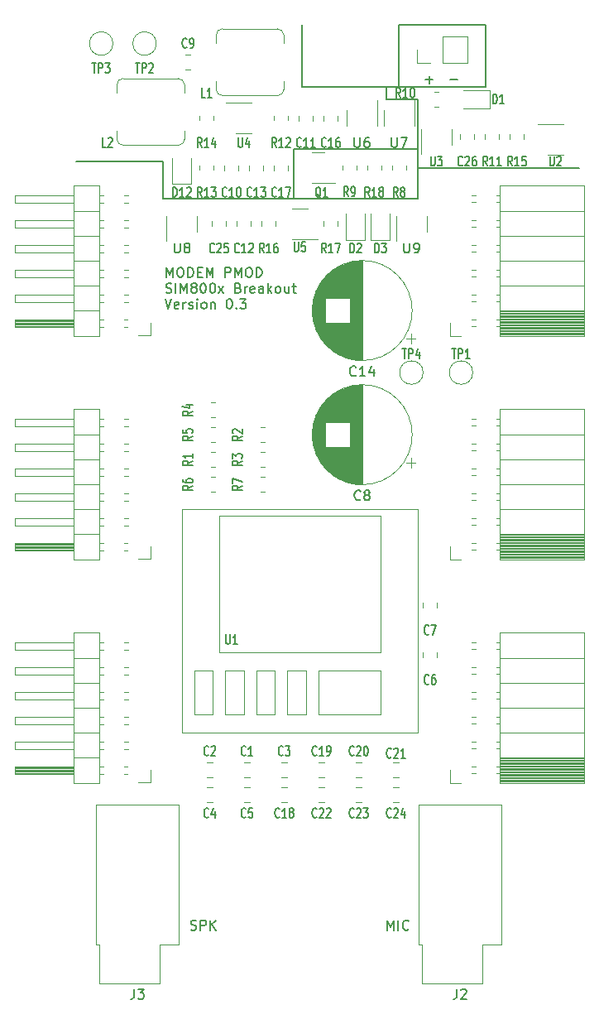
<source format=gbr>
%TF.GenerationSoftware,KiCad,Pcbnew,7.0.10*%
%TF.CreationDate,2024-01-02T11:24:53+01:00*%
%TF.ProjectId,sim800x_break,73696d38-3030-4785-9f62-7265616b2e6b,rev?*%
%TF.SameCoordinates,Original*%
%TF.FileFunction,Legend,Top*%
%TF.FilePolarity,Positive*%
%FSLAX46Y46*%
G04 Gerber Fmt 4.6, Leading zero omitted, Abs format (unit mm)*
G04 Created by KiCad (PCBNEW 7.0.10) date 2024-01-02 11:24:53*
%MOMM*%
%LPD*%
G01*
G04 APERTURE LIST*
%ADD10C,0.150000*%
%ADD11C,0.120000*%
G04 APERTURE END LIST*
D10*
X107315000Y-50800000D02*
X106680000Y-50800000D01*
X104140000Y-45720000D02*
X107315000Y-45720000D01*
X107315000Y-45720000D02*
X107315000Y-50800000D01*
X104140000Y-44450000D02*
X104140000Y-45720000D01*
X105410000Y-38100000D02*
X114300000Y-38100000D01*
X114300000Y-44450000D01*
X105410000Y-44450000D01*
X105410000Y-38100000D01*
X81280000Y-55880000D02*
X81280000Y-52070000D01*
X102235000Y-55880000D02*
X107315000Y-55880000D01*
X81280000Y-52070000D02*
X72390000Y-52070000D01*
X95250000Y-55880000D02*
X81280000Y-55880000D01*
X102870000Y-44450000D02*
X95504000Y-44450000D01*
X107315000Y-50800000D02*
X107315000Y-55880000D01*
X99695000Y-50800000D02*
X106680000Y-50800000D01*
X95504000Y-44450000D02*
X95504000Y-38100000D01*
X105410000Y-44450000D02*
X102870000Y-44450000D01*
X94615000Y-50800000D02*
X99695000Y-50800000D01*
X123825000Y-52705000D02*
X107315000Y-52705000D01*
X94615000Y-55880000D02*
X94615000Y-50800000D01*
X95250000Y-55880000D02*
X102235000Y-55880000D01*
X111423220Y-43691133D02*
X110661316Y-43691133D01*
X84109160Y-130632200D02*
X84252017Y-130679819D01*
X84252017Y-130679819D02*
X84490112Y-130679819D01*
X84490112Y-130679819D02*
X84585350Y-130632200D01*
X84585350Y-130632200D02*
X84632969Y-130584580D01*
X84632969Y-130584580D02*
X84680588Y-130489342D01*
X84680588Y-130489342D02*
X84680588Y-130394104D01*
X84680588Y-130394104D02*
X84632969Y-130298866D01*
X84632969Y-130298866D02*
X84585350Y-130251247D01*
X84585350Y-130251247D02*
X84490112Y-130203628D01*
X84490112Y-130203628D02*
X84299636Y-130156009D01*
X84299636Y-130156009D02*
X84204398Y-130108390D01*
X84204398Y-130108390D02*
X84156779Y-130060771D01*
X84156779Y-130060771D02*
X84109160Y-129965533D01*
X84109160Y-129965533D02*
X84109160Y-129870295D01*
X84109160Y-129870295D02*
X84156779Y-129775057D01*
X84156779Y-129775057D02*
X84204398Y-129727438D01*
X84204398Y-129727438D02*
X84299636Y-129679819D01*
X84299636Y-129679819D02*
X84537731Y-129679819D01*
X84537731Y-129679819D02*
X84680588Y-129727438D01*
X85109160Y-130679819D02*
X85109160Y-129679819D01*
X85109160Y-129679819D02*
X85490112Y-129679819D01*
X85490112Y-129679819D02*
X85585350Y-129727438D01*
X85585350Y-129727438D02*
X85632969Y-129775057D01*
X85632969Y-129775057D02*
X85680588Y-129870295D01*
X85680588Y-129870295D02*
X85680588Y-130013152D01*
X85680588Y-130013152D02*
X85632969Y-130108390D01*
X85632969Y-130108390D02*
X85585350Y-130156009D01*
X85585350Y-130156009D02*
X85490112Y-130203628D01*
X85490112Y-130203628D02*
X85109160Y-130203628D01*
X86109160Y-130679819D02*
X86109160Y-129679819D01*
X86680588Y-130679819D02*
X86252017Y-130108390D01*
X86680588Y-129679819D02*
X86109160Y-130251247D01*
X81616779Y-63904819D02*
X81616779Y-62904819D01*
X81616779Y-62904819D02*
X81950112Y-63619104D01*
X81950112Y-63619104D02*
X82283445Y-62904819D01*
X82283445Y-62904819D02*
X82283445Y-63904819D01*
X82950112Y-62904819D02*
X83140588Y-62904819D01*
X83140588Y-62904819D02*
X83235826Y-62952438D01*
X83235826Y-62952438D02*
X83331064Y-63047676D01*
X83331064Y-63047676D02*
X83378683Y-63238152D01*
X83378683Y-63238152D02*
X83378683Y-63571485D01*
X83378683Y-63571485D02*
X83331064Y-63761961D01*
X83331064Y-63761961D02*
X83235826Y-63857200D01*
X83235826Y-63857200D02*
X83140588Y-63904819D01*
X83140588Y-63904819D02*
X82950112Y-63904819D01*
X82950112Y-63904819D02*
X82854874Y-63857200D01*
X82854874Y-63857200D02*
X82759636Y-63761961D01*
X82759636Y-63761961D02*
X82712017Y-63571485D01*
X82712017Y-63571485D02*
X82712017Y-63238152D01*
X82712017Y-63238152D02*
X82759636Y-63047676D01*
X82759636Y-63047676D02*
X82854874Y-62952438D01*
X82854874Y-62952438D02*
X82950112Y-62904819D01*
X83807255Y-63904819D02*
X83807255Y-62904819D01*
X83807255Y-62904819D02*
X84045350Y-62904819D01*
X84045350Y-62904819D02*
X84188207Y-62952438D01*
X84188207Y-62952438D02*
X84283445Y-63047676D01*
X84283445Y-63047676D02*
X84331064Y-63142914D01*
X84331064Y-63142914D02*
X84378683Y-63333390D01*
X84378683Y-63333390D02*
X84378683Y-63476247D01*
X84378683Y-63476247D02*
X84331064Y-63666723D01*
X84331064Y-63666723D02*
X84283445Y-63761961D01*
X84283445Y-63761961D02*
X84188207Y-63857200D01*
X84188207Y-63857200D02*
X84045350Y-63904819D01*
X84045350Y-63904819D02*
X83807255Y-63904819D01*
X84807255Y-63381009D02*
X85140588Y-63381009D01*
X85283445Y-63904819D02*
X84807255Y-63904819D01*
X84807255Y-63904819D02*
X84807255Y-62904819D01*
X84807255Y-62904819D02*
X85283445Y-62904819D01*
X85712017Y-63904819D02*
X85712017Y-62904819D01*
X85712017Y-62904819D02*
X86045350Y-63619104D01*
X86045350Y-63619104D02*
X86378683Y-62904819D01*
X86378683Y-62904819D02*
X86378683Y-63904819D01*
X87616779Y-63904819D02*
X87616779Y-62904819D01*
X87616779Y-62904819D02*
X87997731Y-62904819D01*
X87997731Y-62904819D02*
X88092969Y-62952438D01*
X88092969Y-62952438D02*
X88140588Y-63000057D01*
X88140588Y-63000057D02*
X88188207Y-63095295D01*
X88188207Y-63095295D02*
X88188207Y-63238152D01*
X88188207Y-63238152D02*
X88140588Y-63333390D01*
X88140588Y-63333390D02*
X88092969Y-63381009D01*
X88092969Y-63381009D02*
X87997731Y-63428628D01*
X87997731Y-63428628D02*
X87616779Y-63428628D01*
X88616779Y-63904819D02*
X88616779Y-62904819D01*
X88616779Y-62904819D02*
X88950112Y-63619104D01*
X88950112Y-63619104D02*
X89283445Y-62904819D01*
X89283445Y-62904819D02*
X89283445Y-63904819D01*
X89950112Y-62904819D02*
X90140588Y-62904819D01*
X90140588Y-62904819D02*
X90235826Y-62952438D01*
X90235826Y-62952438D02*
X90331064Y-63047676D01*
X90331064Y-63047676D02*
X90378683Y-63238152D01*
X90378683Y-63238152D02*
X90378683Y-63571485D01*
X90378683Y-63571485D02*
X90331064Y-63761961D01*
X90331064Y-63761961D02*
X90235826Y-63857200D01*
X90235826Y-63857200D02*
X90140588Y-63904819D01*
X90140588Y-63904819D02*
X89950112Y-63904819D01*
X89950112Y-63904819D02*
X89854874Y-63857200D01*
X89854874Y-63857200D02*
X89759636Y-63761961D01*
X89759636Y-63761961D02*
X89712017Y-63571485D01*
X89712017Y-63571485D02*
X89712017Y-63238152D01*
X89712017Y-63238152D02*
X89759636Y-63047676D01*
X89759636Y-63047676D02*
X89854874Y-62952438D01*
X89854874Y-62952438D02*
X89950112Y-62904819D01*
X90807255Y-63904819D02*
X90807255Y-62904819D01*
X90807255Y-62904819D02*
X91045350Y-62904819D01*
X91045350Y-62904819D02*
X91188207Y-62952438D01*
X91188207Y-62952438D02*
X91283445Y-63047676D01*
X91283445Y-63047676D02*
X91331064Y-63142914D01*
X91331064Y-63142914D02*
X91378683Y-63333390D01*
X91378683Y-63333390D02*
X91378683Y-63476247D01*
X91378683Y-63476247D02*
X91331064Y-63666723D01*
X91331064Y-63666723D02*
X91283445Y-63761961D01*
X91283445Y-63761961D02*
X91188207Y-63857200D01*
X91188207Y-63857200D02*
X91045350Y-63904819D01*
X91045350Y-63904819D02*
X90807255Y-63904819D01*
X81569160Y-65467200D02*
X81712017Y-65514819D01*
X81712017Y-65514819D02*
X81950112Y-65514819D01*
X81950112Y-65514819D02*
X82045350Y-65467200D01*
X82045350Y-65467200D02*
X82092969Y-65419580D01*
X82092969Y-65419580D02*
X82140588Y-65324342D01*
X82140588Y-65324342D02*
X82140588Y-65229104D01*
X82140588Y-65229104D02*
X82092969Y-65133866D01*
X82092969Y-65133866D02*
X82045350Y-65086247D01*
X82045350Y-65086247D02*
X81950112Y-65038628D01*
X81950112Y-65038628D02*
X81759636Y-64991009D01*
X81759636Y-64991009D02*
X81664398Y-64943390D01*
X81664398Y-64943390D02*
X81616779Y-64895771D01*
X81616779Y-64895771D02*
X81569160Y-64800533D01*
X81569160Y-64800533D02*
X81569160Y-64705295D01*
X81569160Y-64705295D02*
X81616779Y-64610057D01*
X81616779Y-64610057D02*
X81664398Y-64562438D01*
X81664398Y-64562438D02*
X81759636Y-64514819D01*
X81759636Y-64514819D02*
X81997731Y-64514819D01*
X81997731Y-64514819D02*
X82140588Y-64562438D01*
X82569160Y-65514819D02*
X82569160Y-64514819D01*
X83045350Y-65514819D02*
X83045350Y-64514819D01*
X83045350Y-64514819D02*
X83378683Y-65229104D01*
X83378683Y-65229104D02*
X83712016Y-64514819D01*
X83712016Y-64514819D02*
X83712016Y-65514819D01*
X84331064Y-64943390D02*
X84235826Y-64895771D01*
X84235826Y-64895771D02*
X84188207Y-64848152D01*
X84188207Y-64848152D02*
X84140588Y-64752914D01*
X84140588Y-64752914D02*
X84140588Y-64705295D01*
X84140588Y-64705295D02*
X84188207Y-64610057D01*
X84188207Y-64610057D02*
X84235826Y-64562438D01*
X84235826Y-64562438D02*
X84331064Y-64514819D01*
X84331064Y-64514819D02*
X84521540Y-64514819D01*
X84521540Y-64514819D02*
X84616778Y-64562438D01*
X84616778Y-64562438D02*
X84664397Y-64610057D01*
X84664397Y-64610057D02*
X84712016Y-64705295D01*
X84712016Y-64705295D02*
X84712016Y-64752914D01*
X84712016Y-64752914D02*
X84664397Y-64848152D01*
X84664397Y-64848152D02*
X84616778Y-64895771D01*
X84616778Y-64895771D02*
X84521540Y-64943390D01*
X84521540Y-64943390D02*
X84331064Y-64943390D01*
X84331064Y-64943390D02*
X84235826Y-64991009D01*
X84235826Y-64991009D02*
X84188207Y-65038628D01*
X84188207Y-65038628D02*
X84140588Y-65133866D01*
X84140588Y-65133866D02*
X84140588Y-65324342D01*
X84140588Y-65324342D02*
X84188207Y-65419580D01*
X84188207Y-65419580D02*
X84235826Y-65467200D01*
X84235826Y-65467200D02*
X84331064Y-65514819D01*
X84331064Y-65514819D02*
X84521540Y-65514819D01*
X84521540Y-65514819D02*
X84616778Y-65467200D01*
X84616778Y-65467200D02*
X84664397Y-65419580D01*
X84664397Y-65419580D02*
X84712016Y-65324342D01*
X84712016Y-65324342D02*
X84712016Y-65133866D01*
X84712016Y-65133866D02*
X84664397Y-65038628D01*
X84664397Y-65038628D02*
X84616778Y-64991009D01*
X84616778Y-64991009D02*
X84521540Y-64943390D01*
X85331064Y-64514819D02*
X85426302Y-64514819D01*
X85426302Y-64514819D02*
X85521540Y-64562438D01*
X85521540Y-64562438D02*
X85569159Y-64610057D01*
X85569159Y-64610057D02*
X85616778Y-64705295D01*
X85616778Y-64705295D02*
X85664397Y-64895771D01*
X85664397Y-64895771D02*
X85664397Y-65133866D01*
X85664397Y-65133866D02*
X85616778Y-65324342D01*
X85616778Y-65324342D02*
X85569159Y-65419580D01*
X85569159Y-65419580D02*
X85521540Y-65467200D01*
X85521540Y-65467200D02*
X85426302Y-65514819D01*
X85426302Y-65514819D02*
X85331064Y-65514819D01*
X85331064Y-65514819D02*
X85235826Y-65467200D01*
X85235826Y-65467200D02*
X85188207Y-65419580D01*
X85188207Y-65419580D02*
X85140588Y-65324342D01*
X85140588Y-65324342D02*
X85092969Y-65133866D01*
X85092969Y-65133866D02*
X85092969Y-64895771D01*
X85092969Y-64895771D02*
X85140588Y-64705295D01*
X85140588Y-64705295D02*
X85188207Y-64610057D01*
X85188207Y-64610057D02*
X85235826Y-64562438D01*
X85235826Y-64562438D02*
X85331064Y-64514819D01*
X86283445Y-64514819D02*
X86378683Y-64514819D01*
X86378683Y-64514819D02*
X86473921Y-64562438D01*
X86473921Y-64562438D02*
X86521540Y-64610057D01*
X86521540Y-64610057D02*
X86569159Y-64705295D01*
X86569159Y-64705295D02*
X86616778Y-64895771D01*
X86616778Y-64895771D02*
X86616778Y-65133866D01*
X86616778Y-65133866D02*
X86569159Y-65324342D01*
X86569159Y-65324342D02*
X86521540Y-65419580D01*
X86521540Y-65419580D02*
X86473921Y-65467200D01*
X86473921Y-65467200D02*
X86378683Y-65514819D01*
X86378683Y-65514819D02*
X86283445Y-65514819D01*
X86283445Y-65514819D02*
X86188207Y-65467200D01*
X86188207Y-65467200D02*
X86140588Y-65419580D01*
X86140588Y-65419580D02*
X86092969Y-65324342D01*
X86092969Y-65324342D02*
X86045350Y-65133866D01*
X86045350Y-65133866D02*
X86045350Y-64895771D01*
X86045350Y-64895771D02*
X86092969Y-64705295D01*
X86092969Y-64705295D02*
X86140588Y-64610057D01*
X86140588Y-64610057D02*
X86188207Y-64562438D01*
X86188207Y-64562438D02*
X86283445Y-64514819D01*
X86950112Y-65514819D02*
X87473921Y-64848152D01*
X86950112Y-64848152D02*
X87473921Y-65514819D01*
X88950112Y-64991009D02*
X89092969Y-65038628D01*
X89092969Y-65038628D02*
X89140588Y-65086247D01*
X89140588Y-65086247D02*
X89188207Y-65181485D01*
X89188207Y-65181485D02*
X89188207Y-65324342D01*
X89188207Y-65324342D02*
X89140588Y-65419580D01*
X89140588Y-65419580D02*
X89092969Y-65467200D01*
X89092969Y-65467200D02*
X88997731Y-65514819D01*
X88997731Y-65514819D02*
X88616779Y-65514819D01*
X88616779Y-65514819D02*
X88616779Y-64514819D01*
X88616779Y-64514819D02*
X88950112Y-64514819D01*
X88950112Y-64514819D02*
X89045350Y-64562438D01*
X89045350Y-64562438D02*
X89092969Y-64610057D01*
X89092969Y-64610057D02*
X89140588Y-64705295D01*
X89140588Y-64705295D02*
X89140588Y-64800533D01*
X89140588Y-64800533D02*
X89092969Y-64895771D01*
X89092969Y-64895771D02*
X89045350Y-64943390D01*
X89045350Y-64943390D02*
X88950112Y-64991009D01*
X88950112Y-64991009D02*
X88616779Y-64991009D01*
X89616779Y-65514819D02*
X89616779Y-64848152D01*
X89616779Y-65038628D02*
X89664398Y-64943390D01*
X89664398Y-64943390D02*
X89712017Y-64895771D01*
X89712017Y-64895771D02*
X89807255Y-64848152D01*
X89807255Y-64848152D02*
X89902493Y-64848152D01*
X90616779Y-65467200D02*
X90521541Y-65514819D01*
X90521541Y-65514819D02*
X90331065Y-65514819D01*
X90331065Y-65514819D02*
X90235827Y-65467200D01*
X90235827Y-65467200D02*
X90188208Y-65371961D01*
X90188208Y-65371961D02*
X90188208Y-64991009D01*
X90188208Y-64991009D02*
X90235827Y-64895771D01*
X90235827Y-64895771D02*
X90331065Y-64848152D01*
X90331065Y-64848152D02*
X90521541Y-64848152D01*
X90521541Y-64848152D02*
X90616779Y-64895771D01*
X90616779Y-64895771D02*
X90664398Y-64991009D01*
X90664398Y-64991009D02*
X90664398Y-65086247D01*
X90664398Y-65086247D02*
X90188208Y-65181485D01*
X91521541Y-65514819D02*
X91521541Y-64991009D01*
X91521541Y-64991009D02*
X91473922Y-64895771D01*
X91473922Y-64895771D02*
X91378684Y-64848152D01*
X91378684Y-64848152D02*
X91188208Y-64848152D01*
X91188208Y-64848152D02*
X91092970Y-64895771D01*
X91521541Y-65467200D02*
X91426303Y-65514819D01*
X91426303Y-65514819D02*
X91188208Y-65514819D01*
X91188208Y-65514819D02*
X91092970Y-65467200D01*
X91092970Y-65467200D02*
X91045351Y-65371961D01*
X91045351Y-65371961D02*
X91045351Y-65276723D01*
X91045351Y-65276723D02*
X91092970Y-65181485D01*
X91092970Y-65181485D02*
X91188208Y-65133866D01*
X91188208Y-65133866D02*
X91426303Y-65133866D01*
X91426303Y-65133866D02*
X91521541Y-65086247D01*
X91997732Y-65514819D02*
X91997732Y-64514819D01*
X92092970Y-65133866D02*
X92378684Y-65514819D01*
X92378684Y-64848152D02*
X91997732Y-65229104D01*
X92950113Y-65514819D02*
X92854875Y-65467200D01*
X92854875Y-65467200D02*
X92807256Y-65419580D01*
X92807256Y-65419580D02*
X92759637Y-65324342D01*
X92759637Y-65324342D02*
X92759637Y-65038628D01*
X92759637Y-65038628D02*
X92807256Y-64943390D01*
X92807256Y-64943390D02*
X92854875Y-64895771D01*
X92854875Y-64895771D02*
X92950113Y-64848152D01*
X92950113Y-64848152D02*
X93092970Y-64848152D01*
X93092970Y-64848152D02*
X93188208Y-64895771D01*
X93188208Y-64895771D02*
X93235827Y-64943390D01*
X93235827Y-64943390D02*
X93283446Y-65038628D01*
X93283446Y-65038628D02*
X93283446Y-65324342D01*
X93283446Y-65324342D02*
X93235827Y-65419580D01*
X93235827Y-65419580D02*
X93188208Y-65467200D01*
X93188208Y-65467200D02*
X93092970Y-65514819D01*
X93092970Y-65514819D02*
X92950113Y-65514819D01*
X94140589Y-64848152D02*
X94140589Y-65514819D01*
X93712018Y-64848152D02*
X93712018Y-65371961D01*
X93712018Y-65371961D02*
X93759637Y-65467200D01*
X93759637Y-65467200D02*
X93854875Y-65514819D01*
X93854875Y-65514819D02*
X93997732Y-65514819D01*
X93997732Y-65514819D02*
X94092970Y-65467200D01*
X94092970Y-65467200D02*
X94140589Y-65419580D01*
X94473923Y-64848152D02*
X94854875Y-64848152D01*
X94616780Y-64514819D02*
X94616780Y-65371961D01*
X94616780Y-65371961D02*
X94664399Y-65467200D01*
X94664399Y-65467200D02*
X94759637Y-65514819D01*
X94759637Y-65514819D02*
X94854875Y-65514819D01*
X81473922Y-66124819D02*
X81807255Y-67124819D01*
X81807255Y-67124819D02*
X82140588Y-66124819D01*
X82854874Y-67077200D02*
X82759636Y-67124819D01*
X82759636Y-67124819D02*
X82569160Y-67124819D01*
X82569160Y-67124819D02*
X82473922Y-67077200D01*
X82473922Y-67077200D02*
X82426303Y-66981961D01*
X82426303Y-66981961D02*
X82426303Y-66601009D01*
X82426303Y-66601009D02*
X82473922Y-66505771D01*
X82473922Y-66505771D02*
X82569160Y-66458152D01*
X82569160Y-66458152D02*
X82759636Y-66458152D01*
X82759636Y-66458152D02*
X82854874Y-66505771D01*
X82854874Y-66505771D02*
X82902493Y-66601009D01*
X82902493Y-66601009D02*
X82902493Y-66696247D01*
X82902493Y-66696247D02*
X82426303Y-66791485D01*
X83331065Y-67124819D02*
X83331065Y-66458152D01*
X83331065Y-66648628D02*
X83378684Y-66553390D01*
X83378684Y-66553390D02*
X83426303Y-66505771D01*
X83426303Y-66505771D02*
X83521541Y-66458152D01*
X83521541Y-66458152D02*
X83616779Y-66458152D01*
X83902494Y-67077200D02*
X83997732Y-67124819D01*
X83997732Y-67124819D02*
X84188208Y-67124819D01*
X84188208Y-67124819D02*
X84283446Y-67077200D01*
X84283446Y-67077200D02*
X84331065Y-66981961D01*
X84331065Y-66981961D02*
X84331065Y-66934342D01*
X84331065Y-66934342D02*
X84283446Y-66839104D01*
X84283446Y-66839104D02*
X84188208Y-66791485D01*
X84188208Y-66791485D02*
X84045351Y-66791485D01*
X84045351Y-66791485D02*
X83950113Y-66743866D01*
X83950113Y-66743866D02*
X83902494Y-66648628D01*
X83902494Y-66648628D02*
X83902494Y-66601009D01*
X83902494Y-66601009D02*
X83950113Y-66505771D01*
X83950113Y-66505771D02*
X84045351Y-66458152D01*
X84045351Y-66458152D02*
X84188208Y-66458152D01*
X84188208Y-66458152D02*
X84283446Y-66505771D01*
X84759637Y-67124819D02*
X84759637Y-66458152D01*
X84759637Y-66124819D02*
X84712018Y-66172438D01*
X84712018Y-66172438D02*
X84759637Y-66220057D01*
X84759637Y-66220057D02*
X84807256Y-66172438D01*
X84807256Y-66172438D02*
X84759637Y-66124819D01*
X84759637Y-66124819D02*
X84759637Y-66220057D01*
X85378684Y-67124819D02*
X85283446Y-67077200D01*
X85283446Y-67077200D02*
X85235827Y-67029580D01*
X85235827Y-67029580D02*
X85188208Y-66934342D01*
X85188208Y-66934342D02*
X85188208Y-66648628D01*
X85188208Y-66648628D02*
X85235827Y-66553390D01*
X85235827Y-66553390D02*
X85283446Y-66505771D01*
X85283446Y-66505771D02*
X85378684Y-66458152D01*
X85378684Y-66458152D02*
X85521541Y-66458152D01*
X85521541Y-66458152D02*
X85616779Y-66505771D01*
X85616779Y-66505771D02*
X85664398Y-66553390D01*
X85664398Y-66553390D02*
X85712017Y-66648628D01*
X85712017Y-66648628D02*
X85712017Y-66934342D01*
X85712017Y-66934342D02*
X85664398Y-67029580D01*
X85664398Y-67029580D02*
X85616779Y-67077200D01*
X85616779Y-67077200D02*
X85521541Y-67124819D01*
X85521541Y-67124819D02*
X85378684Y-67124819D01*
X86140589Y-66458152D02*
X86140589Y-67124819D01*
X86140589Y-66553390D02*
X86188208Y-66505771D01*
X86188208Y-66505771D02*
X86283446Y-66458152D01*
X86283446Y-66458152D02*
X86426303Y-66458152D01*
X86426303Y-66458152D02*
X86521541Y-66505771D01*
X86521541Y-66505771D02*
X86569160Y-66601009D01*
X86569160Y-66601009D02*
X86569160Y-67124819D01*
X87997732Y-66124819D02*
X88092970Y-66124819D01*
X88092970Y-66124819D02*
X88188208Y-66172438D01*
X88188208Y-66172438D02*
X88235827Y-66220057D01*
X88235827Y-66220057D02*
X88283446Y-66315295D01*
X88283446Y-66315295D02*
X88331065Y-66505771D01*
X88331065Y-66505771D02*
X88331065Y-66743866D01*
X88331065Y-66743866D02*
X88283446Y-66934342D01*
X88283446Y-66934342D02*
X88235827Y-67029580D01*
X88235827Y-67029580D02*
X88188208Y-67077200D01*
X88188208Y-67077200D02*
X88092970Y-67124819D01*
X88092970Y-67124819D02*
X87997732Y-67124819D01*
X87997732Y-67124819D02*
X87902494Y-67077200D01*
X87902494Y-67077200D02*
X87854875Y-67029580D01*
X87854875Y-67029580D02*
X87807256Y-66934342D01*
X87807256Y-66934342D02*
X87759637Y-66743866D01*
X87759637Y-66743866D02*
X87759637Y-66505771D01*
X87759637Y-66505771D02*
X87807256Y-66315295D01*
X87807256Y-66315295D02*
X87854875Y-66220057D01*
X87854875Y-66220057D02*
X87902494Y-66172438D01*
X87902494Y-66172438D02*
X87997732Y-66124819D01*
X88759637Y-67029580D02*
X88807256Y-67077200D01*
X88807256Y-67077200D02*
X88759637Y-67124819D01*
X88759637Y-67124819D02*
X88712018Y-67077200D01*
X88712018Y-67077200D02*
X88759637Y-67029580D01*
X88759637Y-67029580D02*
X88759637Y-67124819D01*
X89140589Y-66124819D02*
X89759636Y-66124819D01*
X89759636Y-66124819D02*
X89426303Y-66505771D01*
X89426303Y-66505771D02*
X89569160Y-66505771D01*
X89569160Y-66505771D02*
X89664398Y-66553390D01*
X89664398Y-66553390D02*
X89712017Y-66601009D01*
X89712017Y-66601009D02*
X89759636Y-66696247D01*
X89759636Y-66696247D02*
X89759636Y-66934342D01*
X89759636Y-66934342D02*
X89712017Y-67029580D01*
X89712017Y-67029580D02*
X89664398Y-67077200D01*
X89664398Y-67077200D02*
X89569160Y-67124819D01*
X89569160Y-67124819D02*
X89283446Y-67124819D01*
X89283446Y-67124819D02*
X89188208Y-67077200D01*
X89188208Y-67077200D02*
X89140589Y-67029580D01*
X104200364Y-130679819D02*
X104200364Y-129679819D01*
X104200364Y-129679819D02*
X104533697Y-130394104D01*
X104533697Y-130394104D02*
X104867030Y-129679819D01*
X104867030Y-129679819D02*
X104867030Y-130679819D01*
X105343221Y-130679819D02*
X105343221Y-129679819D01*
X106390839Y-130584580D02*
X106343220Y-130632200D01*
X106343220Y-130632200D02*
X106200363Y-130679819D01*
X106200363Y-130679819D02*
X106105125Y-130679819D01*
X106105125Y-130679819D02*
X105962268Y-130632200D01*
X105962268Y-130632200D02*
X105867030Y-130536961D01*
X105867030Y-130536961D02*
X105819411Y-130441723D01*
X105819411Y-130441723D02*
X105771792Y-130251247D01*
X105771792Y-130251247D02*
X105771792Y-130108390D01*
X105771792Y-130108390D02*
X105819411Y-129917914D01*
X105819411Y-129917914D02*
X105867030Y-129822676D01*
X105867030Y-129822676D02*
X105962268Y-129727438D01*
X105962268Y-129727438D02*
X106105125Y-129679819D01*
X106105125Y-129679819D02*
X106200363Y-129679819D01*
X106200363Y-129679819D02*
X106343220Y-129727438D01*
X106343220Y-129727438D02*
X106390839Y-129775057D01*
X108883220Y-43691133D02*
X108121316Y-43691133D01*
X108502268Y-43310180D02*
X108502268Y-44072085D01*
X120846071Y-51524819D02*
X120846071Y-52334342D01*
X120846071Y-52334342D02*
X120881785Y-52429580D01*
X120881785Y-52429580D02*
X120917500Y-52477200D01*
X120917500Y-52477200D02*
X120988928Y-52524819D01*
X120988928Y-52524819D02*
X121131785Y-52524819D01*
X121131785Y-52524819D02*
X121203214Y-52477200D01*
X121203214Y-52477200D02*
X121238928Y-52429580D01*
X121238928Y-52429580D02*
X121274642Y-52334342D01*
X121274642Y-52334342D02*
X121274642Y-51524819D01*
X121596071Y-51620057D02*
X121631785Y-51572438D01*
X121631785Y-51572438D02*
X121703214Y-51524819D01*
X121703214Y-51524819D02*
X121881785Y-51524819D01*
X121881785Y-51524819D02*
X121953214Y-51572438D01*
X121953214Y-51572438D02*
X121988928Y-51620057D01*
X121988928Y-51620057D02*
X122024642Y-51715295D01*
X122024642Y-51715295D02*
X122024642Y-51810533D01*
X122024642Y-51810533D02*
X121988928Y-51953390D01*
X121988928Y-51953390D02*
X121560356Y-52524819D01*
X121560356Y-52524819D02*
X122024642Y-52524819D01*
X105918095Y-60414819D02*
X105918095Y-61224342D01*
X105918095Y-61224342D02*
X105965714Y-61319580D01*
X105965714Y-61319580D02*
X106013333Y-61367200D01*
X106013333Y-61367200D02*
X106108571Y-61414819D01*
X106108571Y-61414819D02*
X106299047Y-61414819D01*
X106299047Y-61414819D02*
X106394285Y-61367200D01*
X106394285Y-61367200D02*
X106441904Y-61319580D01*
X106441904Y-61319580D02*
X106489523Y-61224342D01*
X106489523Y-61224342D02*
X106489523Y-60414819D01*
X107013333Y-61414819D02*
X107203809Y-61414819D01*
X107203809Y-61414819D02*
X107299047Y-61367200D01*
X107299047Y-61367200D02*
X107346666Y-61319580D01*
X107346666Y-61319580D02*
X107441904Y-61176723D01*
X107441904Y-61176723D02*
X107489523Y-60986247D01*
X107489523Y-60986247D02*
X107489523Y-60605295D01*
X107489523Y-60605295D02*
X107441904Y-60510057D01*
X107441904Y-60510057D02*
X107394285Y-60462438D01*
X107394285Y-60462438D02*
X107299047Y-60414819D01*
X107299047Y-60414819D02*
X107108571Y-60414819D01*
X107108571Y-60414819D02*
X107013333Y-60462438D01*
X107013333Y-60462438D02*
X106965714Y-60510057D01*
X106965714Y-60510057D02*
X106918095Y-60605295D01*
X106918095Y-60605295D02*
X106918095Y-60843390D01*
X106918095Y-60843390D02*
X106965714Y-60938628D01*
X106965714Y-60938628D02*
X107013333Y-60986247D01*
X107013333Y-60986247D02*
X107108571Y-61033866D01*
X107108571Y-61033866D02*
X107299047Y-61033866D01*
X107299047Y-61033866D02*
X107394285Y-60986247D01*
X107394285Y-60986247D02*
X107441904Y-60938628D01*
X107441904Y-60938628D02*
X107489523Y-60843390D01*
X75440000Y-50619819D02*
X75082857Y-50619819D01*
X75082857Y-50619819D02*
X75082857Y-49619819D01*
X75654286Y-49715057D02*
X75690000Y-49667438D01*
X75690000Y-49667438D02*
X75761429Y-49619819D01*
X75761429Y-49619819D02*
X75940000Y-49619819D01*
X75940000Y-49619819D02*
X76011429Y-49667438D01*
X76011429Y-49667438D02*
X76047143Y-49715057D01*
X76047143Y-49715057D02*
X76082857Y-49810295D01*
X76082857Y-49810295D02*
X76082857Y-49905533D01*
X76082857Y-49905533D02*
X76047143Y-50048390D01*
X76047143Y-50048390D02*
X75618571Y-50619819D01*
X75618571Y-50619819D02*
X76082857Y-50619819D01*
X105284999Y-55699819D02*
X105034999Y-55223628D01*
X104856428Y-55699819D02*
X104856428Y-54699819D01*
X104856428Y-54699819D02*
X105142142Y-54699819D01*
X105142142Y-54699819D02*
X105213571Y-54747438D01*
X105213571Y-54747438D02*
X105249285Y-54795057D01*
X105249285Y-54795057D02*
X105284999Y-54890295D01*
X105284999Y-54890295D02*
X105284999Y-55033152D01*
X105284999Y-55033152D02*
X105249285Y-55128390D01*
X105249285Y-55128390D02*
X105213571Y-55176009D01*
X105213571Y-55176009D02*
X105142142Y-55223628D01*
X105142142Y-55223628D02*
X104856428Y-55223628D01*
X105713571Y-55128390D02*
X105642142Y-55080771D01*
X105642142Y-55080771D02*
X105606428Y-55033152D01*
X105606428Y-55033152D02*
X105570714Y-54937914D01*
X105570714Y-54937914D02*
X105570714Y-54890295D01*
X105570714Y-54890295D02*
X105606428Y-54795057D01*
X105606428Y-54795057D02*
X105642142Y-54747438D01*
X105642142Y-54747438D02*
X105713571Y-54699819D01*
X105713571Y-54699819D02*
X105856428Y-54699819D01*
X105856428Y-54699819D02*
X105927857Y-54747438D01*
X105927857Y-54747438D02*
X105963571Y-54795057D01*
X105963571Y-54795057D02*
X105999285Y-54890295D01*
X105999285Y-54890295D02*
X105999285Y-54937914D01*
X105999285Y-54937914D02*
X105963571Y-55033152D01*
X105963571Y-55033152D02*
X105927857Y-55080771D01*
X105927857Y-55080771D02*
X105856428Y-55128390D01*
X105856428Y-55128390D02*
X105713571Y-55128390D01*
X105713571Y-55128390D02*
X105642142Y-55176009D01*
X105642142Y-55176009D02*
X105606428Y-55223628D01*
X105606428Y-55223628D02*
X105570714Y-55318866D01*
X105570714Y-55318866D02*
X105570714Y-55509342D01*
X105570714Y-55509342D02*
X105606428Y-55604580D01*
X105606428Y-55604580D02*
X105642142Y-55652200D01*
X105642142Y-55652200D02*
X105713571Y-55699819D01*
X105713571Y-55699819D02*
X105856428Y-55699819D01*
X105856428Y-55699819D02*
X105927857Y-55652200D01*
X105927857Y-55652200D02*
X105963571Y-55604580D01*
X105963571Y-55604580D02*
X105999285Y-55509342D01*
X105999285Y-55509342D02*
X105999285Y-55318866D01*
X105999285Y-55318866D02*
X105963571Y-55223628D01*
X105963571Y-55223628D02*
X105927857Y-55176009D01*
X105927857Y-55176009D02*
X105856428Y-55128390D01*
X83694999Y-40364580D02*
X83659285Y-40412200D01*
X83659285Y-40412200D02*
X83552142Y-40459819D01*
X83552142Y-40459819D02*
X83480714Y-40459819D01*
X83480714Y-40459819D02*
X83373571Y-40412200D01*
X83373571Y-40412200D02*
X83302142Y-40316961D01*
X83302142Y-40316961D02*
X83266428Y-40221723D01*
X83266428Y-40221723D02*
X83230714Y-40031247D01*
X83230714Y-40031247D02*
X83230714Y-39888390D01*
X83230714Y-39888390D02*
X83266428Y-39697914D01*
X83266428Y-39697914D02*
X83302142Y-39602676D01*
X83302142Y-39602676D02*
X83373571Y-39507438D01*
X83373571Y-39507438D02*
X83480714Y-39459819D01*
X83480714Y-39459819D02*
X83552142Y-39459819D01*
X83552142Y-39459819D02*
X83659285Y-39507438D01*
X83659285Y-39507438D02*
X83694999Y-39555057D01*
X84052142Y-40459819D02*
X84194999Y-40459819D01*
X84194999Y-40459819D02*
X84266428Y-40412200D01*
X84266428Y-40412200D02*
X84302142Y-40364580D01*
X84302142Y-40364580D02*
X84373571Y-40221723D01*
X84373571Y-40221723D02*
X84409285Y-40031247D01*
X84409285Y-40031247D02*
X84409285Y-39650295D01*
X84409285Y-39650295D02*
X84373571Y-39555057D01*
X84373571Y-39555057D02*
X84337857Y-39507438D01*
X84337857Y-39507438D02*
X84266428Y-39459819D01*
X84266428Y-39459819D02*
X84123571Y-39459819D01*
X84123571Y-39459819D02*
X84052142Y-39507438D01*
X84052142Y-39507438D02*
X84016428Y-39555057D01*
X84016428Y-39555057D02*
X83980714Y-39650295D01*
X83980714Y-39650295D02*
X83980714Y-39888390D01*
X83980714Y-39888390D02*
X84016428Y-39983628D01*
X84016428Y-39983628D02*
X84052142Y-40031247D01*
X84052142Y-40031247D02*
X84123571Y-40078866D01*
X84123571Y-40078866D02*
X84266428Y-40078866D01*
X84266428Y-40078866D02*
X84337857Y-40031247D01*
X84337857Y-40031247D02*
X84373571Y-39983628D01*
X84373571Y-39983628D02*
X84409285Y-39888390D01*
X73983571Y-41999819D02*
X74412143Y-41999819D01*
X74197857Y-42999819D02*
X74197857Y-41999819D01*
X74662143Y-42999819D02*
X74662143Y-41999819D01*
X74662143Y-41999819D02*
X74947857Y-41999819D01*
X74947857Y-41999819D02*
X75019286Y-42047438D01*
X75019286Y-42047438D02*
X75055000Y-42095057D01*
X75055000Y-42095057D02*
X75090714Y-42190295D01*
X75090714Y-42190295D02*
X75090714Y-42333152D01*
X75090714Y-42333152D02*
X75055000Y-42428390D01*
X75055000Y-42428390D02*
X75019286Y-42476009D01*
X75019286Y-42476009D02*
X74947857Y-42523628D01*
X74947857Y-42523628D02*
X74662143Y-42523628D01*
X75340714Y-41999819D02*
X75805000Y-41999819D01*
X75805000Y-41999819D02*
X75555000Y-42380771D01*
X75555000Y-42380771D02*
X75662143Y-42380771D01*
X75662143Y-42380771D02*
X75733572Y-42428390D01*
X75733572Y-42428390D02*
X75769286Y-42476009D01*
X75769286Y-42476009D02*
X75805000Y-42571247D01*
X75805000Y-42571247D02*
X75805000Y-42809342D01*
X75805000Y-42809342D02*
X75769286Y-42904580D01*
X75769286Y-42904580D02*
X75733572Y-42952200D01*
X75733572Y-42952200D02*
X75662143Y-42999819D01*
X75662143Y-42999819D02*
X75447857Y-42999819D01*
X75447857Y-42999819D02*
X75376429Y-42952200D01*
X75376429Y-42952200D02*
X75340714Y-42904580D01*
X85919999Y-119104580D02*
X85884285Y-119152200D01*
X85884285Y-119152200D02*
X85777142Y-119199819D01*
X85777142Y-119199819D02*
X85705714Y-119199819D01*
X85705714Y-119199819D02*
X85598571Y-119152200D01*
X85598571Y-119152200D02*
X85527142Y-119056961D01*
X85527142Y-119056961D02*
X85491428Y-118961723D01*
X85491428Y-118961723D02*
X85455714Y-118771247D01*
X85455714Y-118771247D02*
X85455714Y-118628390D01*
X85455714Y-118628390D02*
X85491428Y-118437914D01*
X85491428Y-118437914D02*
X85527142Y-118342676D01*
X85527142Y-118342676D02*
X85598571Y-118247438D01*
X85598571Y-118247438D02*
X85705714Y-118199819D01*
X85705714Y-118199819D02*
X85777142Y-118199819D01*
X85777142Y-118199819D02*
X85884285Y-118247438D01*
X85884285Y-118247438D02*
X85919999Y-118295057D01*
X86562857Y-118533152D02*
X86562857Y-119199819D01*
X86384285Y-118152200D02*
X86205714Y-118866485D01*
X86205714Y-118866485D02*
X86669999Y-118866485D01*
X108648571Y-51524819D02*
X108648571Y-52334342D01*
X108648571Y-52334342D02*
X108684285Y-52429580D01*
X108684285Y-52429580D02*
X108720000Y-52477200D01*
X108720000Y-52477200D02*
X108791428Y-52524819D01*
X108791428Y-52524819D02*
X108934285Y-52524819D01*
X108934285Y-52524819D02*
X109005714Y-52477200D01*
X109005714Y-52477200D02*
X109041428Y-52429580D01*
X109041428Y-52429580D02*
X109077142Y-52334342D01*
X109077142Y-52334342D02*
X109077142Y-51524819D01*
X109362856Y-51524819D02*
X109827142Y-51524819D01*
X109827142Y-51524819D02*
X109577142Y-51905771D01*
X109577142Y-51905771D02*
X109684285Y-51905771D01*
X109684285Y-51905771D02*
X109755714Y-51953390D01*
X109755714Y-51953390D02*
X109791428Y-52001009D01*
X109791428Y-52001009D02*
X109827142Y-52096247D01*
X109827142Y-52096247D02*
X109827142Y-52334342D01*
X109827142Y-52334342D02*
X109791428Y-52429580D01*
X109791428Y-52429580D02*
X109755714Y-52477200D01*
X109755714Y-52477200D02*
X109684285Y-52524819D01*
X109684285Y-52524819D02*
X109469999Y-52524819D01*
X109469999Y-52524819D02*
X109398571Y-52477200D01*
X109398571Y-52477200D02*
X109362856Y-52429580D01*
X89052856Y-61319580D02*
X89017142Y-61367200D01*
X89017142Y-61367200D02*
X88909999Y-61414819D01*
X88909999Y-61414819D02*
X88838571Y-61414819D01*
X88838571Y-61414819D02*
X88731428Y-61367200D01*
X88731428Y-61367200D02*
X88659999Y-61271961D01*
X88659999Y-61271961D02*
X88624285Y-61176723D01*
X88624285Y-61176723D02*
X88588571Y-60986247D01*
X88588571Y-60986247D02*
X88588571Y-60843390D01*
X88588571Y-60843390D02*
X88624285Y-60652914D01*
X88624285Y-60652914D02*
X88659999Y-60557676D01*
X88659999Y-60557676D02*
X88731428Y-60462438D01*
X88731428Y-60462438D02*
X88838571Y-60414819D01*
X88838571Y-60414819D02*
X88909999Y-60414819D01*
X88909999Y-60414819D02*
X89017142Y-60462438D01*
X89017142Y-60462438D02*
X89052856Y-60510057D01*
X89767142Y-61414819D02*
X89338571Y-61414819D01*
X89552856Y-61414819D02*
X89552856Y-60414819D01*
X89552856Y-60414819D02*
X89481428Y-60557676D01*
X89481428Y-60557676D02*
X89409999Y-60652914D01*
X89409999Y-60652914D02*
X89338571Y-60700533D01*
X90052857Y-60510057D02*
X90088571Y-60462438D01*
X90088571Y-60462438D02*
X90160000Y-60414819D01*
X90160000Y-60414819D02*
X90338571Y-60414819D01*
X90338571Y-60414819D02*
X90410000Y-60462438D01*
X90410000Y-60462438D02*
X90445714Y-60510057D01*
X90445714Y-60510057D02*
X90481428Y-60605295D01*
X90481428Y-60605295D02*
X90481428Y-60700533D01*
X90481428Y-60700533D02*
X90445714Y-60843390D01*
X90445714Y-60843390D02*
X90017142Y-61414819D01*
X90017142Y-61414819D02*
X90481428Y-61414819D01*
X104648095Y-49619819D02*
X104648095Y-50429342D01*
X104648095Y-50429342D02*
X104695714Y-50524580D01*
X104695714Y-50524580D02*
X104743333Y-50572200D01*
X104743333Y-50572200D02*
X104838571Y-50619819D01*
X104838571Y-50619819D02*
X105029047Y-50619819D01*
X105029047Y-50619819D02*
X105124285Y-50572200D01*
X105124285Y-50572200D02*
X105171904Y-50524580D01*
X105171904Y-50524580D02*
X105219523Y-50429342D01*
X105219523Y-50429342D02*
X105219523Y-49619819D01*
X105600476Y-49619819D02*
X106267142Y-49619819D01*
X106267142Y-49619819D02*
X105838571Y-50619819D01*
X85242856Y-55699819D02*
X84992856Y-55223628D01*
X84814285Y-55699819D02*
X84814285Y-54699819D01*
X84814285Y-54699819D02*
X85099999Y-54699819D01*
X85099999Y-54699819D02*
X85171428Y-54747438D01*
X85171428Y-54747438D02*
X85207142Y-54795057D01*
X85207142Y-54795057D02*
X85242856Y-54890295D01*
X85242856Y-54890295D02*
X85242856Y-55033152D01*
X85242856Y-55033152D02*
X85207142Y-55128390D01*
X85207142Y-55128390D02*
X85171428Y-55176009D01*
X85171428Y-55176009D02*
X85099999Y-55223628D01*
X85099999Y-55223628D02*
X84814285Y-55223628D01*
X85957142Y-55699819D02*
X85528571Y-55699819D01*
X85742856Y-55699819D02*
X85742856Y-54699819D01*
X85742856Y-54699819D02*
X85671428Y-54842676D01*
X85671428Y-54842676D02*
X85599999Y-54937914D01*
X85599999Y-54937914D02*
X85528571Y-54985533D01*
X86207142Y-54699819D02*
X86671428Y-54699819D01*
X86671428Y-54699819D02*
X86421428Y-55080771D01*
X86421428Y-55080771D02*
X86528571Y-55080771D01*
X86528571Y-55080771D02*
X86600000Y-55128390D01*
X86600000Y-55128390D02*
X86635714Y-55176009D01*
X86635714Y-55176009D02*
X86671428Y-55271247D01*
X86671428Y-55271247D02*
X86671428Y-55509342D01*
X86671428Y-55509342D02*
X86635714Y-55604580D01*
X86635714Y-55604580D02*
X86600000Y-55652200D01*
X86600000Y-55652200D02*
X86528571Y-55699819D01*
X86528571Y-55699819D02*
X86314285Y-55699819D01*
X86314285Y-55699819D02*
X86242857Y-55652200D01*
X86242857Y-55652200D02*
X86207142Y-55604580D01*
X93539999Y-112754580D02*
X93504285Y-112802200D01*
X93504285Y-112802200D02*
X93397142Y-112849819D01*
X93397142Y-112849819D02*
X93325714Y-112849819D01*
X93325714Y-112849819D02*
X93218571Y-112802200D01*
X93218571Y-112802200D02*
X93147142Y-112706961D01*
X93147142Y-112706961D02*
X93111428Y-112611723D01*
X93111428Y-112611723D02*
X93075714Y-112421247D01*
X93075714Y-112421247D02*
X93075714Y-112278390D01*
X93075714Y-112278390D02*
X93111428Y-112087914D01*
X93111428Y-112087914D02*
X93147142Y-111992676D01*
X93147142Y-111992676D02*
X93218571Y-111897438D01*
X93218571Y-111897438D02*
X93325714Y-111849819D01*
X93325714Y-111849819D02*
X93397142Y-111849819D01*
X93397142Y-111849819D02*
X93504285Y-111897438D01*
X93504285Y-111897438D02*
X93539999Y-111945057D01*
X93789999Y-111849819D02*
X94254285Y-111849819D01*
X94254285Y-111849819D02*
X94004285Y-112230771D01*
X94004285Y-112230771D02*
X94111428Y-112230771D01*
X94111428Y-112230771D02*
X94182857Y-112278390D01*
X94182857Y-112278390D02*
X94218571Y-112326009D01*
X94218571Y-112326009D02*
X94254285Y-112421247D01*
X94254285Y-112421247D02*
X94254285Y-112659342D01*
X94254285Y-112659342D02*
X94218571Y-112754580D01*
X94218571Y-112754580D02*
X94182857Y-112802200D01*
X94182857Y-112802200D02*
X94111428Y-112849819D01*
X94111428Y-112849819D02*
X93897142Y-112849819D01*
X93897142Y-112849819D02*
X93825714Y-112802200D01*
X93825714Y-112802200D02*
X93789999Y-112754580D01*
X104612856Y-112979580D02*
X104577142Y-113027200D01*
X104577142Y-113027200D02*
X104469999Y-113074819D01*
X104469999Y-113074819D02*
X104398571Y-113074819D01*
X104398571Y-113074819D02*
X104291428Y-113027200D01*
X104291428Y-113027200D02*
X104219999Y-112931961D01*
X104219999Y-112931961D02*
X104184285Y-112836723D01*
X104184285Y-112836723D02*
X104148571Y-112646247D01*
X104148571Y-112646247D02*
X104148571Y-112503390D01*
X104148571Y-112503390D02*
X104184285Y-112312914D01*
X104184285Y-112312914D02*
X104219999Y-112217676D01*
X104219999Y-112217676D02*
X104291428Y-112122438D01*
X104291428Y-112122438D02*
X104398571Y-112074819D01*
X104398571Y-112074819D02*
X104469999Y-112074819D01*
X104469999Y-112074819D02*
X104577142Y-112122438D01*
X104577142Y-112122438D02*
X104612856Y-112170057D01*
X104898571Y-112170057D02*
X104934285Y-112122438D01*
X104934285Y-112122438D02*
X105005714Y-112074819D01*
X105005714Y-112074819D02*
X105184285Y-112074819D01*
X105184285Y-112074819D02*
X105255714Y-112122438D01*
X105255714Y-112122438D02*
X105291428Y-112170057D01*
X105291428Y-112170057D02*
X105327142Y-112265295D01*
X105327142Y-112265295D02*
X105327142Y-112360533D01*
X105327142Y-112360533D02*
X105291428Y-112503390D01*
X105291428Y-112503390D02*
X104862856Y-113074819D01*
X104862856Y-113074819D02*
X105327142Y-113074819D01*
X106041428Y-113074819D02*
X105612857Y-113074819D01*
X105827142Y-113074819D02*
X105827142Y-112074819D01*
X105827142Y-112074819D02*
X105755714Y-112217676D01*
X105755714Y-112217676D02*
X105684285Y-112312914D01*
X105684285Y-112312914D02*
X105612857Y-112360533D01*
X85600000Y-45539819D02*
X85242857Y-45539819D01*
X85242857Y-45539819D02*
X85242857Y-44539819D01*
X86242857Y-45539819D02*
X85814286Y-45539819D01*
X86028571Y-45539819D02*
X86028571Y-44539819D01*
X86028571Y-44539819D02*
X85957143Y-44682676D01*
X85957143Y-44682676D02*
X85885714Y-44777914D01*
X85885714Y-44777914D02*
X85814286Y-44825533D01*
X100997142Y-73919580D02*
X100949523Y-73967200D01*
X100949523Y-73967200D02*
X100806666Y-74014819D01*
X100806666Y-74014819D02*
X100711428Y-74014819D01*
X100711428Y-74014819D02*
X100568571Y-73967200D01*
X100568571Y-73967200D02*
X100473333Y-73871961D01*
X100473333Y-73871961D02*
X100425714Y-73776723D01*
X100425714Y-73776723D02*
X100378095Y-73586247D01*
X100378095Y-73586247D02*
X100378095Y-73443390D01*
X100378095Y-73443390D02*
X100425714Y-73252914D01*
X100425714Y-73252914D02*
X100473333Y-73157676D01*
X100473333Y-73157676D02*
X100568571Y-73062438D01*
X100568571Y-73062438D02*
X100711428Y-73014819D01*
X100711428Y-73014819D02*
X100806666Y-73014819D01*
X100806666Y-73014819D02*
X100949523Y-73062438D01*
X100949523Y-73062438D02*
X100997142Y-73110057D01*
X101949523Y-74014819D02*
X101378095Y-74014819D01*
X101663809Y-74014819D02*
X101663809Y-73014819D01*
X101663809Y-73014819D02*
X101568571Y-73157676D01*
X101568571Y-73157676D02*
X101473333Y-73252914D01*
X101473333Y-73252914D02*
X101378095Y-73300533D01*
X102806666Y-73348152D02*
X102806666Y-74014819D01*
X102568571Y-72967200D02*
X102330476Y-73681485D01*
X102330476Y-73681485D02*
X102949523Y-73681485D01*
X102951428Y-61414819D02*
X102951428Y-60414819D01*
X102951428Y-60414819D02*
X103129999Y-60414819D01*
X103129999Y-60414819D02*
X103237142Y-60462438D01*
X103237142Y-60462438D02*
X103308571Y-60557676D01*
X103308571Y-60557676D02*
X103344285Y-60652914D01*
X103344285Y-60652914D02*
X103379999Y-60843390D01*
X103379999Y-60843390D02*
X103379999Y-60986247D01*
X103379999Y-60986247D02*
X103344285Y-61176723D01*
X103344285Y-61176723D02*
X103308571Y-61271961D01*
X103308571Y-61271961D02*
X103237142Y-61367200D01*
X103237142Y-61367200D02*
X103129999Y-61414819D01*
X103129999Y-61414819D02*
X102951428Y-61414819D01*
X103629999Y-60414819D02*
X104094285Y-60414819D01*
X104094285Y-60414819D02*
X103844285Y-60795771D01*
X103844285Y-60795771D02*
X103951428Y-60795771D01*
X103951428Y-60795771D02*
X104022857Y-60843390D01*
X104022857Y-60843390D02*
X104058571Y-60891009D01*
X104058571Y-60891009D02*
X104094285Y-60986247D01*
X104094285Y-60986247D02*
X104094285Y-61224342D01*
X104094285Y-61224342D02*
X104058571Y-61319580D01*
X104058571Y-61319580D02*
X104022857Y-61367200D01*
X104022857Y-61367200D02*
X103951428Y-61414819D01*
X103951428Y-61414819D02*
X103737142Y-61414819D01*
X103737142Y-61414819D02*
X103665714Y-61367200D01*
X103665714Y-61367200D02*
X103629999Y-61319580D01*
X89729999Y-112754580D02*
X89694285Y-112802200D01*
X89694285Y-112802200D02*
X89587142Y-112849819D01*
X89587142Y-112849819D02*
X89515714Y-112849819D01*
X89515714Y-112849819D02*
X89408571Y-112802200D01*
X89408571Y-112802200D02*
X89337142Y-112706961D01*
X89337142Y-112706961D02*
X89301428Y-112611723D01*
X89301428Y-112611723D02*
X89265714Y-112421247D01*
X89265714Y-112421247D02*
X89265714Y-112278390D01*
X89265714Y-112278390D02*
X89301428Y-112087914D01*
X89301428Y-112087914D02*
X89337142Y-111992676D01*
X89337142Y-111992676D02*
X89408571Y-111897438D01*
X89408571Y-111897438D02*
X89515714Y-111849819D01*
X89515714Y-111849819D02*
X89587142Y-111849819D01*
X89587142Y-111849819D02*
X89694285Y-111897438D01*
X89694285Y-111897438D02*
X89729999Y-111945057D01*
X90444285Y-112849819D02*
X90015714Y-112849819D01*
X90229999Y-112849819D02*
X90229999Y-111849819D01*
X90229999Y-111849819D02*
X90158571Y-111992676D01*
X90158571Y-111992676D02*
X90087142Y-112087914D01*
X90087142Y-112087914D02*
X90015714Y-112135533D01*
X94678571Y-60274819D02*
X94678571Y-61084342D01*
X94678571Y-61084342D02*
X94714285Y-61179580D01*
X94714285Y-61179580D02*
X94750000Y-61227200D01*
X94750000Y-61227200D02*
X94821428Y-61274819D01*
X94821428Y-61274819D02*
X94964285Y-61274819D01*
X94964285Y-61274819D02*
X95035714Y-61227200D01*
X95035714Y-61227200D02*
X95071428Y-61179580D01*
X95071428Y-61179580D02*
X95107142Y-61084342D01*
X95107142Y-61084342D02*
X95107142Y-60274819D01*
X95821428Y-60274819D02*
X95464285Y-60274819D01*
X95464285Y-60274819D02*
X95428571Y-60751009D01*
X95428571Y-60751009D02*
X95464285Y-60703390D01*
X95464285Y-60703390D02*
X95535714Y-60655771D01*
X95535714Y-60655771D02*
X95714285Y-60655771D01*
X95714285Y-60655771D02*
X95785714Y-60703390D01*
X95785714Y-60703390D02*
X95821428Y-60751009D01*
X95821428Y-60751009D02*
X95857142Y-60846247D01*
X95857142Y-60846247D02*
X95857142Y-61084342D01*
X95857142Y-61084342D02*
X95821428Y-61179580D01*
X95821428Y-61179580D02*
X95785714Y-61227200D01*
X95785714Y-61227200D02*
X95714285Y-61274819D01*
X95714285Y-61274819D02*
X95535714Y-61274819D01*
X95535714Y-61274819D02*
X95464285Y-61227200D01*
X95464285Y-61227200D02*
X95428571Y-61179580D01*
X87782856Y-55604580D02*
X87747142Y-55652200D01*
X87747142Y-55652200D02*
X87639999Y-55699819D01*
X87639999Y-55699819D02*
X87568571Y-55699819D01*
X87568571Y-55699819D02*
X87461428Y-55652200D01*
X87461428Y-55652200D02*
X87389999Y-55556961D01*
X87389999Y-55556961D02*
X87354285Y-55461723D01*
X87354285Y-55461723D02*
X87318571Y-55271247D01*
X87318571Y-55271247D02*
X87318571Y-55128390D01*
X87318571Y-55128390D02*
X87354285Y-54937914D01*
X87354285Y-54937914D02*
X87389999Y-54842676D01*
X87389999Y-54842676D02*
X87461428Y-54747438D01*
X87461428Y-54747438D02*
X87568571Y-54699819D01*
X87568571Y-54699819D02*
X87639999Y-54699819D01*
X87639999Y-54699819D02*
X87747142Y-54747438D01*
X87747142Y-54747438D02*
X87782856Y-54795057D01*
X88497142Y-55699819D02*
X88068571Y-55699819D01*
X88282856Y-55699819D02*
X88282856Y-54699819D01*
X88282856Y-54699819D02*
X88211428Y-54842676D01*
X88211428Y-54842676D02*
X88139999Y-54937914D01*
X88139999Y-54937914D02*
X88068571Y-54985533D01*
X88961428Y-54699819D02*
X89032857Y-54699819D01*
X89032857Y-54699819D02*
X89104285Y-54747438D01*
X89104285Y-54747438D02*
X89140000Y-54795057D01*
X89140000Y-54795057D02*
X89175714Y-54890295D01*
X89175714Y-54890295D02*
X89211428Y-55080771D01*
X89211428Y-55080771D02*
X89211428Y-55318866D01*
X89211428Y-55318866D02*
X89175714Y-55509342D01*
X89175714Y-55509342D02*
X89140000Y-55604580D01*
X89140000Y-55604580D02*
X89104285Y-55652200D01*
X89104285Y-55652200D02*
X89032857Y-55699819D01*
X89032857Y-55699819D02*
X88961428Y-55699819D01*
X88961428Y-55699819D02*
X88890000Y-55652200D01*
X88890000Y-55652200D02*
X88854285Y-55604580D01*
X88854285Y-55604580D02*
X88818571Y-55509342D01*
X88818571Y-55509342D02*
X88782857Y-55318866D01*
X88782857Y-55318866D02*
X88782857Y-55080771D01*
X88782857Y-55080771D02*
X88818571Y-54890295D01*
X88818571Y-54890295D02*
X88854285Y-54795057D01*
X88854285Y-54795057D02*
X88890000Y-54747438D01*
X88890000Y-54747438D02*
X88961428Y-54699819D01*
X85919999Y-112754580D02*
X85884285Y-112802200D01*
X85884285Y-112802200D02*
X85777142Y-112849819D01*
X85777142Y-112849819D02*
X85705714Y-112849819D01*
X85705714Y-112849819D02*
X85598571Y-112802200D01*
X85598571Y-112802200D02*
X85527142Y-112706961D01*
X85527142Y-112706961D02*
X85491428Y-112611723D01*
X85491428Y-112611723D02*
X85455714Y-112421247D01*
X85455714Y-112421247D02*
X85455714Y-112278390D01*
X85455714Y-112278390D02*
X85491428Y-112087914D01*
X85491428Y-112087914D02*
X85527142Y-111992676D01*
X85527142Y-111992676D02*
X85598571Y-111897438D01*
X85598571Y-111897438D02*
X85705714Y-111849819D01*
X85705714Y-111849819D02*
X85777142Y-111849819D01*
X85777142Y-111849819D02*
X85884285Y-111897438D01*
X85884285Y-111897438D02*
X85919999Y-111945057D01*
X86205714Y-111945057D02*
X86241428Y-111897438D01*
X86241428Y-111897438D02*
X86312857Y-111849819D01*
X86312857Y-111849819D02*
X86491428Y-111849819D01*
X86491428Y-111849819D02*
X86562857Y-111897438D01*
X86562857Y-111897438D02*
X86598571Y-111945057D01*
X86598571Y-111945057D02*
X86634285Y-112040295D01*
X86634285Y-112040295D02*
X86634285Y-112135533D01*
X86634285Y-112135533D02*
X86598571Y-112278390D01*
X86598571Y-112278390D02*
X86169999Y-112849819D01*
X86169999Y-112849819D02*
X86634285Y-112849819D01*
X89354819Y-82675000D02*
X88878628Y-82925000D01*
X89354819Y-83103571D02*
X88354819Y-83103571D01*
X88354819Y-83103571D02*
X88354819Y-82817857D01*
X88354819Y-82817857D02*
X88402438Y-82746428D01*
X88402438Y-82746428D02*
X88450057Y-82710714D01*
X88450057Y-82710714D02*
X88545295Y-82675000D01*
X88545295Y-82675000D02*
X88688152Y-82675000D01*
X88688152Y-82675000D02*
X88783390Y-82710714D01*
X88783390Y-82710714D02*
X88831009Y-82746428D01*
X88831009Y-82746428D02*
X88878628Y-82817857D01*
X88878628Y-82817857D02*
X88878628Y-83103571D01*
X88354819Y-82425000D02*
X88354819Y-81960714D01*
X88354819Y-81960714D02*
X88735771Y-82210714D01*
X88735771Y-82210714D02*
X88735771Y-82103571D01*
X88735771Y-82103571D02*
X88783390Y-82032143D01*
X88783390Y-82032143D02*
X88831009Y-81996428D01*
X88831009Y-81996428D02*
X88926247Y-81960714D01*
X88926247Y-81960714D02*
X89164342Y-81960714D01*
X89164342Y-81960714D02*
X89259580Y-81996428D01*
X89259580Y-81996428D02*
X89307200Y-82032143D01*
X89307200Y-82032143D02*
X89354819Y-82103571D01*
X89354819Y-82103571D02*
X89354819Y-82317857D01*
X89354819Y-82317857D02*
X89307200Y-82389285D01*
X89307200Y-82389285D02*
X89259580Y-82425000D01*
X88963571Y-49619819D02*
X88963571Y-50429342D01*
X88963571Y-50429342D02*
X88999285Y-50524580D01*
X88999285Y-50524580D02*
X89035000Y-50572200D01*
X89035000Y-50572200D02*
X89106428Y-50619819D01*
X89106428Y-50619819D02*
X89249285Y-50619819D01*
X89249285Y-50619819D02*
X89320714Y-50572200D01*
X89320714Y-50572200D02*
X89356428Y-50524580D01*
X89356428Y-50524580D02*
X89392142Y-50429342D01*
X89392142Y-50429342D02*
X89392142Y-49619819D01*
X90070714Y-49953152D02*
X90070714Y-50619819D01*
X89892142Y-49572200D02*
X89713571Y-50286485D01*
X89713571Y-50286485D02*
X90177856Y-50286485D01*
X89354819Y-80135000D02*
X88878628Y-80385000D01*
X89354819Y-80563571D02*
X88354819Y-80563571D01*
X88354819Y-80563571D02*
X88354819Y-80277857D01*
X88354819Y-80277857D02*
X88402438Y-80206428D01*
X88402438Y-80206428D02*
X88450057Y-80170714D01*
X88450057Y-80170714D02*
X88545295Y-80135000D01*
X88545295Y-80135000D02*
X88688152Y-80135000D01*
X88688152Y-80135000D02*
X88783390Y-80170714D01*
X88783390Y-80170714D02*
X88831009Y-80206428D01*
X88831009Y-80206428D02*
X88878628Y-80277857D01*
X88878628Y-80277857D02*
X88878628Y-80563571D01*
X88450057Y-79849285D02*
X88402438Y-79813571D01*
X88402438Y-79813571D02*
X88354819Y-79742143D01*
X88354819Y-79742143D02*
X88354819Y-79563571D01*
X88354819Y-79563571D02*
X88402438Y-79492143D01*
X88402438Y-79492143D02*
X88450057Y-79456428D01*
X88450057Y-79456428D02*
X88545295Y-79420714D01*
X88545295Y-79420714D02*
X88640533Y-79420714D01*
X88640533Y-79420714D02*
X88783390Y-79456428D01*
X88783390Y-79456428D02*
X89354819Y-79885000D01*
X89354819Y-79885000D02*
X89354819Y-79420714D01*
X104612856Y-119104580D02*
X104577142Y-119152200D01*
X104577142Y-119152200D02*
X104469999Y-119199819D01*
X104469999Y-119199819D02*
X104398571Y-119199819D01*
X104398571Y-119199819D02*
X104291428Y-119152200D01*
X104291428Y-119152200D02*
X104219999Y-119056961D01*
X104219999Y-119056961D02*
X104184285Y-118961723D01*
X104184285Y-118961723D02*
X104148571Y-118771247D01*
X104148571Y-118771247D02*
X104148571Y-118628390D01*
X104148571Y-118628390D02*
X104184285Y-118437914D01*
X104184285Y-118437914D02*
X104219999Y-118342676D01*
X104219999Y-118342676D02*
X104291428Y-118247438D01*
X104291428Y-118247438D02*
X104398571Y-118199819D01*
X104398571Y-118199819D02*
X104469999Y-118199819D01*
X104469999Y-118199819D02*
X104577142Y-118247438D01*
X104577142Y-118247438D02*
X104612856Y-118295057D01*
X104898571Y-118295057D02*
X104934285Y-118247438D01*
X104934285Y-118247438D02*
X105005714Y-118199819D01*
X105005714Y-118199819D02*
X105184285Y-118199819D01*
X105184285Y-118199819D02*
X105255714Y-118247438D01*
X105255714Y-118247438D02*
X105291428Y-118295057D01*
X105291428Y-118295057D02*
X105327142Y-118390295D01*
X105327142Y-118390295D02*
X105327142Y-118485533D01*
X105327142Y-118485533D02*
X105291428Y-118628390D01*
X105291428Y-118628390D02*
X104862856Y-119199819D01*
X104862856Y-119199819D02*
X105327142Y-119199819D01*
X105970000Y-118533152D02*
X105970000Y-119199819D01*
X105791428Y-118152200D02*
X105612857Y-118866485D01*
X105612857Y-118866485D02*
X106077142Y-118866485D01*
X100204999Y-55637319D02*
X99954999Y-55161128D01*
X99776428Y-55637319D02*
X99776428Y-54637319D01*
X99776428Y-54637319D02*
X100062142Y-54637319D01*
X100062142Y-54637319D02*
X100133571Y-54684938D01*
X100133571Y-54684938D02*
X100169285Y-54732557D01*
X100169285Y-54732557D02*
X100204999Y-54827795D01*
X100204999Y-54827795D02*
X100204999Y-54970652D01*
X100204999Y-54970652D02*
X100169285Y-55065890D01*
X100169285Y-55065890D02*
X100133571Y-55113509D01*
X100133571Y-55113509D02*
X100062142Y-55161128D01*
X100062142Y-55161128D02*
X99776428Y-55161128D01*
X100562142Y-55637319D02*
X100704999Y-55637319D01*
X100704999Y-55637319D02*
X100776428Y-55589700D01*
X100776428Y-55589700D02*
X100812142Y-55542080D01*
X100812142Y-55542080D02*
X100883571Y-55399223D01*
X100883571Y-55399223D02*
X100919285Y-55208747D01*
X100919285Y-55208747D02*
X100919285Y-54827795D01*
X100919285Y-54827795D02*
X100883571Y-54732557D01*
X100883571Y-54732557D02*
X100847857Y-54684938D01*
X100847857Y-54684938D02*
X100776428Y-54637319D01*
X100776428Y-54637319D02*
X100633571Y-54637319D01*
X100633571Y-54637319D02*
X100562142Y-54684938D01*
X100562142Y-54684938D02*
X100526428Y-54732557D01*
X100526428Y-54732557D02*
X100490714Y-54827795D01*
X100490714Y-54827795D02*
X100490714Y-55065890D01*
X100490714Y-55065890D02*
X100526428Y-55161128D01*
X100526428Y-55161128D02*
X100562142Y-55208747D01*
X100562142Y-55208747D02*
X100633571Y-55256366D01*
X100633571Y-55256366D02*
X100776428Y-55256366D01*
X100776428Y-55256366D02*
X100847857Y-55208747D01*
X100847857Y-55208747D02*
X100883571Y-55161128D01*
X100883571Y-55161128D02*
X100919285Y-55065890D01*
X86512856Y-61319580D02*
X86477142Y-61367200D01*
X86477142Y-61367200D02*
X86369999Y-61414819D01*
X86369999Y-61414819D02*
X86298571Y-61414819D01*
X86298571Y-61414819D02*
X86191428Y-61367200D01*
X86191428Y-61367200D02*
X86119999Y-61271961D01*
X86119999Y-61271961D02*
X86084285Y-61176723D01*
X86084285Y-61176723D02*
X86048571Y-60986247D01*
X86048571Y-60986247D02*
X86048571Y-60843390D01*
X86048571Y-60843390D02*
X86084285Y-60652914D01*
X86084285Y-60652914D02*
X86119999Y-60557676D01*
X86119999Y-60557676D02*
X86191428Y-60462438D01*
X86191428Y-60462438D02*
X86298571Y-60414819D01*
X86298571Y-60414819D02*
X86369999Y-60414819D01*
X86369999Y-60414819D02*
X86477142Y-60462438D01*
X86477142Y-60462438D02*
X86512856Y-60510057D01*
X86798571Y-60510057D02*
X86834285Y-60462438D01*
X86834285Y-60462438D02*
X86905714Y-60414819D01*
X86905714Y-60414819D02*
X87084285Y-60414819D01*
X87084285Y-60414819D02*
X87155714Y-60462438D01*
X87155714Y-60462438D02*
X87191428Y-60510057D01*
X87191428Y-60510057D02*
X87227142Y-60605295D01*
X87227142Y-60605295D02*
X87227142Y-60700533D01*
X87227142Y-60700533D02*
X87191428Y-60843390D01*
X87191428Y-60843390D02*
X86762856Y-61414819D01*
X86762856Y-61414819D02*
X87227142Y-61414819D01*
X87905714Y-60414819D02*
X87548571Y-60414819D01*
X87548571Y-60414819D02*
X87512857Y-60891009D01*
X87512857Y-60891009D02*
X87548571Y-60843390D01*
X87548571Y-60843390D02*
X87620000Y-60795771D01*
X87620000Y-60795771D02*
X87798571Y-60795771D01*
X87798571Y-60795771D02*
X87870000Y-60843390D01*
X87870000Y-60843390D02*
X87905714Y-60891009D01*
X87905714Y-60891009D02*
X87941428Y-60986247D01*
X87941428Y-60986247D02*
X87941428Y-61224342D01*
X87941428Y-61224342D02*
X87905714Y-61319580D01*
X87905714Y-61319580D02*
X87870000Y-61367200D01*
X87870000Y-61367200D02*
X87798571Y-61414819D01*
X87798571Y-61414819D02*
X87620000Y-61414819D01*
X87620000Y-61414819D02*
X87548571Y-61367200D01*
X87548571Y-61367200D02*
X87512857Y-61319580D01*
X84274819Y-77595000D02*
X83798628Y-77845000D01*
X84274819Y-78023571D02*
X83274819Y-78023571D01*
X83274819Y-78023571D02*
X83274819Y-77737857D01*
X83274819Y-77737857D02*
X83322438Y-77666428D01*
X83322438Y-77666428D02*
X83370057Y-77630714D01*
X83370057Y-77630714D02*
X83465295Y-77595000D01*
X83465295Y-77595000D02*
X83608152Y-77595000D01*
X83608152Y-77595000D02*
X83703390Y-77630714D01*
X83703390Y-77630714D02*
X83751009Y-77666428D01*
X83751009Y-77666428D02*
X83798628Y-77737857D01*
X83798628Y-77737857D02*
X83798628Y-78023571D01*
X83608152Y-76952143D02*
X84274819Y-76952143D01*
X83227200Y-77130714D02*
X83941485Y-77309285D01*
X83941485Y-77309285D02*
X83941485Y-76845000D01*
X100411428Y-61414819D02*
X100411428Y-60414819D01*
X100411428Y-60414819D02*
X100589999Y-60414819D01*
X100589999Y-60414819D02*
X100697142Y-60462438D01*
X100697142Y-60462438D02*
X100768571Y-60557676D01*
X100768571Y-60557676D02*
X100804285Y-60652914D01*
X100804285Y-60652914D02*
X100839999Y-60843390D01*
X100839999Y-60843390D02*
X100839999Y-60986247D01*
X100839999Y-60986247D02*
X100804285Y-61176723D01*
X100804285Y-61176723D02*
X100768571Y-61271961D01*
X100768571Y-61271961D02*
X100697142Y-61367200D01*
X100697142Y-61367200D02*
X100589999Y-61414819D01*
X100589999Y-61414819D02*
X100411428Y-61414819D01*
X101125714Y-60510057D02*
X101161428Y-60462438D01*
X101161428Y-60462438D02*
X101232857Y-60414819D01*
X101232857Y-60414819D02*
X101411428Y-60414819D01*
X101411428Y-60414819D02*
X101482857Y-60462438D01*
X101482857Y-60462438D02*
X101518571Y-60510057D01*
X101518571Y-60510057D02*
X101554285Y-60605295D01*
X101554285Y-60605295D02*
X101554285Y-60700533D01*
X101554285Y-60700533D02*
X101518571Y-60843390D01*
X101518571Y-60843390D02*
X101089999Y-61414819D01*
X101089999Y-61414819D02*
X101554285Y-61414819D01*
X102387856Y-55699819D02*
X102137856Y-55223628D01*
X101959285Y-55699819D02*
X101959285Y-54699819D01*
X101959285Y-54699819D02*
X102244999Y-54699819D01*
X102244999Y-54699819D02*
X102316428Y-54747438D01*
X102316428Y-54747438D02*
X102352142Y-54795057D01*
X102352142Y-54795057D02*
X102387856Y-54890295D01*
X102387856Y-54890295D02*
X102387856Y-55033152D01*
X102387856Y-55033152D02*
X102352142Y-55128390D01*
X102352142Y-55128390D02*
X102316428Y-55176009D01*
X102316428Y-55176009D02*
X102244999Y-55223628D01*
X102244999Y-55223628D02*
X101959285Y-55223628D01*
X103102142Y-55699819D02*
X102673571Y-55699819D01*
X102887856Y-55699819D02*
X102887856Y-54699819D01*
X102887856Y-54699819D02*
X102816428Y-54842676D01*
X102816428Y-54842676D02*
X102744999Y-54937914D01*
X102744999Y-54937914D02*
X102673571Y-54985533D01*
X103530714Y-55128390D02*
X103459285Y-55080771D01*
X103459285Y-55080771D02*
X103423571Y-55033152D01*
X103423571Y-55033152D02*
X103387857Y-54937914D01*
X103387857Y-54937914D02*
X103387857Y-54890295D01*
X103387857Y-54890295D02*
X103423571Y-54795057D01*
X103423571Y-54795057D02*
X103459285Y-54747438D01*
X103459285Y-54747438D02*
X103530714Y-54699819D01*
X103530714Y-54699819D02*
X103673571Y-54699819D01*
X103673571Y-54699819D02*
X103745000Y-54747438D01*
X103745000Y-54747438D02*
X103780714Y-54795057D01*
X103780714Y-54795057D02*
X103816428Y-54890295D01*
X103816428Y-54890295D02*
X103816428Y-54937914D01*
X103816428Y-54937914D02*
X103780714Y-55033152D01*
X103780714Y-55033152D02*
X103745000Y-55080771D01*
X103745000Y-55080771D02*
X103673571Y-55128390D01*
X103673571Y-55128390D02*
X103530714Y-55128390D01*
X103530714Y-55128390D02*
X103459285Y-55176009D01*
X103459285Y-55176009D02*
X103423571Y-55223628D01*
X103423571Y-55223628D02*
X103387857Y-55318866D01*
X103387857Y-55318866D02*
X103387857Y-55509342D01*
X103387857Y-55509342D02*
X103423571Y-55604580D01*
X103423571Y-55604580D02*
X103459285Y-55652200D01*
X103459285Y-55652200D02*
X103530714Y-55699819D01*
X103530714Y-55699819D02*
X103673571Y-55699819D01*
X103673571Y-55699819D02*
X103745000Y-55652200D01*
X103745000Y-55652200D02*
X103780714Y-55604580D01*
X103780714Y-55604580D02*
X103816428Y-55509342D01*
X103816428Y-55509342D02*
X103816428Y-55318866D01*
X103816428Y-55318866D02*
X103780714Y-55223628D01*
X103780714Y-55223628D02*
X103745000Y-55176009D01*
X103745000Y-55176009D02*
X103673571Y-55128390D01*
X95402856Y-50524580D02*
X95367142Y-50572200D01*
X95367142Y-50572200D02*
X95259999Y-50619819D01*
X95259999Y-50619819D02*
X95188571Y-50619819D01*
X95188571Y-50619819D02*
X95081428Y-50572200D01*
X95081428Y-50572200D02*
X95009999Y-50476961D01*
X95009999Y-50476961D02*
X94974285Y-50381723D01*
X94974285Y-50381723D02*
X94938571Y-50191247D01*
X94938571Y-50191247D02*
X94938571Y-50048390D01*
X94938571Y-50048390D02*
X94974285Y-49857914D01*
X94974285Y-49857914D02*
X95009999Y-49762676D01*
X95009999Y-49762676D02*
X95081428Y-49667438D01*
X95081428Y-49667438D02*
X95188571Y-49619819D01*
X95188571Y-49619819D02*
X95259999Y-49619819D01*
X95259999Y-49619819D02*
X95367142Y-49667438D01*
X95367142Y-49667438D02*
X95402856Y-49715057D01*
X96117142Y-50619819D02*
X95688571Y-50619819D01*
X95902856Y-50619819D02*
X95902856Y-49619819D01*
X95902856Y-49619819D02*
X95831428Y-49762676D01*
X95831428Y-49762676D02*
X95759999Y-49857914D01*
X95759999Y-49857914D02*
X95688571Y-49905533D01*
X96831428Y-50619819D02*
X96402857Y-50619819D01*
X96617142Y-50619819D02*
X96617142Y-49619819D01*
X96617142Y-49619819D02*
X96545714Y-49762676D01*
X96545714Y-49762676D02*
X96474285Y-49857914D01*
X96474285Y-49857914D02*
X96402857Y-49905533D01*
X89729999Y-119104580D02*
X89694285Y-119152200D01*
X89694285Y-119152200D02*
X89587142Y-119199819D01*
X89587142Y-119199819D02*
X89515714Y-119199819D01*
X89515714Y-119199819D02*
X89408571Y-119152200D01*
X89408571Y-119152200D02*
X89337142Y-119056961D01*
X89337142Y-119056961D02*
X89301428Y-118961723D01*
X89301428Y-118961723D02*
X89265714Y-118771247D01*
X89265714Y-118771247D02*
X89265714Y-118628390D01*
X89265714Y-118628390D02*
X89301428Y-118437914D01*
X89301428Y-118437914D02*
X89337142Y-118342676D01*
X89337142Y-118342676D02*
X89408571Y-118247438D01*
X89408571Y-118247438D02*
X89515714Y-118199819D01*
X89515714Y-118199819D02*
X89587142Y-118199819D01*
X89587142Y-118199819D02*
X89694285Y-118247438D01*
X89694285Y-118247438D02*
X89729999Y-118295057D01*
X90408571Y-118199819D02*
X90051428Y-118199819D01*
X90051428Y-118199819D02*
X90015714Y-118676009D01*
X90015714Y-118676009D02*
X90051428Y-118628390D01*
X90051428Y-118628390D02*
X90122857Y-118580771D01*
X90122857Y-118580771D02*
X90301428Y-118580771D01*
X90301428Y-118580771D02*
X90372857Y-118628390D01*
X90372857Y-118628390D02*
X90408571Y-118676009D01*
X90408571Y-118676009D02*
X90444285Y-118771247D01*
X90444285Y-118771247D02*
X90444285Y-119009342D01*
X90444285Y-119009342D02*
X90408571Y-119104580D01*
X90408571Y-119104580D02*
X90372857Y-119152200D01*
X90372857Y-119152200D02*
X90301428Y-119199819D01*
X90301428Y-119199819D02*
X90122857Y-119199819D01*
X90122857Y-119199819D02*
X90051428Y-119152200D01*
X90051428Y-119152200D02*
X90015714Y-119104580D01*
X84274819Y-85215000D02*
X83798628Y-85465000D01*
X84274819Y-85643571D02*
X83274819Y-85643571D01*
X83274819Y-85643571D02*
X83274819Y-85357857D01*
X83274819Y-85357857D02*
X83322438Y-85286428D01*
X83322438Y-85286428D02*
X83370057Y-85250714D01*
X83370057Y-85250714D02*
X83465295Y-85215000D01*
X83465295Y-85215000D02*
X83608152Y-85215000D01*
X83608152Y-85215000D02*
X83703390Y-85250714D01*
X83703390Y-85250714D02*
X83751009Y-85286428D01*
X83751009Y-85286428D02*
X83798628Y-85357857D01*
X83798628Y-85357857D02*
X83798628Y-85643571D01*
X83274819Y-84572143D02*
X83274819Y-84715000D01*
X83274819Y-84715000D02*
X83322438Y-84786428D01*
X83322438Y-84786428D02*
X83370057Y-84822143D01*
X83370057Y-84822143D02*
X83512914Y-84893571D01*
X83512914Y-84893571D02*
X83703390Y-84929285D01*
X83703390Y-84929285D02*
X84084342Y-84929285D01*
X84084342Y-84929285D02*
X84179580Y-84893571D01*
X84179580Y-84893571D02*
X84227200Y-84857857D01*
X84227200Y-84857857D02*
X84274819Y-84786428D01*
X84274819Y-84786428D02*
X84274819Y-84643571D01*
X84274819Y-84643571D02*
X84227200Y-84572143D01*
X84227200Y-84572143D02*
X84179580Y-84536428D01*
X84179580Y-84536428D02*
X84084342Y-84500714D01*
X84084342Y-84500714D02*
X83846247Y-84500714D01*
X83846247Y-84500714D02*
X83751009Y-84536428D01*
X83751009Y-84536428D02*
X83703390Y-84572143D01*
X83703390Y-84572143D02*
X83655771Y-84643571D01*
X83655771Y-84643571D02*
X83655771Y-84786428D01*
X83655771Y-84786428D02*
X83703390Y-84857857D01*
X83703390Y-84857857D02*
X83751009Y-84893571D01*
X83751009Y-84893571D02*
X83846247Y-84929285D01*
X96992856Y-119104580D02*
X96957142Y-119152200D01*
X96957142Y-119152200D02*
X96849999Y-119199819D01*
X96849999Y-119199819D02*
X96778571Y-119199819D01*
X96778571Y-119199819D02*
X96671428Y-119152200D01*
X96671428Y-119152200D02*
X96599999Y-119056961D01*
X96599999Y-119056961D02*
X96564285Y-118961723D01*
X96564285Y-118961723D02*
X96528571Y-118771247D01*
X96528571Y-118771247D02*
X96528571Y-118628390D01*
X96528571Y-118628390D02*
X96564285Y-118437914D01*
X96564285Y-118437914D02*
X96599999Y-118342676D01*
X96599999Y-118342676D02*
X96671428Y-118247438D01*
X96671428Y-118247438D02*
X96778571Y-118199819D01*
X96778571Y-118199819D02*
X96849999Y-118199819D01*
X96849999Y-118199819D02*
X96957142Y-118247438D01*
X96957142Y-118247438D02*
X96992856Y-118295057D01*
X97278571Y-118295057D02*
X97314285Y-118247438D01*
X97314285Y-118247438D02*
X97385714Y-118199819D01*
X97385714Y-118199819D02*
X97564285Y-118199819D01*
X97564285Y-118199819D02*
X97635714Y-118247438D01*
X97635714Y-118247438D02*
X97671428Y-118295057D01*
X97671428Y-118295057D02*
X97707142Y-118390295D01*
X97707142Y-118390295D02*
X97707142Y-118485533D01*
X97707142Y-118485533D02*
X97671428Y-118628390D01*
X97671428Y-118628390D02*
X97242856Y-119199819D01*
X97242856Y-119199819D02*
X97707142Y-119199819D01*
X97992857Y-118295057D02*
X98028571Y-118247438D01*
X98028571Y-118247438D02*
X98100000Y-118199819D01*
X98100000Y-118199819D02*
X98278571Y-118199819D01*
X98278571Y-118199819D02*
X98350000Y-118247438D01*
X98350000Y-118247438D02*
X98385714Y-118295057D01*
X98385714Y-118295057D02*
X98421428Y-118390295D01*
X98421428Y-118390295D02*
X98421428Y-118485533D01*
X98421428Y-118485533D02*
X98385714Y-118628390D01*
X98385714Y-118628390D02*
X97957142Y-119199819D01*
X97957142Y-119199819D02*
X98421428Y-119199819D01*
X105562856Y-45539819D02*
X105312856Y-45063628D01*
X105134285Y-45539819D02*
X105134285Y-44539819D01*
X105134285Y-44539819D02*
X105419999Y-44539819D01*
X105419999Y-44539819D02*
X105491428Y-44587438D01*
X105491428Y-44587438D02*
X105527142Y-44635057D01*
X105527142Y-44635057D02*
X105562856Y-44730295D01*
X105562856Y-44730295D02*
X105562856Y-44873152D01*
X105562856Y-44873152D02*
X105527142Y-44968390D01*
X105527142Y-44968390D02*
X105491428Y-45016009D01*
X105491428Y-45016009D02*
X105419999Y-45063628D01*
X105419999Y-45063628D02*
X105134285Y-45063628D01*
X106277142Y-45539819D02*
X105848571Y-45539819D01*
X106062856Y-45539819D02*
X106062856Y-44539819D01*
X106062856Y-44539819D02*
X105991428Y-44682676D01*
X105991428Y-44682676D02*
X105919999Y-44777914D01*
X105919999Y-44777914D02*
X105848571Y-44825533D01*
X106741428Y-44539819D02*
X106812857Y-44539819D01*
X106812857Y-44539819D02*
X106884285Y-44587438D01*
X106884285Y-44587438D02*
X106920000Y-44635057D01*
X106920000Y-44635057D02*
X106955714Y-44730295D01*
X106955714Y-44730295D02*
X106991428Y-44920771D01*
X106991428Y-44920771D02*
X106991428Y-45158866D01*
X106991428Y-45158866D02*
X106955714Y-45349342D01*
X106955714Y-45349342D02*
X106920000Y-45444580D01*
X106920000Y-45444580D02*
X106884285Y-45492200D01*
X106884285Y-45492200D02*
X106812857Y-45539819D01*
X106812857Y-45539819D02*
X106741428Y-45539819D01*
X106741428Y-45539819D02*
X106670000Y-45492200D01*
X106670000Y-45492200D02*
X106634285Y-45444580D01*
X106634285Y-45444580D02*
X106598571Y-45349342D01*
X106598571Y-45349342D02*
X106562857Y-45158866D01*
X106562857Y-45158866D02*
X106562857Y-44920771D01*
X106562857Y-44920771D02*
X106598571Y-44730295D01*
X106598571Y-44730295D02*
X106634285Y-44635057D01*
X106634285Y-44635057D02*
X106670000Y-44587438D01*
X106670000Y-44587438D02*
X106741428Y-44539819D01*
X84274819Y-82675000D02*
X83798628Y-82925000D01*
X84274819Y-83103571D02*
X83274819Y-83103571D01*
X83274819Y-83103571D02*
X83274819Y-82817857D01*
X83274819Y-82817857D02*
X83322438Y-82746428D01*
X83322438Y-82746428D02*
X83370057Y-82710714D01*
X83370057Y-82710714D02*
X83465295Y-82675000D01*
X83465295Y-82675000D02*
X83608152Y-82675000D01*
X83608152Y-82675000D02*
X83703390Y-82710714D01*
X83703390Y-82710714D02*
X83751009Y-82746428D01*
X83751009Y-82746428D02*
X83798628Y-82817857D01*
X83798628Y-82817857D02*
X83798628Y-83103571D01*
X84274819Y-81960714D02*
X84274819Y-82389285D01*
X84274819Y-82175000D02*
X83274819Y-82175000D01*
X83274819Y-82175000D02*
X83417676Y-82246428D01*
X83417676Y-82246428D02*
X83512914Y-82317857D01*
X83512914Y-82317857D02*
X83560533Y-82389285D01*
X108459999Y-105454580D02*
X108424285Y-105502200D01*
X108424285Y-105502200D02*
X108317142Y-105549819D01*
X108317142Y-105549819D02*
X108245714Y-105549819D01*
X108245714Y-105549819D02*
X108138571Y-105502200D01*
X108138571Y-105502200D02*
X108067142Y-105406961D01*
X108067142Y-105406961D02*
X108031428Y-105311723D01*
X108031428Y-105311723D02*
X107995714Y-105121247D01*
X107995714Y-105121247D02*
X107995714Y-104978390D01*
X107995714Y-104978390D02*
X108031428Y-104787914D01*
X108031428Y-104787914D02*
X108067142Y-104692676D01*
X108067142Y-104692676D02*
X108138571Y-104597438D01*
X108138571Y-104597438D02*
X108245714Y-104549819D01*
X108245714Y-104549819D02*
X108317142Y-104549819D01*
X108317142Y-104549819D02*
X108424285Y-104597438D01*
X108424285Y-104597438D02*
X108459999Y-104645057D01*
X109102857Y-104549819D02*
X108959999Y-104549819D01*
X108959999Y-104549819D02*
X108888571Y-104597438D01*
X108888571Y-104597438D02*
X108852857Y-104645057D01*
X108852857Y-104645057D02*
X108781428Y-104787914D01*
X108781428Y-104787914D02*
X108745714Y-104978390D01*
X108745714Y-104978390D02*
X108745714Y-105359342D01*
X108745714Y-105359342D02*
X108781428Y-105454580D01*
X108781428Y-105454580D02*
X108817142Y-105502200D01*
X108817142Y-105502200D02*
X108888571Y-105549819D01*
X108888571Y-105549819D02*
X109031428Y-105549819D01*
X109031428Y-105549819D02*
X109102857Y-105502200D01*
X109102857Y-105502200D02*
X109138571Y-105454580D01*
X109138571Y-105454580D02*
X109174285Y-105359342D01*
X109174285Y-105359342D02*
X109174285Y-105121247D01*
X109174285Y-105121247D02*
X109138571Y-105026009D01*
X109138571Y-105026009D02*
X109102857Y-104978390D01*
X109102857Y-104978390D02*
X109031428Y-104930771D01*
X109031428Y-104930771D02*
X108888571Y-104930771D01*
X108888571Y-104930771D02*
X108817142Y-104978390D01*
X108817142Y-104978390D02*
X108781428Y-105026009D01*
X108781428Y-105026009D02*
X108745714Y-105121247D01*
X110813571Y-71209819D02*
X111242143Y-71209819D01*
X111027857Y-72209819D02*
X111027857Y-71209819D01*
X111492143Y-72209819D02*
X111492143Y-71209819D01*
X111492143Y-71209819D02*
X111777857Y-71209819D01*
X111777857Y-71209819D02*
X111849286Y-71257438D01*
X111849286Y-71257438D02*
X111885000Y-71305057D01*
X111885000Y-71305057D02*
X111920714Y-71400295D01*
X111920714Y-71400295D02*
X111920714Y-71543152D01*
X111920714Y-71543152D02*
X111885000Y-71638390D01*
X111885000Y-71638390D02*
X111849286Y-71686009D01*
X111849286Y-71686009D02*
X111777857Y-71733628D01*
X111777857Y-71733628D02*
X111492143Y-71733628D01*
X112635000Y-72209819D02*
X112206429Y-72209819D01*
X112420714Y-72209819D02*
X112420714Y-71209819D01*
X112420714Y-71209819D02*
X112349286Y-71352676D01*
X112349286Y-71352676D02*
X112277857Y-71447914D01*
X112277857Y-71447914D02*
X112206429Y-71495533D01*
X92862856Y-50619819D02*
X92612856Y-50143628D01*
X92434285Y-50619819D02*
X92434285Y-49619819D01*
X92434285Y-49619819D02*
X92719999Y-49619819D01*
X92719999Y-49619819D02*
X92791428Y-49667438D01*
X92791428Y-49667438D02*
X92827142Y-49715057D01*
X92827142Y-49715057D02*
X92862856Y-49810295D01*
X92862856Y-49810295D02*
X92862856Y-49953152D01*
X92862856Y-49953152D02*
X92827142Y-50048390D01*
X92827142Y-50048390D02*
X92791428Y-50096009D01*
X92791428Y-50096009D02*
X92719999Y-50143628D01*
X92719999Y-50143628D02*
X92434285Y-50143628D01*
X93577142Y-50619819D02*
X93148571Y-50619819D01*
X93362856Y-50619819D02*
X93362856Y-49619819D01*
X93362856Y-49619819D02*
X93291428Y-49762676D01*
X93291428Y-49762676D02*
X93219999Y-49857914D01*
X93219999Y-49857914D02*
X93148571Y-49905533D01*
X93862857Y-49715057D02*
X93898571Y-49667438D01*
X93898571Y-49667438D02*
X93970000Y-49619819D01*
X93970000Y-49619819D02*
X94148571Y-49619819D01*
X94148571Y-49619819D02*
X94220000Y-49667438D01*
X94220000Y-49667438D02*
X94255714Y-49715057D01*
X94255714Y-49715057D02*
X94291428Y-49810295D01*
X94291428Y-49810295D02*
X94291428Y-49905533D01*
X94291428Y-49905533D02*
X94255714Y-50048390D01*
X94255714Y-50048390D02*
X93827142Y-50619819D01*
X93827142Y-50619819D02*
X94291428Y-50619819D01*
X82274285Y-55699819D02*
X82274285Y-54699819D01*
X82274285Y-54699819D02*
X82452856Y-54699819D01*
X82452856Y-54699819D02*
X82559999Y-54747438D01*
X82559999Y-54747438D02*
X82631428Y-54842676D01*
X82631428Y-54842676D02*
X82667142Y-54937914D01*
X82667142Y-54937914D02*
X82702856Y-55128390D01*
X82702856Y-55128390D02*
X82702856Y-55271247D01*
X82702856Y-55271247D02*
X82667142Y-55461723D01*
X82667142Y-55461723D02*
X82631428Y-55556961D01*
X82631428Y-55556961D02*
X82559999Y-55652200D01*
X82559999Y-55652200D02*
X82452856Y-55699819D01*
X82452856Y-55699819D02*
X82274285Y-55699819D01*
X83417142Y-55699819D02*
X82988571Y-55699819D01*
X83202856Y-55699819D02*
X83202856Y-54699819D01*
X83202856Y-54699819D02*
X83131428Y-54842676D01*
X83131428Y-54842676D02*
X83059999Y-54937914D01*
X83059999Y-54937914D02*
X82988571Y-54985533D01*
X83702857Y-54795057D02*
X83738571Y-54747438D01*
X83738571Y-54747438D02*
X83810000Y-54699819D01*
X83810000Y-54699819D02*
X83988571Y-54699819D01*
X83988571Y-54699819D02*
X84060000Y-54747438D01*
X84060000Y-54747438D02*
X84095714Y-54795057D01*
X84095714Y-54795057D02*
X84131428Y-54890295D01*
X84131428Y-54890295D02*
X84131428Y-54985533D01*
X84131428Y-54985533D02*
X84095714Y-55128390D01*
X84095714Y-55128390D02*
X83667142Y-55699819D01*
X83667142Y-55699819D02*
X84131428Y-55699819D01*
X100838095Y-49619819D02*
X100838095Y-50429342D01*
X100838095Y-50429342D02*
X100885714Y-50524580D01*
X100885714Y-50524580D02*
X100933333Y-50572200D01*
X100933333Y-50572200D02*
X101028571Y-50619819D01*
X101028571Y-50619819D02*
X101219047Y-50619819D01*
X101219047Y-50619819D02*
X101314285Y-50572200D01*
X101314285Y-50572200D02*
X101361904Y-50524580D01*
X101361904Y-50524580D02*
X101409523Y-50429342D01*
X101409523Y-50429342D02*
X101409523Y-49619819D01*
X102314285Y-49619819D02*
X102123809Y-49619819D01*
X102123809Y-49619819D02*
X102028571Y-49667438D01*
X102028571Y-49667438D02*
X101980952Y-49715057D01*
X101980952Y-49715057D02*
X101885714Y-49857914D01*
X101885714Y-49857914D02*
X101838095Y-50048390D01*
X101838095Y-50048390D02*
X101838095Y-50429342D01*
X101838095Y-50429342D02*
X101885714Y-50524580D01*
X101885714Y-50524580D02*
X101933333Y-50572200D01*
X101933333Y-50572200D02*
X102028571Y-50619819D01*
X102028571Y-50619819D02*
X102219047Y-50619819D01*
X102219047Y-50619819D02*
X102314285Y-50572200D01*
X102314285Y-50572200D02*
X102361904Y-50524580D01*
X102361904Y-50524580D02*
X102409523Y-50429342D01*
X102409523Y-50429342D02*
X102409523Y-50191247D01*
X102409523Y-50191247D02*
X102361904Y-50096009D01*
X102361904Y-50096009D02*
X102314285Y-50048390D01*
X102314285Y-50048390D02*
X102219047Y-50000771D01*
X102219047Y-50000771D02*
X102028571Y-50000771D01*
X102028571Y-50000771D02*
X101933333Y-50048390D01*
X101933333Y-50048390D02*
X101885714Y-50096009D01*
X101885714Y-50096009D02*
X101838095Y-50191247D01*
X97416071Y-55795057D02*
X97344642Y-55747438D01*
X97344642Y-55747438D02*
X97273214Y-55652200D01*
X97273214Y-55652200D02*
X97166071Y-55509342D01*
X97166071Y-55509342D02*
X97094642Y-55461723D01*
X97094642Y-55461723D02*
X97023214Y-55461723D01*
X97058928Y-55699819D02*
X96987500Y-55652200D01*
X96987500Y-55652200D02*
X96916071Y-55556961D01*
X96916071Y-55556961D02*
X96880357Y-55366485D01*
X96880357Y-55366485D02*
X96880357Y-55033152D01*
X96880357Y-55033152D02*
X96916071Y-54842676D01*
X96916071Y-54842676D02*
X96987500Y-54747438D01*
X96987500Y-54747438D02*
X97058928Y-54699819D01*
X97058928Y-54699819D02*
X97201785Y-54699819D01*
X97201785Y-54699819D02*
X97273214Y-54747438D01*
X97273214Y-54747438D02*
X97344642Y-54842676D01*
X97344642Y-54842676D02*
X97380357Y-55033152D01*
X97380357Y-55033152D02*
X97380357Y-55366485D01*
X97380357Y-55366485D02*
X97344642Y-55556961D01*
X97344642Y-55556961D02*
X97273214Y-55652200D01*
X97273214Y-55652200D02*
X97201785Y-55699819D01*
X97201785Y-55699819D02*
X97058928Y-55699819D01*
X98094642Y-55699819D02*
X97666071Y-55699819D01*
X97880356Y-55699819D02*
X97880356Y-54699819D01*
X97880356Y-54699819D02*
X97808928Y-54842676D01*
X97808928Y-54842676D02*
X97737499Y-54937914D01*
X97737499Y-54937914D02*
X97666071Y-54985533D01*
X105733571Y-71209819D02*
X106162143Y-71209819D01*
X105947857Y-72209819D02*
X105947857Y-71209819D01*
X106412143Y-72209819D02*
X106412143Y-71209819D01*
X106412143Y-71209819D02*
X106697857Y-71209819D01*
X106697857Y-71209819D02*
X106769286Y-71257438D01*
X106769286Y-71257438D02*
X106805000Y-71305057D01*
X106805000Y-71305057D02*
X106840714Y-71400295D01*
X106840714Y-71400295D02*
X106840714Y-71543152D01*
X106840714Y-71543152D02*
X106805000Y-71638390D01*
X106805000Y-71638390D02*
X106769286Y-71686009D01*
X106769286Y-71686009D02*
X106697857Y-71733628D01*
X106697857Y-71733628D02*
X106412143Y-71733628D01*
X107483572Y-71543152D02*
X107483572Y-72209819D01*
X107305000Y-71162200D02*
X107126429Y-71876485D01*
X107126429Y-71876485D02*
X107590714Y-71876485D01*
X111326666Y-136714819D02*
X111326666Y-137429104D01*
X111326666Y-137429104D02*
X111279047Y-137571961D01*
X111279047Y-137571961D02*
X111183809Y-137667200D01*
X111183809Y-137667200D02*
X111040952Y-137714819D01*
X111040952Y-137714819D02*
X110945714Y-137714819D01*
X111755238Y-136810057D02*
X111802857Y-136762438D01*
X111802857Y-136762438D02*
X111898095Y-136714819D01*
X111898095Y-136714819D02*
X112136190Y-136714819D01*
X112136190Y-136714819D02*
X112231428Y-136762438D01*
X112231428Y-136762438D02*
X112279047Y-136810057D01*
X112279047Y-136810057D02*
X112326666Y-136905295D01*
X112326666Y-136905295D02*
X112326666Y-137000533D01*
X112326666Y-137000533D02*
X112279047Y-137143390D01*
X112279047Y-137143390D02*
X111707619Y-137714819D01*
X111707619Y-137714819D02*
X112326666Y-137714819D01*
X108459999Y-100374580D02*
X108424285Y-100422200D01*
X108424285Y-100422200D02*
X108317142Y-100469819D01*
X108317142Y-100469819D02*
X108245714Y-100469819D01*
X108245714Y-100469819D02*
X108138571Y-100422200D01*
X108138571Y-100422200D02*
X108067142Y-100326961D01*
X108067142Y-100326961D02*
X108031428Y-100231723D01*
X108031428Y-100231723D02*
X107995714Y-100041247D01*
X107995714Y-100041247D02*
X107995714Y-99898390D01*
X107995714Y-99898390D02*
X108031428Y-99707914D01*
X108031428Y-99707914D02*
X108067142Y-99612676D01*
X108067142Y-99612676D02*
X108138571Y-99517438D01*
X108138571Y-99517438D02*
X108245714Y-99469819D01*
X108245714Y-99469819D02*
X108317142Y-99469819D01*
X108317142Y-99469819D02*
X108424285Y-99517438D01*
X108424285Y-99517438D02*
X108459999Y-99565057D01*
X108709999Y-99469819D02*
X109209999Y-99469819D01*
X109209999Y-99469819D02*
X108888571Y-100469819D01*
X111912856Y-52429580D02*
X111877142Y-52477200D01*
X111877142Y-52477200D02*
X111769999Y-52524819D01*
X111769999Y-52524819D02*
X111698571Y-52524819D01*
X111698571Y-52524819D02*
X111591428Y-52477200D01*
X111591428Y-52477200D02*
X111519999Y-52381961D01*
X111519999Y-52381961D02*
X111484285Y-52286723D01*
X111484285Y-52286723D02*
X111448571Y-52096247D01*
X111448571Y-52096247D02*
X111448571Y-51953390D01*
X111448571Y-51953390D02*
X111484285Y-51762914D01*
X111484285Y-51762914D02*
X111519999Y-51667676D01*
X111519999Y-51667676D02*
X111591428Y-51572438D01*
X111591428Y-51572438D02*
X111698571Y-51524819D01*
X111698571Y-51524819D02*
X111769999Y-51524819D01*
X111769999Y-51524819D02*
X111877142Y-51572438D01*
X111877142Y-51572438D02*
X111912856Y-51620057D01*
X112198571Y-51620057D02*
X112234285Y-51572438D01*
X112234285Y-51572438D02*
X112305714Y-51524819D01*
X112305714Y-51524819D02*
X112484285Y-51524819D01*
X112484285Y-51524819D02*
X112555714Y-51572438D01*
X112555714Y-51572438D02*
X112591428Y-51620057D01*
X112591428Y-51620057D02*
X112627142Y-51715295D01*
X112627142Y-51715295D02*
X112627142Y-51810533D01*
X112627142Y-51810533D02*
X112591428Y-51953390D01*
X112591428Y-51953390D02*
X112162856Y-52524819D01*
X112162856Y-52524819D02*
X112627142Y-52524819D01*
X113270000Y-51524819D02*
X113127142Y-51524819D01*
X113127142Y-51524819D02*
X113055714Y-51572438D01*
X113055714Y-51572438D02*
X113020000Y-51620057D01*
X113020000Y-51620057D02*
X112948571Y-51762914D01*
X112948571Y-51762914D02*
X112912857Y-51953390D01*
X112912857Y-51953390D02*
X112912857Y-52334342D01*
X112912857Y-52334342D02*
X112948571Y-52429580D01*
X112948571Y-52429580D02*
X112984285Y-52477200D01*
X112984285Y-52477200D02*
X113055714Y-52524819D01*
X113055714Y-52524819D02*
X113198571Y-52524819D01*
X113198571Y-52524819D02*
X113270000Y-52477200D01*
X113270000Y-52477200D02*
X113305714Y-52429580D01*
X113305714Y-52429580D02*
X113341428Y-52334342D01*
X113341428Y-52334342D02*
X113341428Y-52096247D01*
X113341428Y-52096247D02*
X113305714Y-52001009D01*
X113305714Y-52001009D02*
X113270000Y-51953390D01*
X113270000Y-51953390D02*
X113198571Y-51905771D01*
X113198571Y-51905771D02*
X113055714Y-51905771D01*
X113055714Y-51905771D02*
X112984285Y-51953390D01*
X112984285Y-51953390D02*
X112948571Y-52001009D01*
X112948571Y-52001009D02*
X112912857Y-52096247D01*
X114452856Y-52524819D02*
X114202856Y-52048628D01*
X114024285Y-52524819D02*
X114024285Y-51524819D01*
X114024285Y-51524819D02*
X114309999Y-51524819D01*
X114309999Y-51524819D02*
X114381428Y-51572438D01*
X114381428Y-51572438D02*
X114417142Y-51620057D01*
X114417142Y-51620057D02*
X114452856Y-51715295D01*
X114452856Y-51715295D02*
X114452856Y-51858152D01*
X114452856Y-51858152D02*
X114417142Y-51953390D01*
X114417142Y-51953390D02*
X114381428Y-52001009D01*
X114381428Y-52001009D02*
X114309999Y-52048628D01*
X114309999Y-52048628D02*
X114024285Y-52048628D01*
X115167142Y-52524819D02*
X114738571Y-52524819D01*
X114952856Y-52524819D02*
X114952856Y-51524819D01*
X114952856Y-51524819D02*
X114881428Y-51667676D01*
X114881428Y-51667676D02*
X114809999Y-51762914D01*
X114809999Y-51762914D02*
X114738571Y-51810533D01*
X115881428Y-52524819D02*
X115452857Y-52524819D01*
X115667142Y-52524819D02*
X115667142Y-51524819D01*
X115667142Y-51524819D02*
X115595714Y-51667676D01*
X115595714Y-51667676D02*
X115524285Y-51762914D01*
X115524285Y-51762914D02*
X115452857Y-51810533D01*
X78428571Y-41999819D02*
X78857143Y-41999819D01*
X78642857Y-42999819D02*
X78642857Y-41999819D01*
X79107143Y-42999819D02*
X79107143Y-41999819D01*
X79107143Y-41999819D02*
X79392857Y-41999819D01*
X79392857Y-41999819D02*
X79464286Y-42047438D01*
X79464286Y-42047438D02*
X79500000Y-42095057D01*
X79500000Y-42095057D02*
X79535714Y-42190295D01*
X79535714Y-42190295D02*
X79535714Y-42333152D01*
X79535714Y-42333152D02*
X79500000Y-42428390D01*
X79500000Y-42428390D02*
X79464286Y-42476009D01*
X79464286Y-42476009D02*
X79392857Y-42523628D01*
X79392857Y-42523628D02*
X79107143Y-42523628D01*
X79821429Y-42095057D02*
X79857143Y-42047438D01*
X79857143Y-42047438D02*
X79928572Y-41999819D01*
X79928572Y-41999819D02*
X80107143Y-41999819D01*
X80107143Y-41999819D02*
X80178572Y-42047438D01*
X80178572Y-42047438D02*
X80214286Y-42095057D01*
X80214286Y-42095057D02*
X80250000Y-42190295D01*
X80250000Y-42190295D02*
X80250000Y-42285533D01*
X80250000Y-42285533D02*
X80214286Y-42428390D01*
X80214286Y-42428390D02*
X79785714Y-42999819D01*
X79785714Y-42999819D02*
X80250000Y-42999819D01*
X115016428Y-46174819D02*
X115016428Y-45174819D01*
X115016428Y-45174819D02*
X115194999Y-45174819D01*
X115194999Y-45174819D02*
X115302142Y-45222438D01*
X115302142Y-45222438D02*
X115373571Y-45317676D01*
X115373571Y-45317676D02*
X115409285Y-45412914D01*
X115409285Y-45412914D02*
X115444999Y-45603390D01*
X115444999Y-45603390D02*
X115444999Y-45746247D01*
X115444999Y-45746247D02*
X115409285Y-45936723D01*
X115409285Y-45936723D02*
X115373571Y-46031961D01*
X115373571Y-46031961D02*
X115302142Y-46127200D01*
X115302142Y-46127200D02*
X115194999Y-46174819D01*
X115194999Y-46174819D02*
X115016428Y-46174819D01*
X116159285Y-46174819D02*
X115730714Y-46174819D01*
X115944999Y-46174819D02*
X115944999Y-45174819D01*
X115944999Y-45174819D02*
X115873571Y-45317676D01*
X115873571Y-45317676D02*
X115802142Y-45412914D01*
X115802142Y-45412914D02*
X115730714Y-45460533D01*
X97942856Y-50524580D02*
X97907142Y-50572200D01*
X97907142Y-50572200D02*
X97799999Y-50619819D01*
X97799999Y-50619819D02*
X97728571Y-50619819D01*
X97728571Y-50619819D02*
X97621428Y-50572200D01*
X97621428Y-50572200D02*
X97549999Y-50476961D01*
X97549999Y-50476961D02*
X97514285Y-50381723D01*
X97514285Y-50381723D02*
X97478571Y-50191247D01*
X97478571Y-50191247D02*
X97478571Y-50048390D01*
X97478571Y-50048390D02*
X97514285Y-49857914D01*
X97514285Y-49857914D02*
X97549999Y-49762676D01*
X97549999Y-49762676D02*
X97621428Y-49667438D01*
X97621428Y-49667438D02*
X97728571Y-49619819D01*
X97728571Y-49619819D02*
X97799999Y-49619819D01*
X97799999Y-49619819D02*
X97907142Y-49667438D01*
X97907142Y-49667438D02*
X97942856Y-49715057D01*
X98657142Y-50619819D02*
X98228571Y-50619819D01*
X98442856Y-50619819D02*
X98442856Y-49619819D01*
X98442856Y-49619819D02*
X98371428Y-49762676D01*
X98371428Y-49762676D02*
X98299999Y-49857914D01*
X98299999Y-49857914D02*
X98228571Y-49905533D01*
X99300000Y-49619819D02*
X99157142Y-49619819D01*
X99157142Y-49619819D02*
X99085714Y-49667438D01*
X99085714Y-49667438D02*
X99050000Y-49715057D01*
X99050000Y-49715057D02*
X98978571Y-49857914D01*
X98978571Y-49857914D02*
X98942857Y-50048390D01*
X98942857Y-50048390D02*
X98942857Y-50429342D01*
X98942857Y-50429342D02*
X98978571Y-50524580D01*
X98978571Y-50524580D02*
X99014285Y-50572200D01*
X99014285Y-50572200D02*
X99085714Y-50619819D01*
X99085714Y-50619819D02*
X99228571Y-50619819D01*
X99228571Y-50619819D02*
X99300000Y-50572200D01*
X99300000Y-50572200D02*
X99335714Y-50524580D01*
X99335714Y-50524580D02*
X99371428Y-50429342D01*
X99371428Y-50429342D02*
X99371428Y-50191247D01*
X99371428Y-50191247D02*
X99335714Y-50096009D01*
X99335714Y-50096009D02*
X99300000Y-50048390D01*
X99300000Y-50048390D02*
X99228571Y-50000771D01*
X99228571Y-50000771D02*
X99085714Y-50000771D01*
X99085714Y-50000771D02*
X99014285Y-50048390D01*
X99014285Y-50048390D02*
X98978571Y-50096009D01*
X98978571Y-50096009D02*
X98942857Y-50191247D01*
X90322856Y-55604580D02*
X90287142Y-55652200D01*
X90287142Y-55652200D02*
X90179999Y-55699819D01*
X90179999Y-55699819D02*
X90108571Y-55699819D01*
X90108571Y-55699819D02*
X90001428Y-55652200D01*
X90001428Y-55652200D02*
X89929999Y-55556961D01*
X89929999Y-55556961D02*
X89894285Y-55461723D01*
X89894285Y-55461723D02*
X89858571Y-55271247D01*
X89858571Y-55271247D02*
X89858571Y-55128390D01*
X89858571Y-55128390D02*
X89894285Y-54937914D01*
X89894285Y-54937914D02*
X89929999Y-54842676D01*
X89929999Y-54842676D02*
X90001428Y-54747438D01*
X90001428Y-54747438D02*
X90108571Y-54699819D01*
X90108571Y-54699819D02*
X90179999Y-54699819D01*
X90179999Y-54699819D02*
X90287142Y-54747438D01*
X90287142Y-54747438D02*
X90322856Y-54795057D01*
X91037142Y-55699819D02*
X90608571Y-55699819D01*
X90822856Y-55699819D02*
X90822856Y-54699819D01*
X90822856Y-54699819D02*
X90751428Y-54842676D01*
X90751428Y-54842676D02*
X90679999Y-54937914D01*
X90679999Y-54937914D02*
X90608571Y-54985533D01*
X91287142Y-54699819D02*
X91751428Y-54699819D01*
X91751428Y-54699819D02*
X91501428Y-55080771D01*
X91501428Y-55080771D02*
X91608571Y-55080771D01*
X91608571Y-55080771D02*
X91680000Y-55128390D01*
X91680000Y-55128390D02*
X91715714Y-55176009D01*
X91715714Y-55176009D02*
X91751428Y-55271247D01*
X91751428Y-55271247D02*
X91751428Y-55509342D01*
X91751428Y-55509342D02*
X91715714Y-55604580D01*
X91715714Y-55604580D02*
X91680000Y-55652200D01*
X91680000Y-55652200D02*
X91608571Y-55699819D01*
X91608571Y-55699819D02*
X91394285Y-55699819D01*
X91394285Y-55699819D02*
X91322857Y-55652200D01*
X91322857Y-55652200D02*
X91287142Y-55604580D01*
X91592856Y-61414819D02*
X91342856Y-60938628D01*
X91164285Y-61414819D02*
X91164285Y-60414819D01*
X91164285Y-60414819D02*
X91449999Y-60414819D01*
X91449999Y-60414819D02*
X91521428Y-60462438D01*
X91521428Y-60462438D02*
X91557142Y-60510057D01*
X91557142Y-60510057D02*
X91592856Y-60605295D01*
X91592856Y-60605295D02*
X91592856Y-60748152D01*
X91592856Y-60748152D02*
X91557142Y-60843390D01*
X91557142Y-60843390D02*
X91521428Y-60891009D01*
X91521428Y-60891009D02*
X91449999Y-60938628D01*
X91449999Y-60938628D02*
X91164285Y-60938628D01*
X92307142Y-61414819D02*
X91878571Y-61414819D01*
X92092856Y-61414819D02*
X92092856Y-60414819D01*
X92092856Y-60414819D02*
X92021428Y-60557676D01*
X92021428Y-60557676D02*
X91949999Y-60652914D01*
X91949999Y-60652914D02*
X91878571Y-60700533D01*
X92950000Y-60414819D02*
X92807142Y-60414819D01*
X92807142Y-60414819D02*
X92735714Y-60462438D01*
X92735714Y-60462438D02*
X92700000Y-60510057D01*
X92700000Y-60510057D02*
X92628571Y-60652914D01*
X92628571Y-60652914D02*
X92592857Y-60843390D01*
X92592857Y-60843390D02*
X92592857Y-61224342D01*
X92592857Y-61224342D02*
X92628571Y-61319580D01*
X92628571Y-61319580D02*
X92664285Y-61367200D01*
X92664285Y-61367200D02*
X92735714Y-61414819D01*
X92735714Y-61414819D02*
X92878571Y-61414819D01*
X92878571Y-61414819D02*
X92950000Y-61367200D01*
X92950000Y-61367200D02*
X92985714Y-61319580D01*
X92985714Y-61319580D02*
X93021428Y-61224342D01*
X93021428Y-61224342D02*
X93021428Y-60986247D01*
X93021428Y-60986247D02*
X92985714Y-60891009D01*
X92985714Y-60891009D02*
X92950000Y-60843390D01*
X92950000Y-60843390D02*
X92878571Y-60795771D01*
X92878571Y-60795771D02*
X92735714Y-60795771D01*
X92735714Y-60795771D02*
X92664285Y-60843390D01*
X92664285Y-60843390D02*
X92628571Y-60891009D01*
X92628571Y-60891009D02*
X92592857Y-60986247D01*
X87693571Y-100419819D02*
X87693571Y-101229342D01*
X87693571Y-101229342D02*
X87729285Y-101324580D01*
X87729285Y-101324580D02*
X87765000Y-101372200D01*
X87765000Y-101372200D02*
X87836428Y-101419819D01*
X87836428Y-101419819D02*
X87979285Y-101419819D01*
X87979285Y-101419819D02*
X88050714Y-101372200D01*
X88050714Y-101372200D02*
X88086428Y-101324580D01*
X88086428Y-101324580D02*
X88122142Y-101229342D01*
X88122142Y-101229342D02*
X88122142Y-100419819D01*
X88872142Y-101419819D02*
X88443571Y-101419819D01*
X88657856Y-101419819D02*
X88657856Y-100419819D01*
X88657856Y-100419819D02*
X88586428Y-100562676D01*
X88586428Y-100562676D02*
X88514999Y-100657914D01*
X88514999Y-100657914D02*
X88443571Y-100705533D01*
X89354819Y-85215000D02*
X88878628Y-85465000D01*
X89354819Y-85643571D02*
X88354819Y-85643571D01*
X88354819Y-85643571D02*
X88354819Y-85357857D01*
X88354819Y-85357857D02*
X88402438Y-85286428D01*
X88402438Y-85286428D02*
X88450057Y-85250714D01*
X88450057Y-85250714D02*
X88545295Y-85215000D01*
X88545295Y-85215000D02*
X88688152Y-85215000D01*
X88688152Y-85215000D02*
X88783390Y-85250714D01*
X88783390Y-85250714D02*
X88831009Y-85286428D01*
X88831009Y-85286428D02*
X88878628Y-85357857D01*
X88878628Y-85357857D02*
X88878628Y-85643571D01*
X88354819Y-84965000D02*
X88354819Y-84465000D01*
X88354819Y-84465000D02*
X89354819Y-84786428D01*
X100802856Y-112754580D02*
X100767142Y-112802200D01*
X100767142Y-112802200D02*
X100659999Y-112849819D01*
X100659999Y-112849819D02*
X100588571Y-112849819D01*
X100588571Y-112849819D02*
X100481428Y-112802200D01*
X100481428Y-112802200D02*
X100409999Y-112706961D01*
X100409999Y-112706961D02*
X100374285Y-112611723D01*
X100374285Y-112611723D02*
X100338571Y-112421247D01*
X100338571Y-112421247D02*
X100338571Y-112278390D01*
X100338571Y-112278390D02*
X100374285Y-112087914D01*
X100374285Y-112087914D02*
X100409999Y-111992676D01*
X100409999Y-111992676D02*
X100481428Y-111897438D01*
X100481428Y-111897438D02*
X100588571Y-111849819D01*
X100588571Y-111849819D02*
X100659999Y-111849819D01*
X100659999Y-111849819D02*
X100767142Y-111897438D01*
X100767142Y-111897438D02*
X100802856Y-111945057D01*
X101088571Y-111945057D02*
X101124285Y-111897438D01*
X101124285Y-111897438D02*
X101195714Y-111849819D01*
X101195714Y-111849819D02*
X101374285Y-111849819D01*
X101374285Y-111849819D02*
X101445714Y-111897438D01*
X101445714Y-111897438D02*
X101481428Y-111945057D01*
X101481428Y-111945057D02*
X101517142Y-112040295D01*
X101517142Y-112040295D02*
X101517142Y-112135533D01*
X101517142Y-112135533D02*
X101481428Y-112278390D01*
X101481428Y-112278390D02*
X101052856Y-112849819D01*
X101052856Y-112849819D02*
X101517142Y-112849819D01*
X101981428Y-111849819D02*
X102052857Y-111849819D01*
X102052857Y-111849819D02*
X102124285Y-111897438D01*
X102124285Y-111897438D02*
X102160000Y-111945057D01*
X102160000Y-111945057D02*
X102195714Y-112040295D01*
X102195714Y-112040295D02*
X102231428Y-112230771D01*
X102231428Y-112230771D02*
X102231428Y-112468866D01*
X102231428Y-112468866D02*
X102195714Y-112659342D01*
X102195714Y-112659342D02*
X102160000Y-112754580D01*
X102160000Y-112754580D02*
X102124285Y-112802200D01*
X102124285Y-112802200D02*
X102052857Y-112849819D01*
X102052857Y-112849819D02*
X101981428Y-112849819D01*
X101981428Y-112849819D02*
X101910000Y-112802200D01*
X101910000Y-112802200D02*
X101874285Y-112754580D01*
X101874285Y-112754580D02*
X101838571Y-112659342D01*
X101838571Y-112659342D02*
X101802857Y-112468866D01*
X101802857Y-112468866D02*
X101802857Y-112230771D01*
X101802857Y-112230771D02*
X101838571Y-112040295D01*
X101838571Y-112040295D02*
X101874285Y-111945057D01*
X101874285Y-111945057D02*
X101910000Y-111897438D01*
X101910000Y-111897438D02*
X101981428Y-111849819D01*
X78306666Y-136714819D02*
X78306666Y-137429104D01*
X78306666Y-137429104D02*
X78259047Y-137571961D01*
X78259047Y-137571961D02*
X78163809Y-137667200D01*
X78163809Y-137667200D02*
X78020952Y-137714819D01*
X78020952Y-137714819D02*
X77925714Y-137714819D01*
X78687619Y-136714819D02*
X79306666Y-136714819D01*
X79306666Y-136714819D02*
X78973333Y-137095771D01*
X78973333Y-137095771D02*
X79116190Y-137095771D01*
X79116190Y-137095771D02*
X79211428Y-137143390D01*
X79211428Y-137143390D02*
X79259047Y-137191009D01*
X79259047Y-137191009D02*
X79306666Y-137286247D01*
X79306666Y-137286247D02*
X79306666Y-137524342D01*
X79306666Y-137524342D02*
X79259047Y-137619580D01*
X79259047Y-137619580D02*
X79211428Y-137667200D01*
X79211428Y-137667200D02*
X79116190Y-137714819D01*
X79116190Y-137714819D02*
X78830476Y-137714819D01*
X78830476Y-137714819D02*
X78735238Y-137667200D01*
X78735238Y-137667200D02*
X78687619Y-137619580D01*
X84274819Y-80135000D02*
X83798628Y-80385000D01*
X84274819Y-80563571D02*
X83274819Y-80563571D01*
X83274819Y-80563571D02*
X83274819Y-80277857D01*
X83274819Y-80277857D02*
X83322438Y-80206428D01*
X83322438Y-80206428D02*
X83370057Y-80170714D01*
X83370057Y-80170714D02*
X83465295Y-80135000D01*
X83465295Y-80135000D02*
X83608152Y-80135000D01*
X83608152Y-80135000D02*
X83703390Y-80170714D01*
X83703390Y-80170714D02*
X83751009Y-80206428D01*
X83751009Y-80206428D02*
X83798628Y-80277857D01*
X83798628Y-80277857D02*
X83798628Y-80563571D01*
X83274819Y-79456428D02*
X83274819Y-79813571D01*
X83274819Y-79813571D02*
X83751009Y-79849285D01*
X83751009Y-79849285D02*
X83703390Y-79813571D01*
X83703390Y-79813571D02*
X83655771Y-79742143D01*
X83655771Y-79742143D02*
X83655771Y-79563571D01*
X83655771Y-79563571D02*
X83703390Y-79492143D01*
X83703390Y-79492143D02*
X83751009Y-79456428D01*
X83751009Y-79456428D02*
X83846247Y-79420714D01*
X83846247Y-79420714D02*
X84084342Y-79420714D01*
X84084342Y-79420714D02*
X84179580Y-79456428D01*
X84179580Y-79456428D02*
X84227200Y-79492143D01*
X84227200Y-79492143D02*
X84274819Y-79563571D01*
X84274819Y-79563571D02*
X84274819Y-79742143D01*
X84274819Y-79742143D02*
X84227200Y-79813571D01*
X84227200Y-79813571D02*
X84179580Y-79849285D01*
X92862856Y-55604580D02*
X92827142Y-55652200D01*
X92827142Y-55652200D02*
X92719999Y-55699819D01*
X92719999Y-55699819D02*
X92648571Y-55699819D01*
X92648571Y-55699819D02*
X92541428Y-55652200D01*
X92541428Y-55652200D02*
X92469999Y-55556961D01*
X92469999Y-55556961D02*
X92434285Y-55461723D01*
X92434285Y-55461723D02*
X92398571Y-55271247D01*
X92398571Y-55271247D02*
X92398571Y-55128390D01*
X92398571Y-55128390D02*
X92434285Y-54937914D01*
X92434285Y-54937914D02*
X92469999Y-54842676D01*
X92469999Y-54842676D02*
X92541428Y-54747438D01*
X92541428Y-54747438D02*
X92648571Y-54699819D01*
X92648571Y-54699819D02*
X92719999Y-54699819D01*
X92719999Y-54699819D02*
X92827142Y-54747438D01*
X92827142Y-54747438D02*
X92862856Y-54795057D01*
X93577142Y-55699819D02*
X93148571Y-55699819D01*
X93362856Y-55699819D02*
X93362856Y-54699819D01*
X93362856Y-54699819D02*
X93291428Y-54842676D01*
X93291428Y-54842676D02*
X93219999Y-54937914D01*
X93219999Y-54937914D02*
X93148571Y-54985533D01*
X93827142Y-54699819D02*
X94327142Y-54699819D01*
X94327142Y-54699819D02*
X94005714Y-55699819D01*
X93182856Y-119104580D02*
X93147142Y-119152200D01*
X93147142Y-119152200D02*
X93039999Y-119199819D01*
X93039999Y-119199819D02*
X92968571Y-119199819D01*
X92968571Y-119199819D02*
X92861428Y-119152200D01*
X92861428Y-119152200D02*
X92789999Y-119056961D01*
X92789999Y-119056961D02*
X92754285Y-118961723D01*
X92754285Y-118961723D02*
X92718571Y-118771247D01*
X92718571Y-118771247D02*
X92718571Y-118628390D01*
X92718571Y-118628390D02*
X92754285Y-118437914D01*
X92754285Y-118437914D02*
X92789999Y-118342676D01*
X92789999Y-118342676D02*
X92861428Y-118247438D01*
X92861428Y-118247438D02*
X92968571Y-118199819D01*
X92968571Y-118199819D02*
X93039999Y-118199819D01*
X93039999Y-118199819D02*
X93147142Y-118247438D01*
X93147142Y-118247438D02*
X93182856Y-118295057D01*
X93897142Y-119199819D02*
X93468571Y-119199819D01*
X93682856Y-119199819D02*
X93682856Y-118199819D01*
X93682856Y-118199819D02*
X93611428Y-118342676D01*
X93611428Y-118342676D02*
X93539999Y-118437914D01*
X93539999Y-118437914D02*
X93468571Y-118485533D01*
X94325714Y-118628390D02*
X94254285Y-118580771D01*
X94254285Y-118580771D02*
X94218571Y-118533152D01*
X94218571Y-118533152D02*
X94182857Y-118437914D01*
X94182857Y-118437914D02*
X94182857Y-118390295D01*
X94182857Y-118390295D02*
X94218571Y-118295057D01*
X94218571Y-118295057D02*
X94254285Y-118247438D01*
X94254285Y-118247438D02*
X94325714Y-118199819D01*
X94325714Y-118199819D02*
X94468571Y-118199819D01*
X94468571Y-118199819D02*
X94540000Y-118247438D01*
X94540000Y-118247438D02*
X94575714Y-118295057D01*
X94575714Y-118295057D02*
X94611428Y-118390295D01*
X94611428Y-118390295D02*
X94611428Y-118437914D01*
X94611428Y-118437914D02*
X94575714Y-118533152D01*
X94575714Y-118533152D02*
X94540000Y-118580771D01*
X94540000Y-118580771D02*
X94468571Y-118628390D01*
X94468571Y-118628390D02*
X94325714Y-118628390D01*
X94325714Y-118628390D02*
X94254285Y-118676009D01*
X94254285Y-118676009D02*
X94218571Y-118723628D01*
X94218571Y-118723628D02*
X94182857Y-118818866D01*
X94182857Y-118818866D02*
X94182857Y-119009342D01*
X94182857Y-119009342D02*
X94218571Y-119104580D01*
X94218571Y-119104580D02*
X94254285Y-119152200D01*
X94254285Y-119152200D02*
X94325714Y-119199819D01*
X94325714Y-119199819D02*
X94468571Y-119199819D01*
X94468571Y-119199819D02*
X94540000Y-119152200D01*
X94540000Y-119152200D02*
X94575714Y-119104580D01*
X94575714Y-119104580D02*
X94611428Y-119009342D01*
X94611428Y-119009342D02*
X94611428Y-118818866D01*
X94611428Y-118818866D02*
X94575714Y-118723628D01*
X94575714Y-118723628D02*
X94540000Y-118676009D01*
X94540000Y-118676009D02*
X94468571Y-118628390D01*
X85242856Y-50619819D02*
X84992856Y-50143628D01*
X84814285Y-50619819D02*
X84814285Y-49619819D01*
X84814285Y-49619819D02*
X85099999Y-49619819D01*
X85099999Y-49619819D02*
X85171428Y-49667438D01*
X85171428Y-49667438D02*
X85207142Y-49715057D01*
X85207142Y-49715057D02*
X85242856Y-49810295D01*
X85242856Y-49810295D02*
X85242856Y-49953152D01*
X85242856Y-49953152D02*
X85207142Y-50048390D01*
X85207142Y-50048390D02*
X85171428Y-50096009D01*
X85171428Y-50096009D02*
X85099999Y-50143628D01*
X85099999Y-50143628D02*
X84814285Y-50143628D01*
X85957142Y-50619819D02*
X85528571Y-50619819D01*
X85742856Y-50619819D02*
X85742856Y-49619819D01*
X85742856Y-49619819D02*
X85671428Y-49762676D01*
X85671428Y-49762676D02*
X85599999Y-49857914D01*
X85599999Y-49857914D02*
X85528571Y-49905533D01*
X86600000Y-49953152D02*
X86600000Y-50619819D01*
X86421428Y-49572200D02*
X86242857Y-50286485D01*
X86242857Y-50286485D02*
X86707142Y-50286485D01*
X101473333Y-86619580D02*
X101425714Y-86667200D01*
X101425714Y-86667200D02*
X101282857Y-86714819D01*
X101282857Y-86714819D02*
X101187619Y-86714819D01*
X101187619Y-86714819D02*
X101044762Y-86667200D01*
X101044762Y-86667200D02*
X100949524Y-86571961D01*
X100949524Y-86571961D02*
X100901905Y-86476723D01*
X100901905Y-86476723D02*
X100854286Y-86286247D01*
X100854286Y-86286247D02*
X100854286Y-86143390D01*
X100854286Y-86143390D02*
X100901905Y-85952914D01*
X100901905Y-85952914D02*
X100949524Y-85857676D01*
X100949524Y-85857676D02*
X101044762Y-85762438D01*
X101044762Y-85762438D02*
X101187619Y-85714819D01*
X101187619Y-85714819D02*
X101282857Y-85714819D01*
X101282857Y-85714819D02*
X101425714Y-85762438D01*
X101425714Y-85762438D02*
X101473333Y-85810057D01*
X102044762Y-86143390D02*
X101949524Y-86095771D01*
X101949524Y-86095771D02*
X101901905Y-86048152D01*
X101901905Y-86048152D02*
X101854286Y-85952914D01*
X101854286Y-85952914D02*
X101854286Y-85905295D01*
X101854286Y-85905295D02*
X101901905Y-85810057D01*
X101901905Y-85810057D02*
X101949524Y-85762438D01*
X101949524Y-85762438D02*
X102044762Y-85714819D01*
X102044762Y-85714819D02*
X102235238Y-85714819D01*
X102235238Y-85714819D02*
X102330476Y-85762438D01*
X102330476Y-85762438D02*
X102378095Y-85810057D01*
X102378095Y-85810057D02*
X102425714Y-85905295D01*
X102425714Y-85905295D02*
X102425714Y-85952914D01*
X102425714Y-85952914D02*
X102378095Y-86048152D01*
X102378095Y-86048152D02*
X102330476Y-86095771D01*
X102330476Y-86095771D02*
X102235238Y-86143390D01*
X102235238Y-86143390D02*
X102044762Y-86143390D01*
X102044762Y-86143390D02*
X101949524Y-86191009D01*
X101949524Y-86191009D02*
X101901905Y-86238628D01*
X101901905Y-86238628D02*
X101854286Y-86333866D01*
X101854286Y-86333866D02*
X101854286Y-86524342D01*
X101854286Y-86524342D02*
X101901905Y-86619580D01*
X101901905Y-86619580D02*
X101949524Y-86667200D01*
X101949524Y-86667200D02*
X102044762Y-86714819D01*
X102044762Y-86714819D02*
X102235238Y-86714819D01*
X102235238Y-86714819D02*
X102330476Y-86667200D01*
X102330476Y-86667200D02*
X102378095Y-86619580D01*
X102378095Y-86619580D02*
X102425714Y-86524342D01*
X102425714Y-86524342D02*
X102425714Y-86333866D01*
X102425714Y-86333866D02*
X102378095Y-86238628D01*
X102378095Y-86238628D02*
X102330476Y-86191009D01*
X102330476Y-86191009D02*
X102235238Y-86143390D01*
X82423095Y-60414819D02*
X82423095Y-61224342D01*
X82423095Y-61224342D02*
X82470714Y-61319580D01*
X82470714Y-61319580D02*
X82518333Y-61367200D01*
X82518333Y-61367200D02*
X82613571Y-61414819D01*
X82613571Y-61414819D02*
X82804047Y-61414819D01*
X82804047Y-61414819D02*
X82899285Y-61367200D01*
X82899285Y-61367200D02*
X82946904Y-61319580D01*
X82946904Y-61319580D02*
X82994523Y-61224342D01*
X82994523Y-61224342D02*
X82994523Y-60414819D01*
X83613571Y-60843390D02*
X83518333Y-60795771D01*
X83518333Y-60795771D02*
X83470714Y-60748152D01*
X83470714Y-60748152D02*
X83423095Y-60652914D01*
X83423095Y-60652914D02*
X83423095Y-60605295D01*
X83423095Y-60605295D02*
X83470714Y-60510057D01*
X83470714Y-60510057D02*
X83518333Y-60462438D01*
X83518333Y-60462438D02*
X83613571Y-60414819D01*
X83613571Y-60414819D02*
X83804047Y-60414819D01*
X83804047Y-60414819D02*
X83899285Y-60462438D01*
X83899285Y-60462438D02*
X83946904Y-60510057D01*
X83946904Y-60510057D02*
X83994523Y-60605295D01*
X83994523Y-60605295D02*
X83994523Y-60652914D01*
X83994523Y-60652914D02*
X83946904Y-60748152D01*
X83946904Y-60748152D02*
X83899285Y-60795771D01*
X83899285Y-60795771D02*
X83804047Y-60843390D01*
X83804047Y-60843390D02*
X83613571Y-60843390D01*
X83613571Y-60843390D02*
X83518333Y-60891009D01*
X83518333Y-60891009D02*
X83470714Y-60938628D01*
X83470714Y-60938628D02*
X83423095Y-61033866D01*
X83423095Y-61033866D02*
X83423095Y-61224342D01*
X83423095Y-61224342D02*
X83470714Y-61319580D01*
X83470714Y-61319580D02*
X83518333Y-61367200D01*
X83518333Y-61367200D02*
X83613571Y-61414819D01*
X83613571Y-61414819D02*
X83804047Y-61414819D01*
X83804047Y-61414819D02*
X83899285Y-61367200D01*
X83899285Y-61367200D02*
X83946904Y-61319580D01*
X83946904Y-61319580D02*
X83994523Y-61224342D01*
X83994523Y-61224342D02*
X83994523Y-61033866D01*
X83994523Y-61033866D02*
X83946904Y-60938628D01*
X83946904Y-60938628D02*
X83899285Y-60891009D01*
X83899285Y-60891009D02*
X83804047Y-60843390D01*
X97942856Y-61414819D02*
X97692856Y-60938628D01*
X97514285Y-61414819D02*
X97514285Y-60414819D01*
X97514285Y-60414819D02*
X97799999Y-60414819D01*
X97799999Y-60414819D02*
X97871428Y-60462438D01*
X97871428Y-60462438D02*
X97907142Y-60510057D01*
X97907142Y-60510057D02*
X97942856Y-60605295D01*
X97942856Y-60605295D02*
X97942856Y-60748152D01*
X97942856Y-60748152D02*
X97907142Y-60843390D01*
X97907142Y-60843390D02*
X97871428Y-60891009D01*
X97871428Y-60891009D02*
X97799999Y-60938628D01*
X97799999Y-60938628D02*
X97514285Y-60938628D01*
X98657142Y-61414819D02*
X98228571Y-61414819D01*
X98442856Y-61414819D02*
X98442856Y-60414819D01*
X98442856Y-60414819D02*
X98371428Y-60557676D01*
X98371428Y-60557676D02*
X98299999Y-60652914D01*
X98299999Y-60652914D02*
X98228571Y-60700533D01*
X98907142Y-60414819D02*
X99407142Y-60414819D01*
X99407142Y-60414819D02*
X99085714Y-61414819D01*
X96992856Y-112754580D02*
X96957142Y-112802200D01*
X96957142Y-112802200D02*
X96849999Y-112849819D01*
X96849999Y-112849819D02*
X96778571Y-112849819D01*
X96778571Y-112849819D02*
X96671428Y-112802200D01*
X96671428Y-112802200D02*
X96599999Y-112706961D01*
X96599999Y-112706961D02*
X96564285Y-112611723D01*
X96564285Y-112611723D02*
X96528571Y-112421247D01*
X96528571Y-112421247D02*
X96528571Y-112278390D01*
X96528571Y-112278390D02*
X96564285Y-112087914D01*
X96564285Y-112087914D02*
X96599999Y-111992676D01*
X96599999Y-111992676D02*
X96671428Y-111897438D01*
X96671428Y-111897438D02*
X96778571Y-111849819D01*
X96778571Y-111849819D02*
X96849999Y-111849819D01*
X96849999Y-111849819D02*
X96957142Y-111897438D01*
X96957142Y-111897438D02*
X96992856Y-111945057D01*
X97707142Y-112849819D02*
X97278571Y-112849819D01*
X97492856Y-112849819D02*
X97492856Y-111849819D01*
X97492856Y-111849819D02*
X97421428Y-111992676D01*
X97421428Y-111992676D02*
X97349999Y-112087914D01*
X97349999Y-112087914D02*
X97278571Y-112135533D01*
X98064285Y-112849819D02*
X98207142Y-112849819D01*
X98207142Y-112849819D02*
X98278571Y-112802200D01*
X98278571Y-112802200D02*
X98314285Y-112754580D01*
X98314285Y-112754580D02*
X98385714Y-112611723D01*
X98385714Y-112611723D02*
X98421428Y-112421247D01*
X98421428Y-112421247D02*
X98421428Y-112040295D01*
X98421428Y-112040295D02*
X98385714Y-111945057D01*
X98385714Y-111945057D02*
X98350000Y-111897438D01*
X98350000Y-111897438D02*
X98278571Y-111849819D01*
X98278571Y-111849819D02*
X98135714Y-111849819D01*
X98135714Y-111849819D02*
X98064285Y-111897438D01*
X98064285Y-111897438D02*
X98028571Y-111945057D01*
X98028571Y-111945057D02*
X97992857Y-112040295D01*
X97992857Y-112040295D02*
X97992857Y-112278390D01*
X97992857Y-112278390D02*
X98028571Y-112373628D01*
X98028571Y-112373628D02*
X98064285Y-112421247D01*
X98064285Y-112421247D02*
X98135714Y-112468866D01*
X98135714Y-112468866D02*
X98278571Y-112468866D01*
X98278571Y-112468866D02*
X98350000Y-112421247D01*
X98350000Y-112421247D02*
X98385714Y-112373628D01*
X98385714Y-112373628D02*
X98421428Y-112278390D01*
X100802856Y-119104580D02*
X100767142Y-119152200D01*
X100767142Y-119152200D02*
X100659999Y-119199819D01*
X100659999Y-119199819D02*
X100588571Y-119199819D01*
X100588571Y-119199819D02*
X100481428Y-119152200D01*
X100481428Y-119152200D02*
X100409999Y-119056961D01*
X100409999Y-119056961D02*
X100374285Y-118961723D01*
X100374285Y-118961723D02*
X100338571Y-118771247D01*
X100338571Y-118771247D02*
X100338571Y-118628390D01*
X100338571Y-118628390D02*
X100374285Y-118437914D01*
X100374285Y-118437914D02*
X100409999Y-118342676D01*
X100409999Y-118342676D02*
X100481428Y-118247438D01*
X100481428Y-118247438D02*
X100588571Y-118199819D01*
X100588571Y-118199819D02*
X100659999Y-118199819D01*
X100659999Y-118199819D02*
X100767142Y-118247438D01*
X100767142Y-118247438D02*
X100802856Y-118295057D01*
X101088571Y-118295057D02*
X101124285Y-118247438D01*
X101124285Y-118247438D02*
X101195714Y-118199819D01*
X101195714Y-118199819D02*
X101374285Y-118199819D01*
X101374285Y-118199819D02*
X101445714Y-118247438D01*
X101445714Y-118247438D02*
X101481428Y-118295057D01*
X101481428Y-118295057D02*
X101517142Y-118390295D01*
X101517142Y-118390295D02*
X101517142Y-118485533D01*
X101517142Y-118485533D02*
X101481428Y-118628390D01*
X101481428Y-118628390D02*
X101052856Y-119199819D01*
X101052856Y-119199819D02*
X101517142Y-119199819D01*
X101767142Y-118199819D02*
X102231428Y-118199819D01*
X102231428Y-118199819D02*
X101981428Y-118580771D01*
X101981428Y-118580771D02*
X102088571Y-118580771D01*
X102088571Y-118580771D02*
X102160000Y-118628390D01*
X102160000Y-118628390D02*
X102195714Y-118676009D01*
X102195714Y-118676009D02*
X102231428Y-118771247D01*
X102231428Y-118771247D02*
X102231428Y-119009342D01*
X102231428Y-119009342D02*
X102195714Y-119104580D01*
X102195714Y-119104580D02*
X102160000Y-119152200D01*
X102160000Y-119152200D02*
X102088571Y-119199819D01*
X102088571Y-119199819D02*
X101874285Y-119199819D01*
X101874285Y-119199819D02*
X101802857Y-119152200D01*
X101802857Y-119152200D02*
X101767142Y-119104580D01*
X116992856Y-52524819D02*
X116742856Y-52048628D01*
X116564285Y-52524819D02*
X116564285Y-51524819D01*
X116564285Y-51524819D02*
X116849999Y-51524819D01*
X116849999Y-51524819D02*
X116921428Y-51572438D01*
X116921428Y-51572438D02*
X116957142Y-51620057D01*
X116957142Y-51620057D02*
X116992856Y-51715295D01*
X116992856Y-51715295D02*
X116992856Y-51858152D01*
X116992856Y-51858152D02*
X116957142Y-51953390D01*
X116957142Y-51953390D02*
X116921428Y-52001009D01*
X116921428Y-52001009D02*
X116849999Y-52048628D01*
X116849999Y-52048628D02*
X116564285Y-52048628D01*
X117707142Y-52524819D02*
X117278571Y-52524819D01*
X117492856Y-52524819D02*
X117492856Y-51524819D01*
X117492856Y-51524819D02*
X117421428Y-51667676D01*
X117421428Y-51667676D02*
X117349999Y-51762914D01*
X117349999Y-51762914D02*
X117278571Y-51810533D01*
X118385714Y-51524819D02*
X118028571Y-51524819D01*
X118028571Y-51524819D02*
X117992857Y-52001009D01*
X117992857Y-52001009D02*
X118028571Y-51953390D01*
X118028571Y-51953390D02*
X118100000Y-51905771D01*
X118100000Y-51905771D02*
X118278571Y-51905771D01*
X118278571Y-51905771D02*
X118350000Y-51953390D01*
X118350000Y-51953390D02*
X118385714Y-52001009D01*
X118385714Y-52001009D02*
X118421428Y-52096247D01*
X118421428Y-52096247D02*
X118421428Y-52334342D01*
X118421428Y-52334342D02*
X118385714Y-52429580D01*
X118385714Y-52429580D02*
X118350000Y-52477200D01*
X118350000Y-52477200D02*
X118278571Y-52524819D01*
X118278571Y-52524819D02*
X118100000Y-52524819D01*
X118100000Y-52524819D02*
X118028571Y-52477200D01*
X118028571Y-52477200D02*
X117992857Y-52429580D01*
D11*
%TO.C,PMOD4*%
X124390000Y-69910000D02*
X124390000Y-54550000D01*
X124390000Y-69910000D02*
X115760000Y-69910000D01*
X124390000Y-69790000D02*
X115760000Y-69790000D01*
X124390000Y-69671905D02*
X115760000Y-69671905D01*
X124390000Y-69553810D02*
X115760000Y-69553810D01*
X124390000Y-69435715D02*
X115760000Y-69435715D01*
X124390000Y-69317620D02*
X115760000Y-69317620D01*
X124390000Y-69199525D02*
X115760000Y-69199525D01*
X124390000Y-69081430D02*
X115760000Y-69081430D01*
X124390000Y-68963335D02*
X115760000Y-68963335D01*
X124390000Y-68845240D02*
X115760000Y-68845240D01*
X124390000Y-68727145D02*
X115760000Y-68727145D01*
X124390000Y-68609050D02*
X115760000Y-68609050D01*
X124390000Y-68490955D02*
X115760000Y-68490955D01*
X124390000Y-68372860D02*
X115760000Y-68372860D01*
X124390000Y-68254765D02*
X115760000Y-68254765D01*
X124390000Y-68136670D02*
X115760000Y-68136670D01*
X124390000Y-68018575D02*
X115760000Y-68018575D01*
X124390000Y-67900480D02*
X115760000Y-67900480D01*
X124390000Y-67782385D02*
X115760000Y-67782385D01*
X124390000Y-67664290D02*
X115760000Y-67664290D01*
X124390000Y-67546195D02*
X115760000Y-67546195D01*
X124390000Y-67428100D02*
X115760000Y-67428100D01*
X124390000Y-67310000D02*
X115760000Y-67310000D01*
X124390000Y-64770000D02*
X115760000Y-64770000D01*
X124390000Y-62230000D02*
X115760000Y-62230000D01*
X124390000Y-59690000D02*
X115760000Y-59690000D01*
X124390000Y-57150000D02*
X115760000Y-57150000D01*
X124390000Y-54550000D02*
X115760000Y-54550000D01*
X115760000Y-69910000D02*
X115760000Y-54550000D01*
X115760000Y-68940000D02*
X115350000Y-68940000D01*
X115760000Y-68220000D02*
X115350000Y-68220000D01*
X115760000Y-66400000D02*
X115350000Y-66400000D01*
X115760000Y-65680000D02*
X115350000Y-65680000D01*
X115760000Y-63860000D02*
X115350000Y-63860000D01*
X115760000Y-63140000D02*
X115350000Y-63140000D01*
X115760000Y-61320000D02*
X115350000Y-61320000D01*
X115760000Y-60600000D02*
X115350000Y-60600000D01*
X115760000Y-58780000D02*
X115350000Y-58780000D01*
X115760000Y-58060000D02*
X115350000Y-58060000D01*
X115760000Y-56240000D02*
X115350000Y-56240000D01*
X115760000Y-55520000D02*
X115350000Y-55520000D01*
X113250000Y-68940000D02*
X112870000Y-68940000D01*
X113250000Y-68220000D02*
X112870000Y-68220000D01*
X113250000Y-66400000D02*
X112810000Y-66400000D01*
X113250000Y-65680000D02*
X112810000Y-65680000D01*
X113250000Y-63860000D02*
X112810000Y-63860000D01*
X113250000Y-63140000D02*
X112810000Y-63140000D01*
X113250000Y-61320000D02*
X112810000Y-61320000D01*
X113250000Y-60600000D02*
X112810000Y-60600000D01*
X113250000Y-58780000D02*
X112810000Y-58780000D01*
X113250000Y-58060000D02*
X112810000Y-58060000D01*
X113250000Y-56240000D02*
X112810000Y-56240000D01*
X113250000Y-55520000D02*
X112810000Y-55520000D01*
X111760000Y-69910000D02*
X110650000Y-69910000D01*
X110650000Y-69910000D02*
X110650000Y-68580000D01*
%TO.C,U2*%
X121417500Y-48285000D02*
X119617500Y-48285000D01*
X121417500Y-48285000D02*
X122217500Y-48285000D01*
X121417500Y-51405000D02*
X120617500Y-51405000D01*
X121417500Y-51405000D02*
X122217500Y-51405000D01*
%TO.C,PMOD3*%
X80010000Y-115570000D02*
X78740000Y-115570000D01*
X80010000Y-114300000D02*
X80010000Y-115570000D01*
X77697071Y-112140000D02*
X77242929Y-112140000D01*
X77697071Y-111380000D02*
X77242929Y-111380000D01*
X77697071Y-109600000D02*
X77242929Y-109600000D01*
X77697071Y-108840000D02*
X77242929Y-108840000D01*
X77697071Y-107060000D02*
X77242929Y-107060000D01*
X77697071Y-106300000D02*
X77242929Y-106300000D01*
X77697071Y-104520000D02*
X77242929Y-104520000D01*
X77697071Y-103760000D02*
X77242929Y-103760000D01*
X77697071Y-101980000D02*
X77242929Y-101980000D01*
X77697071Y-101220000D02*
X77242929Y-101220000D01*
X77630000Y-114680000D02*
X77242929Y-114680000D01*
X77630000Y-113920000D02*
X77242929Y-113920000D01*
X75157071Y-114680000D02*
X74760000Y-114680000D01*
X75157071Y-113920000D02*
X74760000Y-113920000D01*
X75157071Y-112140000D02*
X74760000Y-112140000D01*
X75157071Y-111380000D02*
X74760000Y-111380000D01*
X75157071Y-109600000D02*
X74760000Y-109600000D01*
X75157071Y-108840000D02*
X74760000Y-108840000D01*
X75157071Y-107060000D02*
X74760000Y-107060000D01*
X75157071Y-106300000D02*
X74760000Y-106300000D01*
X75157071Y-104520000D02*
X74760000Y-104520000D01*
X75157071Y-103760000D02*
X74760000Y-103760000D01*
X75157071Y-101980000D02*
X74760000Y-101980000D01*
X75157071Y-101220000D02*
X74760000Y-101220000D01*
X74760000Y-115630000D02*
X74760000Y-100270000D01*
X74760000Y-113030000D02*
X72100000Y-113030000D01*
X74760000Y-110490000D02*
X72100000Y-110490000D01*
X74760000Y-107950000D02*
X72100000Y-107950000D01*
X74760000Y-105410000D02*
X72100000Y-105410000D01*
X74760000Y-102870000D02*
X72100000Y-102870000D01*
X74760000Y-100270000D02*
X72100000Y-100270000D01*
X72100000Y-115630000D02*
X74760000Y-115630000D01*
X72100000Y-114680000D02*
X66100000Y-114680000D01*
X72100000Y-114620000D02*
X66100000Y-114620000D01*
X72100000Y-114500000D02*
X66100000Y-114500000D01*
X72100000Y-114380000D02*
X66100000Y-114380000D01*
X72100000Y-114260000D02*
X66100000Y-114260000D01*
X72100000Y-114140000D02*
X66100000Y-114140000D01*
X72100000Y-114020000D02*
X66100000Y-114020000D01*
X72100000Y-112140000D02*
X66100000Y-112140000D01*
X72100000Y-109600000D02*
X66100000Y-109600000D01*
X72100000Y-107060000D02*
X66100000Y-107060000D01*
X72100000Y-104520000D02*
X66100000Y-104520000D01*
X72100000Y-101980000D02*
X66100000Y-101980000D01*
X72100000Y-100270000D02*
X72100000Y-115630000D01*
X66100000Y-114680000D02*
X66100000Y-113920000D01*
X66100000Y-113920000D02*
X72100000Y-113920000D01*
X66100000Y-112140000D02*
X66100000Y-111380000D01*
X66100000Y-111380000D02*
X72100000Y-111380000D01*
X66100000Y-109600000D02*
X66100000Y-108840000D01*
X66100000Y-108840000D02*
X72100000Y-108840000D01*
X66100000Y-107060000D02*
X66100000Y-106300000D01*
X66100000Y-106300000D02*
X72100000Y-106300000D01*
X66100000Y-104520000D02*
X66100000Y-103760000D01*
X66100000Y-103760000D02*
X72100000Y-103760000D01*
X66100000Y-101980000D02*
X66100000Y-101220000D01*
X66100000Y-101220000D02*
X72100000Y-101220000D01*
%TO.C,U9*%
X105120000Y-58420000D02*
X105120000Y-60220000D01*
X105120000Y-58420000D02*
X105120000Y-57620000D01*
X108240000Y-58420000D02*
X108240000Y-59220000D01*
X108240000Y-58420000D02*
X108240000Y-57620000D01*
%TO.C,L2*%
X83470000Y-48940000D02*
X83470000Y-49790000D01*
X83470000Y-44240000D02*
X83470000Y-45040000D01*
X82860000Y-50400000D02*
X77160000Y-50400000D01*
X77160000Y-43580000D02*
X82810000Y-43580000D01*
X76550000Y-49790000D02*
X76550000Y-48940000D01*
X76550000Y-45040000D02*
X76550000Y-44190000D01*
X82860000Y-50400000D02*
G75*
G03*
X83470000Y-49790000I0J610000D01*
G01*
X83470000Y-44240000D02*
G75*
G03*
X82810000Y-43580000I-660002J-2D01*
G01*
X76550000Y-49790000D02*
G75*
G03*
X77160000Y-50400000I610000J0D01*
G01*
X77160000Y-43580000D02*
G75*
G03*
X76550000Y-44190000I0J-610000D01*
G01*
%TO.C,R8*%
X106145000Y-52477936D02*
X106145000Y-52932064D01*
X104675000Y-52477936D02*
X104675000Y-52932064D01*
%TO.C,PMOD2*%
X80010000Y-92710000D02*
X78740000Y-92710000D01*
X80010000Y-91440000D02*
X80010000Y-92710000D01*
X77697071Y-89280000D02*
X77242929Y-89280000D01*
X77697071Y-88520000D02*
X77242929Y-88520000D01*
X77697071Y-86740000D02*
X77242929Y-86740000D01*
X77697071Y-85980000D02*
X77242929Y-85980000D01*
X77697071Y-84200000D02*
X77242929Y-84200000D01*
X77697071Y-83440000D02*
X77242929Y-83440000D01*
X77697071Y-81660000D02*
X77242929Y-81660000D01*
X77697071Y-80900000D02*
X77242929Y-80900000D01*
X77697071Y-79120000D02*
X77242929Y-79120000D01*
X77697071Y-78360000D02*
X77242929Y-78360000D01*
X77630000Y-91820000D02*
X77242929Y-91820000D01*
X77630000Y-91060000D02*
X77242929Y-91060000D01*
X75157071Y-91820000D02*
X74760000Y-91820000D01*
X75157071Y-91060000D02*
X74760000Y-91060000D01*
X75157071Y-89280000D02*
X74760000Y-89280000D01*
X75157071Y-88520000D02*
X74760000Y-88520000D01*
X75157071Y-86740000D02*
X74760000Y-86740000D01*
X75157071Y-85980000D02*
X74760000Y-85980000D01*
X75157071Y-84200000D02*
X74760000Y-84200000D01*
X75157071Y-83440000D02*
X74760000Y-83440000D01*
X75157071Y-81660000D02*
X74760000Y-81660000D01*
X75157071Y-80900000D02*
X74760000Y-80900000D01*
X75157071Y-79120000D02*
X74760000Y-79120000D01*
X75157071Y-78360000D02*
X74760000Y-78360000D01*
X74760000Y-92770000D02*
X74760000Y-77410000D01*
X74760000Y-90170000D02*
X72100000Y-90170000D01*
X74760000Y-87630000D02*
X72100000Y-87630000D01*
X74760000Y-85090000D02*
X72100000Y-85090000D01*
X74760000Y-82550000D02*
X72100000Y-82550000D01*
X74760000Y-80010000D02*
X72100000Y-80010000D01*
X74760000Y-77410000D02*
X72100000Y-77410000D01*
X72100000Y-92770000D02*
X74760000Y-92770000D01*
X72100000Y-91820000D02*
X66100000Y-91820000D01*
X72100000Y-91760000D02*
X66100000Y-91760000D01*
X72100000Y-91640000D02*
X66100000Y-91640000D01*
X72100000Y-91520000D02*
X66100000Y-91520000D01*
X72100000Y-91400000D02*
X66100000Y-91400000D01*
X72100000Y-91280000D02*
X66100000Y-91280000D01*
X72100000Y-91160000D02*
X66100000Y-91160000D01*
X72100000Y-89280000D02*
X66100000Y-89280000D01*
X72100000Y-86740000D02*
X66100000Y-86740000D01*
X72100000Y-84200000D02*
X66100000Y-84200000D01*
X72100000Y-81660000D02*
X66100000Y-81660000D01*
X72100000Y-79120000D02*
X66100000Y-79120000D01*
X72100000Y-77410000D02*
X72100000Y-92770000D01*
X66100000Y-91820000D02*
X66100000Y-91060000D01*
X66100000Y-91060000D02*
X72100000Y-91060000D01*
X66100000Y-89280000D02*
X66100000Y-88520000D01*
X66100000Y-88520000D02*
X72100000Y-88520000D01*
X66100000Y-86740000D02*
X66100000Y-85980000D01*
X66100000Y-85980000D02*
X72100000Y-85980000D01*
X66100000Y-84200000D02*
X66100000Y-83440000D01*
X66100000Y-83440000D02*
X72100000Y-83440000D01*
X66100000Y-81660000D02*
X66100000Y-80900000D01*
X66100000Y-80900000D02*
X72100000Y-80900000D01*
X66100000Y-79120000D02*
X66100000Y-78360000D01*
X66100000Y-78360000D02*
X72100000Y-78360000D01*
%TO.C,PMOD1*%
X80010000Y-69850000D02*
X78740000Y-69850000D01*
X80010000Y-68580000D02*
X80010000Y-69850000D01*
X77697071Y-66420000D02*
X77242929Y-66420000D01*
X77697071Y-65660000D02*
X77242929Y-65660000D01*
X77697071Y-63880000D02*
X77242929Y-63880000D01*
X77697071Y-63120000D02*
X77242929Y-63120000D01*
X77697071Y-61340000D02*
X77242929Y-61340000D01*
X77697071Y-60580000D02*
X77242929Y-60580000D01*
X77697071Y-58800000D02*
X77242929Y-58800000D01*
X77697071Y-58040000D02*
X77242929Y-58040000D01*
X77697071Y-56260000D02*
X77242929Y-56260000D01*
X77697071Y-55500000D02*
X77242929Y-55500000D01*
X77630000Y-68960000D02*
X77242929Y-68960000D01*
X77630000Y-68200000D02*
X77242929Y-68200000D01*
X75157071Y-68960000D02*
X74760000Y-68960000D01*
X75157071Y-68200000D02*
X74760000Y-68200000D01*
X75157071Y-66420000D02*
X74760000Y-66420000D01*
X75157071Y-65660000D02*
X74760000Y-65660000D01*
X75157071Y-63880000D02*
X74760000Y-63880000D01*
X75157071Y-63120000D02*
X74760000Y-63120000D01*
X75157071Y-61340000D02*
X74760000Y-61340000D01*
X75157071Y-60580000D02*
X74760000Y-60580000D01*
X75157071Y-58800000D02*
X74760000Y-58800000D01*
X75157071Y-58040000D02*
X74760000Y-58040000D01*
X75157071Y-56260000D02*
X74760000Y-56260000D01*
X75157071Y-55500000D02*
X74760000Y-55500000D01*
X74760000Y-69910000D02*
X74760000Y-54550000D01*
X74760000Y-67310000D02*
X72100000Y-67310000D01*
X74760000Y-64770000D02*
X72100000Y-64770000D01*
X74760000Y-62230000D02*
X72100000Y-62230000D01*
X74760000Y-59690000D02*
X72100000Y-59690000D01*
X74760000Y-57150000D02*
X72100000Y-57150000D01*
X74760000Y-54550000D02*
X72100000Y-54550000D01*
X72100000Y-69910000D02*
X74760000Y-69910000D01*
X72100000Y-68960000D02*
X66100000Y-68960000D01*
X72100000Y-68900000D02*
X66100000Y-68900000D01*
X72100000Y-68780000D02*
X66100000Y-68780000D01*
X72100000Y-68660000D02*
X66100000Y-68660000D01*
X72100000Y-68540000D02*
X66100000Y-68540000D01*
X72100000Y-68420000D02*
X66100000Y-68420000D01*
X72100000Y-68300000D02*
X66100000Y-68300000D01*
X72100000Y-66420000D02*
X66100000Y-66420000D01*
X72100000Y-63880000D02*
X66100000Y-63880000D01*
X72100000Y-61340000D02*
X66100000Y-61340000D01*
X72100000Y-58800000D02*
X66100000Y-58800000D01*
X72100000Y-56260000D02*
X66100000Y-56260000D01*
X72100000Y-54550000D02*
X72100000Y-69910000D01*
X66100000Y-68960000D02*
X66100000Y-68200000D01*
X66100000Y-68200000D02*
X72100000Y-68200000D01*
X66100000Y-66420000D02*
X66100000Y-65660000D01*
X66100000Y-65660000D02*
X72100000Y-65660000D01*
X66100000Y-63880000D02*
X66100000Y-63120000D01*
X66100000Y-63120000D02*
X72100000Y-63120000D01*
X66100000Y-61340000D02*
X66100000Y-60580000D01*
X66100000Y-60580000D02*
X72100000Y-60580000D01*
X66100000Y-58800000D02*
X66100000Y-58040000D01*
X66100000Y-58040000D02*
X72100000Y-58040000D01*
X66100000Y-56260000D02*
X66100000Y-55500000D01*
X66100000Y-55500000D02*
X72100000Y-55500000D01*
%TO.C,C9*%
X84081252Y-42645000D02*
X83558748Y-42645000D01*
X84081252Y-41175000D02*
X83558748Y-41175000D01*
%TO.C,TP3*%
X76130000Y-40005000D02*
G75*
G03*
X73730000Y-40005000I-1200000J0D01*
G01*
X73730000Y-40005000D02*
G75*
G03*
X76130000Y-40005000I1200000J0D01*
G01*
%TO.C,C4*%
X85783748Y-116105000D02*
X86306252Y-116105000D01*
X85783748Y-117575000D02*
X86306252Y-117575000D01*
%TO.C,U3*%
X107660000Y-49530000D02*
X107660000Y-51330000D01*
X107660000Y-49530000D02*
X107660000Y-48730000D01*
X110780000Y-49530000D02*
X110780000Y-50330000D01*
X110780000Y-49530000D02*
X110780000Y-48730000D01*
%TO.C,C12*%
X90270000Y-58158748D02*
X90270000Y-58681252D01*
X88800000Y-58158748D02*
X88800000Y-58681252D01*
%TO.C,U7*%
X106970000Y-47625000D02*
X106970000Y-45825000D01*
X106970000Y-47625000D02*
X106970000Y-48425000D01*
X103850000Y-47625000D02*
X103850000Y-46825000D01*
X103850000Y-47625000D02*
X103850000Y-48425000D01*
%TO.C,R13*%
X84990000Y-52932064D02*
X84990000Y-52477936D01*
X86460000Y-52932064D02*
X86460000Y-52477936D01*
%TO.C,C3*%
X93403748Y-113565000D02*
X93926252Y-113565000D01*
X93403748Y-115035000D02*
X93926252Y-115035000D01*
%TO.C,C21*%
X104833748Y-113565000D02*
X105356252Y-113565000D01*
X104833748Y-115035000D02*
X105356252Y-115035000D01*
%TO.C,L1*%
X93630000Y-43860000D02*
X93630000Y-44710000D01*
X93630000Y-39160000D02*
X93630000Y-39960000D01*
X93020000Y-45320000D02*
X87320000Y-45320000D01*
X87320000Y-38500000D02*
X92970000Y-38500000D01*
X86710000Y-44710000D02*
X86710000Y-43860000D01*
X86710000Y-39960000D02*
X86710000Y-39110000D01*
X93020000Y-45320000D02*
G75*
G03*
X93630000Y-44710000I0J610000D01*
G01*
X93630000Y-39160000D02*
G75*
G03*
X92970000Y-38500000I-660002J-2D01*
G01*
X86710000Y-44710000D02*
G75*
G03*
X87320000Y-45320000I610000J0D01*
G01*
X87320000Y-38500000D02*
G75*
G03*
X86710000Y-39110000I0J-610000D01*
G01*
%TO.C,C14*%
X107119646Y-70185000D02*
X106119646Y-70185000D01*
X106619646Y-70685000D02*
X106619646Y-69685000D01*
X101640000Y-72390000D02*
X101640000Y-62230000D01*
X101600000Y-72390000D02*
X101600000Y-62230000D01*
X101560000Y-72390000D02*
X101560000Y-62230000D01*
X101520000Y-72389000D02*
X101520000Y-62231000D01*
X101480000Y-72388000D02*
X101480000Y-62232000D01*
X101440000Y-72387000D02*
X101440000Y-62233000D01*
X101400000Y-72385000D02*
X101400000Y-62235000D01*
X101360000Y-72383000D02*
X101360000Y-62237000D01*
X101320000Y-72380000D02*
X101320000Y-62240000D01*
X101280000Y-72378000D02*
X101280000Y-62242000D01*
X101240000Y-72375000D02*
X101240000Y-62245000D01*
X101200000Y-72372000D02*
X101200000Y-62248000D01*
X101160000Y-72368000D02*
X101160000Y-62252000D01*
X101120000Y-72364000D02*
X101120000Y-62256000D01*
X101080000Y-72360000D02*
X101080000Y-62260000D01*
X101040000Y-72355000D02*
X101040000Y-62265000D01*
X101000000Y-72350000D02*
X101000000Y-62270000D01*
X100960000Y-72345000D02*
X100960000Y-62275000D01*
X100919000Y-72340000D02*
X100919000Y-62280000D01*
X100879000Y-72334000D02*
X100879000Y-62286000D01*
X100839000Y-72328000D02*
X100839000Y-62292000D01*
X100799000Y-72321000D02*
X100799000Y-62299000D01*
X100759000Y-72314000D02*
X100759000Y-62306000D01*
X100719000Y-72307000D02*
X100719000Y-62313000D01*
X100679000Y-72300000D02*
X100679000Y-62320000D01*
X100639000Y-72292000D02*
X100639000Y-62328000D01*
X100599000Y-72284000D02*
X100599000Y-62336000D01*
X100559000Y-72275000D02*
X100559000Y-62345000D01*
X100519000Y-72266000D02*
X100519000Y-62354000D01*
X100479000Y-72257000D02*
X100479000Y-62363000D01*
X100439000Y-72248000D02*
X100439000Y-62372000D01*
X100399000Y-72238000D02*
X100399000Y-62382000D01*
X100359000Y-72228000D02*
X100359000Y-68551000D01*
X100359000Y-66069000D02*
X100359000Y-62392000D01*
X100319000Y-72217000D02*
X100319000Y-68551000D01*
X100319000Y-66069000D02*
X100319000Y-62403000D01*
X100279000Y-72207000D02*
X100279000Y-68551000D01*
X100279000Y-66069000D02*
X100279000Y-62413000D01*
X100239000Y-72195000D02*
X100239000Y-68551000D01*
X100239000Y-66069000D02*
X100239000Y-62425000D01*
X100199000Y-72184000D02*
X100199000Y-68551000D01*
X100199000Y-66069000D02*
X100199000Y-62436000D01*
X100159000Y-72172000D02*
X100159000Y-68551000D01*
X100159000Y-66069000D02*
X100159000Y-62448000D01*
X100119000Y-72160000D02*
X100119000Y-68551000D01*
X100119000Y-66069000D02*
X100119000Y-62460000D01*
X100079000Y-72147000D02*
X100079000Y-68551000D01*
X100079000Y-66069000D02*
X100079000Y-62473000D01*
X100039000Y-72134000D02*
X100039000Y-68551000D01*
X100039000Y-66069000D02*
X100039000Y-62486000D01*
X99999000Y-72121000D02*
X99999000Y-68551000D01*
X99999000Y-66069000D02*
X99999000Y-62499000D01*
X99959000Y-72107000D02*
X99959000Y-68551000D01*
X99959000Y-66069000D02*
X99959000Y-62513000D01*
X99919000Y-72093000D02*
X99919000Y-68551000D01*
X99919000Y-66069000D02*
X99919000Y-62527000D01*
X99879000Y-72078000D02*
X99879000Y-68551000D01*
X99879000Y-66069000D02*
X99879000Y-62542000D01*
X99839000Y-72064000D02*
X99839000Y-68551000D01*
X99839000Y-66069000D02*
X99839000Y-62556000D01*
X99799000Y-72048000D02*
X99799000Y-68551000D01*
X99799000Y-66069000D02*
X99799000Y-62572000D01*
X99759000Y-72033000D02*
X99759000Y-68551000D01*
X99759000Y-66069000D02*
X99759000Y-62587000D01*
X99719000Y-72017000D02*
X99719000Y-68551000D01*
X99719000Y-66069000D02*
X99719000Y-62603000D01*
X99679000Y-72000000D02*
X99679000Y-68551000D01*
X99679000Y-66069000D02*
X99679000Y-62620000D01*
X99639000Y-71984000D02*
X99639000Y-68551000D01*
X99639000Y-66069000D02*
X99639000Y-62636000D01*
X99599000Y-71967000D02*
X99599000Y-68551000D01*
X99599000Y-66069000D02*
X99599000Y-62653000D01*
X99559000Y-71949000D02*
X99559000Y-68551000D01*
X99559000Y-66069000D02*
X99559000Y-62671000D01*
X99519000Y-71931000D02*
X99519000Y-68551000D01*
X99519000Y-66069000D02*
X99519000Y-62689000D01*
X99479000Y-71913000D02*
X99479000Y-68551000D01*
X99479000Y-66069000D02*
X99479000Y-62707000D01*
X99439000Y-71894000D02*
X99439000Y-68551000D01*
X99439000Y-66069000D02*
X99439000Y-62726000D01*
X99399000Y-71874000D02*
X99399000Y-68551000D01*
X99399000Y-66069000D02*
X99399000Y-62746000D01*
X99359000Y-71855000D02*
X99359000Y-68551000D01*
X99359000Y-66069000D02*
X99359000Y-62765000D01*
X99319000Y-71835000D02*
X99319000Y-68551000D01*
X99319000Y-66069000D02*
X99319000Y-62785000D01*
X99279000Y-71814000D02*
X99279000Y-68551000D01*
X99279000Y-66069000D02*
X99279000Y-62806000D01*
X99239000Y-71793000D02*
X99239000Y-68551000D01*
X99239000Y-66069000D02*
X99239000Y-62827000D01*
X99199000Y-71772000D02*
X99199000Y-68551000D01*
X99199000Y-66069000D02*
X99199000Y-62848000D01*
X99159000Y-71750000D02*
X99159000Y-68551000D01*
X99159000Y-66069000D02*
X99159000Y-62870000D01*
X99119000Y-71727000D02*
X99119000Y-68551000D01*
X99119000Y-66069000D02*
X99119000Y-62893000D01*
X99079000Y-71705000D02*
X99079000Y-68551000D01*
X99079000Y-66069000D02*
X99079000Y-62915000D01*
X99039000Y-71681000D02*
X99039000Y-68551000D01*
X99039000Y-66069000D02*
X99039000Y-62939000D01*
X98999000Y-71657000D02*
X98999000Y-68551000D01*
X98999000Y-66069000D02*
X98999000Y-62963000D01*
X98959000Y-71633000D02*
X98959000Y-68551000D01*
X98959000Y-66069000D02*
X98959000Y-62987000D01*
X98919000Y-71608000D02*
X98919000Y-68551000D01*
X98919000Y-66069000D02*
X98919000Y-63012000D01*
X98879000Y-71583000D02*
X98879000Y-68551000D01*
X98879000Y-66069000D02*
X98879000Y-63037000D01*
X98839000Y-71557000D02*
X98839000Y-68551000D01*
X98839000Y-66069000D02*
X98839000Y-63063000D01*
X98799000Y-71531000D02*
X98799000Y-68551000D01*
X98799000Y-66069000D02*
X98799000Y-63089000D01*
X98759000Y-71504000D02*
X98759000Y-68551000D01*
X98759000Y-66069000D02*
X98759000Y-63116000D01*
X98719000Y-71476000D02*
X98719000Y-68551000D01*
X98719000Y-66069000D02*
X98719000Y-63144000D01*
X98679000Y-71448000D02*
X98679000Y-68551000D01*
X98679000Y-66069000D02*
X98679000Y-63172000D01*
X98639000Y-71420000D02*
X98639000Y-68551000D01*
X98639000Y-66069000D02*
X98639000Y-63200000D01*
X98599000Y-71390000D02*
X98599000Y-68551000D01*
X98599000Y-66069000D02*
X98599000Y-63230000D01*
X98559000Y-71360000D02*
X98559000Y-68551000D01*
X98559000Y-66069000D02*
X98559000Y-63260000D01*
X98519000Y-71330000D02*
X98519000Y-68551000D01*
X98519000Y-66069000D02*
X98519000Y-63290000D01*
X98479000Y-71299000D02*
X98479000Y-68551000D01*
X98479000Y-66069000D02*
X98479000Y-63321000D01*
X98439000Y-71267000D02*
X98439000Y-68551000D01*
X98439000Y-66069000D02*
X98439000Y-63353000D01*
X98399000Y-71235000D02*
X98399000Y-68551000D01*
X98399000Y-66069000D02*
X98399000Y-63385000D01*
X98359000Y-71202000D02*
X98359000Y-68551000D01*
X98359000Y-66069000D02*
X98359000Y-63418000D01*
X98319000Y-71168000D02*
X98319000Y-68551000D01*
X98319000Y-66069000D02*
X98319000Y-63452000D01*
X98279000Y-71134000D02*
X98279000Y-68551000D01*
X98279000Y-66069000D02*
X98279000Y-63486000D01*
X98239000Y-71099000D02*
X98239000Y-68551000D01*
X98239000Y-66069000D02*
X98239000Y-63521000D01*
X98199000Y-71063000D02*
X98199000Y-68551000D01*
X98199000Y-66069000D02*
X98199000Y-63557000D01*
X98159000Y-71026000D02*
X98159000Y-68551000D01*
X98159000Y-66069000D02*
X98159000Y-63594000D01*
X98119000Y-70989000D02*
X98119000Y-68551000D01*
X98119000Y-66069000D02*
X98119000Y-63631000D01*
X98079000Y-70950000D02*
X98079000Y-68551000D01*
X98079000Y-66069000D02*
X98079000Y-63670000D01*
X98039000Y-70911000D02*
X98039000Y-68551000D01*
X98039000Y-66069000D02*
X98039000Y-63709000D01*
X97999000Y-70871000D02*
X97999000Y-68551000D01*
X97999000Y-66069000D02*
X97999000Y-63749000D01*
X97959000Y-70830000D02*
X97959000Y-68551000D01*
X97959000Y-66069000D02*
X97959000Y-63790000D01*
X97919000Y-70788000D02*
X97919000Y-68551000D01*
X97919000Y-66069000D02*
X97919000Y-63832000D01*
X97879000Y-70746000D02*
X97879000Y-63874000D01*
X97839000Y-70702000D02*
X97839000Y-63918000D01*
X97799000Y-70657000D02*
X97799000Y-63963000D01*
X97759000Y-70611000D02*
X97759000Y-64009000D01*
X97719000Y-70564000D02*
X97719000Y-64056000D01*
X97679000Y-70516000D02*
X97679000Y-64104000D01*
X97639000Y-70466000D02*
X97639000Y-64154000D01*
X97599000Y-70416000D02*
X97599000Y-64204000D01*
X97559000Y-70364000D02*
X97559000Y-64256000D01*
X97519000Y-70310000D02*
X97519000Y-64310000D01*
X97479000Y-70255000D02*
X97479000Y-64365000D01*
X97439000Y-70199000D02*
X97439000Y-64421000D01*
X97399000Y-70140000D02*
X97399000Y-64480000D01*
X97359000Y-70080000D02*
X97359000Y-64540000D01*
X97319000Y-70019000D02*
X97319000Y-64601000D01*
X97279000Y-69955000D02*
X97279000Y-64665000D01*
X97239000Y-69889000D02*
X97239000Y-64731000D01*
X97199000Y-69820000D02*
X97199000Y-64800000D01*
X97159000Y-69749000D02*
X97159000Y-64871000D01*
X97119000Y-69675000D02*
X97119000Y-64945000D01*
X97079000Y-69599000D02*
X97079000Y-65021000D01*
X97039000Y-69519000D02*
X97039000Y-65101000D01*
X96999000Y-69435000D02*
X96999000Y-65185000D01*
X96959000Y-69347000D02*
X96959000Y-65273000D01*
X96919000Y-69254000D02*
X96919000Y-65366000D01*
X96879000Y-69156000D02*
X96879000Y-65464000D01*
X96839000Y-69052000D02*
X96839000Y-65568000D01*
X96799000Y-68940000D02*
X96799000Y-65680000D01*
X96759000Y-68820000D02*
X96759000Y-65800000D01*
X96719000Y-68688000D02*
X96719000Y-65932000D01*
X96679000Y-68540000D02*
X96679000Y-66080000D01*
X96639000Y-68372000D02*
X96639000Y-66248000D01*
X96599000Y-68172000D02*
X96599000Y-66448000D01*
X96559000Y-67909000D02*
X96559000Y-66711000D01*
X106760000Y-67310000D02*
G75*
G03*
X96520000Y-67310000I-5120000J0D01*
G01*
X96520000Y-67310000D02*
G75*
G03*
X106760000Y-67310000I5120000J0D01*
G01*
%TO.C,D3*%
X102545000Y-60105000D02*
X104465000Y-60105000D01*
X104465000Y-60105000D02*
X104465000Y-57420000D01*
X102545000Y-57420000D02*
X102545000Y-60105000D01*
%TO.C,C1*%
X89593748Y-113565000D02*
X90116252Y-113565000D01*
X89593748Y-115035000D02*
X90116252Y-115035000D01*
%TO.C,U5*%
X95250000Y-59980000D02*
X97050000Y-59980000D01*
X95250000Y-59980000D02*
X94450000Y-59980000D01*
X95250000Y-56860000D02*
X96050000Y-56860000D01*
X95250000Y-56860000D02*
X94450000Y-56860000D01*
%TO.C,C10*%
X89000000Y-52443748D02*
X89000000Y-52966252D01*
X87530000Y-52443748D02*
X87530000Y-52966252D01*
%TO.C,C2*%
X85783748Y-113565000D02*
X86306252Y-113565000D01*
X85783748Y-115035000D02*
X86306252Y-115035000D01*
%TO.C,R3*%
X91667064Y-83285000D02*
X91212936Y-83285000D01*
X91667064Y-81815000D02*
X91212936Y-81815000D01*
%TO.C,U4*%
X89535000Y-46065000D02*
X87735000Y-46065000D01*
X89535000Y-46065000D02*
X90335000Y-46065000D01*
X89535000Y-49185000D02*
X88735000Y-49185000D01*
X89535000Y-49185000D02*
X90335000Y-49185000D01*
%TO.C,R2*%
X91667064Y-80745000D02*
X91212936Y-80745000D01*
X91667064Y-79275000D02*
X91212936Y-79275000D01*
%TO.C,C24*%
X104833748Y-116105000D02*
X105356252Y-116105000D01*
X104833748Y-117575000D02*
X105356252Y-117575000D01*
%TO.C,R9*%
X99595000Y-52932064D02*
X99595000Y-52477936D01*
X101065000Y-52932064D02*
X101065000Y-52477936D01*
%TO.C,C25*%
X87730000Y-58158748D02*
X87730000Y-58681252D01*
X86260000Y-58158748D02*
X86260000Y-58681252D01*
%TO.C,R4*%
X86587064Y-78205000D02*
X86132936Y-78205000D01*
X86587064Y-76735000D02*
X86132936Y-76735000D01*
%TO.C,D2*%
X100005000Y-60105000D02*
X101925000Y-60105000D01*
X101925000Y-60105000D02*
X101925000Y-57420000D01*
X100005000Y-57420000D02*
X100005000Y-60105000D01*
%TO.C,R18*%
X103605000Y-52477936D02*
X103605000Y-52932064D01*
X102135000Y-52477936D02*
X102135000Y-52932064D01*
%TO.C,C11*%
X95150000Y-47886252D02*
X95150000Y-47363748D01*
X96620000Y-47886252D02*
X96620000Y-47363748D01*
%TO.C,C5*%
X89593748Y-116105000D02*
X90116252Y-116105000D01*
X89593748Y-117575000D02*
X90116252Y-117575000D01*
%TO.C,R6*%
X86587064Y-85825000D02*
X86132936Y-85825000D01*
X86587064Y-84355000D02*
X86132936Y-84355000D01*
%TO.C,C22*%
X97213748Y-116105000D02*
X97736252Y-116105000D01*
X97213748Y-117575000D02*
X97736252Y-117575000D01*
%TO.C,R10*%
X108992936Y-44985000D02*
X109447064Y-44985000D01*
X108992936Y-46455000D02*
X109447064Y-46455000D01*
%TO.C,R1*%
X86587064Y-83285000D02*
X86132936Y-83285000D01*
X86587064Y-81815000D02*
X86132936Y-81815000D01*
%TO.C,PMOD5*%
X124390000Y-115630000D02*
X124390000Y-100270000D01*
X124390000Y-115630000D02*
X115760000Y-115630000D01*
X124390000Y-115510000D02*
X115760000Y-115510000D01*
X124390000Y-115391905D02*
X115760000Y-115391905D01*
X124390000Y-115273810D02*
X115760000Y-115273810D01*
X124390000Y-115155715D02*
X115760000Y-115155715D01*
X124390000Y-115037620D02*
X115760000Y-115037620D01*
X124390000Y-114919525D02*
X115760000Y-114919525D01*
X124390000Y-114801430D02*
X115760000Y-114801430D01*
X124390000Y-114683335D02*
X115760000Y-114683335D01*
X124390000Y-114565240D02*
X115760000Y-114565240D01*
X124390000Y-114447145D02*
X115760000Y-114447145D01*
X124390000Y-114329050D02*
X115760000Y-114329050D01*
X124390000Y-114210955D02*
X115760000Y-114210955D01*
X124390000Y-114092860D02*
X115760000Y-114092860D01*
X124390000Y-113974765D02*
X115760000Y-113974765D01*
X124390000Y-113856670D02*
X115760000Y-113856670D01*
X124390000Y-113738575D02*
X115760000Y-113738575D01*
X124390000Y-113620480D02*
X115760000Y-113620480D01*
X124390000Y-113502385D02*
X115760000Y-113502385D01*
X124390000Y-113384290D02*
X115760000Y-113384290D01*
X124390000Y-113266195D02*
X115760000Y-113266195D01*
X124390000Y-113148100D02*
X115760000Y-113148100D01*
X124390000Y-113030000D02*
X115760000Y-113030000D01*
X124390000Y-110490000D02*
X115760000Y-110490000D01*
X124390000Y-107950000D02*
X115760000Y-107950000D01*
X124390000Y-105410000D02*
X115760000Y-105410000D01*
X124390000Y-102870000D02*
X115760000Y-102870000D01*
X124390000Y-100270000D02*
X115760000Y-100270000D01*
X115760000Y-115630000D02*
X115760000Y-100270000D01*
X115760000Y-114660000D02*
X115350000Y-114660000D01*
X115760000Y-113940000D02*
X115350000Y-113940000D01*
X115760000Y-112120000D02*
X115350000Y-112120000D01*
X115760000Y-111400000D02*
X115350000Y-111400000D01*
X115760000Y-109580000D02*
X115350000Y-109580000D01*
X115760000Y-108860000D02*
X115350000Y-108860000D01*
X115760000Y-107040000D02*
X115350000Y-107040000D01*
X115760000Y-106320000D02*
X115350000Y-106320000D01*
X115760000Y-104500000D02*
X115350000Y-104500000D01*
X115760000Y-103780000D02*
X115350000Y-103780000D01*
X115760000Y-101960000D02*
X115350000Y-101960000D01*
X115760000Y-101240000D02*
X115350000Y-101240000D01*
X113250000Y-114660000D02*
X112870000Y-114660000D01*
X113250000Y-113940000D02*
X112870000Y-113940000D01*
X113250000Y-112120000D02*
X112810000Y-112120000D01*
X113250000Y-111400000D02*
X112810000Y-111400000D01*
X113250000Y-109580000D02*
X112810000Y-109580000D01*
X113250000Y-108860000D02*
X112810000Y-108860000D01*
X113250000Y-107040000D02*
X112810000Y-107040000D01*
X113250000Y-106320000D02*
X112810000Y-106320000D01*
X113250000Y-104500000D02*
X112810000Y-104500000D01*
X113250000Y-103780000D02*
X112810000Y-103780000D01*
X113250000Y-101960000D02*
X112810000Y-101960000D01*
X113250000Y-101240000D02*
X112810000Y-101240000D01*
X111760000Y-115630000D02*
X110650000Y-115630000D01*
X110650000Y-115630000D02*
X110650000Y-114300000D01*
%TO.C,C6*%
X109320000Y-102293748D02*
X109320000Y-102816252D01*
X107850000Y-102293748D02*
X107850000Y-102816252D01*
%TO.C,TP1*%
X112960000Y-73660000D02*
G75*
G03*
X110560000Y-73660000I-1200000J0D01*
G01*
X110560000Y-73660000D02*
G75*
G03*
X112960000Y-73660000I1200000J0D01*
G01*
%TO.C,R12*%
X94080000Y-47397936D02*
X94080000Y-47852064D01*
X92610000Y-47397936D02*
X92610000Y-47852064D01*
%TO.C,D12*%
X82225000Y-54390000D02*
X84145000Y-54390000D01*
X84145000Y-54390000D02*
X84145000Y-51705000D01*
X82225000Y-51705000D02*
X82225000Y-54390000D01*
%TO.C,U6*%
X103160000Y-47625000D02*
X103160000Y-45825000D01*
X103160000Y-47625000D02*
X103160000Y-48425000D01*
X100040000Y-47625000D02*
X100040000Y-46825000D01*
X100040000Y-47625000D02*
X100040000Y-48425000D01*
%TO.C,Q1*%
X97155000Y-54265000D02*
X98830000Y-54265000D01*
X97155000Y-54265000D02*
X96505000Y-54265000D01*
X97155000Y-51145000D02*
X97805000Y-51145000D01*
X97155000Y-51145000D02*
X96505000Y-51145000D01*
%TO.C,TP4*%
X107880000Y-73660000D02*
G75*
G03*
X105480000Y-73660000I-1200000J0D01*
G01*
X105480000Y-73660000D02*
G75*
G03*
X107880000Y-73660000I1200000J0D01*
G01*
%TO.C,J2*%
X115880000Y-132130000D02*
X113980000Y-132130000D01*
X115880000Y-117890000D02*
X115880000Y-132130000D01*
X113980000Y-136130000D02*
X107740000Y-136130000D01*
X113980000Y-132130000D02*
X113980000Y-136130000D01*
X107740000Y-136130000D02*
X107740000Y-132130000D01*
X107740000Y-132130000D02*
X107440000Y-132130000D01*
X107440000Y-132130000D02*
X107440000Y-117890000D01*
X107440000Y-117890000D02*
X115880000Y-117890000D01*
%TO.C,C7*%
X107850000Y-97736252D02*
X107850000Y-97213748D01*
X109320000Y-97736252D02*
X109320000Y-97213748D01*
%TO.C,C26*%
X113130000Y-49268748D02*
X113130000Y-49791252D01*
X111660000Y-49268748D02*
X111660000Y-49791252D01*
%TO.C,R11*%
X114200000Y-49757064D02*
X114200000Y-49302936D01*
X115670000Y-49757064D02*
X115670000Y-49302936D01*
%TO.C,J1*%
X107255000Y-41970000D02*
X107255000Y-40640000D01*
X108585000Y-41970000D02*
X107255000Y-41970000D01*
X109855000Y-41970000D02*
X112455000Y-41970000D01*
X109855000Y-41970000D02*
X109855000Y-39310000D01*
X112455000Y-41970000D02*
X112455000Y-39310000D01*
X109855000Y-39310000D02*
X112455000Y-39310000D01*
%TO.C,TP2*%
X80575000Y-40005000D02*
G75*
G03*
X78175000Y-40005000I-1200000J0D01*
G01*
X78175000Y-40005000D02*
G75*
G03*
X80575000Y-40005000I1200000J0D01*
G01*
%TO.C,D1*%
X114715000Y-46680000D02*
X114715000Y-44760000D01*
X114715000Y-44760000D02*
X112030000Y-44760000D01*
X112030000Y-46680000D02*
X114715000Y-46680000D01*
%TO.C,C16*%
X97690000Y-47886252D02*
X97690000Y-47363748D01*
X99160000Y-47886252D02*
X99160000Y-47363748D01*
%TO.C,C13*%
X91540000Y-52443748D02*
X91540000Y-52966252D01*
X90070000Y-52443748D02*
X90070000Y-52966252D01*
%TO.C,R16*%
X92810000Y-58192936D02*
X92810000Y-58647064D01*
X91340000Y-58192936D02*
X91340000Y-58647064D01*
%TO.C,U1*%
X107315000Y-110490000D02*
X83185000Y-110490000D01*
X83185000Y-110490000D02*
X83185000Y-87630000D01*
X83185000Y-87630000D02*
X107315000Y-87630000D01*
X107315000Y-87630000D02*
X107315000Y-110490000D01*
X103530400Y-108585000D02*
X97155000Y-108585000D01*
X97155000Y-108585000D02*
X97155000Y-104140000D01*
X97155000Y-104140000D02*
X103530400Y-104140000D01*
X103530400Y-104140000D02*
X103530400Y-108585000D01*
X103505000Y-102235000D02*
X86995000Y-102235000D01*
X86995000Y-102235000D02*
X86995000Y-88265000D01*
X86995000Y-88265000D02*
X103505000Y-88265000D01*
X103505000Y-88265000D02*
X103505000Y-102235000D01*
X95885000Y-108585000D02*
X93980000Y-108585000D01*
X93980000Y-108585000D02*
X93980000Y-104140000D01*
X93980000Y-104140000D02*
X95885000Y-104140000D01*
X95885000Y-104140000D02*
X95885000Y-108585000D01*
X92710000Y-108585000D02*
X90805000Y-108585000D01*
X90805000Y-108585000D02*
X90805000Y-104140000D01*
X90805000Y-104140000D02*
X92710000Y-104140000D01*
X92710000Y-104140000D02*
X92710000Y-108585000D01*
X89535000Y-108585000D02*
X87630000Y-108585000D01*
X87630000Y-108585000D02*
X87630000Y-104140000D01*
X87630000Y-104140000D02*
X89535000Y-104140000D01*
X89535000Y-104140000D02*
X89535000Y-108585000D01*
X86360000Y-108585000D02*
X84455000Y-108585000D01*
X84455000Y-108585000D02*
X84455000Y-104140000D01*
X84455000Y-104140000D02*
X86360000Y-104140000D01*
X86360000Y-104140000D02*
X86360000Y-108585000D01*
%TO.C,R7*%
X91667064Y-85825000D02*
X91212936Y-85825000D01*
X91667064Y-84355000D02*
X91212936Y-84355000D01*
%TO.C,C20*%
X101023748Y-113565000D02*
X101546252Y-113565000D01*
X101023748Y-115035000D02*
X101546252Y-115035000D01*
%TO.C,J3*%
X82860000Y-132130000D02*
X80960000Y-132130000D01*
X82860000Y-117890000D02*
X82860000Y-132130000D01*
X80960000Y-136130000D02*
X74720000Y-136130000D01*
X80960000Y-132130000D02*
X80960000Y-136130000D01*
X74720000Y-136130000D02*
X74720000Y-132130000D01*
X74720000Y-132130000D02*
X74420000Y-132130000D01*
X74420000Y-132130000D02*
X74420000Y-117890000D01*
X74420000Y-117890000D02*
X82860000Y-117890000D01*
%TO.C,R5*%
X86587064Y-80745000D02*
X86132936Y-80745000D01*
X86587064Y-79275000D02*
X86132936Y-79275000D01*
%TO.C,C17*%
X94080000Y-52443748D02*
X94080000Y-52966252D01*
X92610000Y-52443748D02*
X92610000Y-52966252D01*
%TO.C,C18*%
X93403748Y-116105000D02*
X93926252Y-116105000D01*
X93403748Y-117575000D02*
X93926252Y-117575000D01*
%TO.C,R14*%
X84990000Y-47852064D02*
X84990000Y-47397936D01*
X86460000Y-47852064D02*
X86460000Y-47397936D01*
%TO.C,C8*%
X107119646Y-82885000D02*
X106119646Y-82885000D01*
X106619646Y-83385000D02*
X106619646Y-82385000D01*
X101640000Y-85090000D02*
X101640000Y-74930000D01*
X101600000Y-85090000D02*
X101600000Y-74930000D01*
X101560000Y-85090000D02*
X101560000Y-74930000D01*
X101520000Y-85089000D02*
X101520000Y-74931000D01*
X101480000Y-85088000D02*
X101480000Y-74932000D01*
X101440000Y-85087000D02*
X101440000Y-74933000D01*
X101400000Y-85085000D02*
X101400000Y-74935000D01*
X101360000Y-85083000D02*
X101360000Y-74937000D01*
X101320000Y-85080000D02*
X101320000Y-74940000D01*
X101280000Y-85078000D02*
X101280000Y-74942000D01*
X101240000Y-85075000D02*
X101240000Y-74945000D01*
X101200000Y-85072000D02*
X101200000Y-74948000D01*
X101160000Y-85068000D02*
X101160000Y-74952000D01*
X101120000Y-85064000D02*
X101120000Y-74956000D01*
X101080000Y-85060000D02*
X101080000Y-74960000D01*
X101040000Y-85055000D02*
X101040000Y-74965000D01*
X101000000Y-85050000D02*
X101000000Y-74970000D01*
X100960000Y-85045000D02*
X100960000Y-74975000D01*
X100919000Y-85040000D02*
X100919000Y-74980000D01*
X100879000Y-85034000D02*
X100879000Y-74986000D01*
X100839000Y-85028000D02*
X100839000Y-74992000D01*
X100799000Y-85021000D02*
X100799000Y-74999000D01*
X100759000Y-85014000D02*
X100759000Y-75006000D01*
X100719000Y-85007000D02*
X100719000Y-75013000D01*
X100679000Y-85000000D02*
X100679000Y-75020000D01*
X100639000Y-84992000D02*
X100639000Y-75028000D01*
X100599000Y-84984000D02*
X100599000Y-75036000D01*
X100559000Y-84975000D02*
X100559000Y-75045000D01*
X100519000Y-84966000D02*
X100519000Y-75054000D01*
X100479000Y-84957000D02*
X100479000Y-75063000D01*
X100439000Y-84948000D02*
X100439000Y-75072000D01*
X100399000Y-84938000D02*
X100399000Y-75082000D01*
X100359000Y-84928000D02*
X100359000Y-81251000D01*
X100359000Y-78769000D02*
X100359000Y-75092000D01*
X100319000Y-84917000D02*
X100319000Y-81251000D01*
X100319000Y-78769000D02*
X100319000Y-75103000D01*
X100279000Y-84907000D02*
X100279000Y-81251000D01*
X100279000Y-78769000D02*
X100279000Y-75113000D01*
X100239000Y-84895000D02*
X100239000Y-81251000D01*
X100239000Y-78769000D02*
X100239000Y-75125000D01*
X100199000Y-84884000D02*
X100199000Y-81251000D01*
X100199000Y-78769000D02*
X100199000Y-75136000D01*
X100159000Y-84872000D02*
X100159000Y-81251000D01*
X100159000Y-78769000D02*
X100159000Y-75148000D01*
X100119000Y-84860000D02*
X100119000Y-81251000D01*
X100119000Y-78769000D02*
X100119000Y-75160000D01*
X100079000Y-84847000D02*
X100079000Y-81251000D01*
X100079000Y-78769000D02*
X100079000Y-75173000D01*
X100039000Y-84834000D02*
X100039000Y-81251000D01*
X100039000Y-78769000D02*
X100039000Y-75186000D01*
X99999000Y-84821000D02*
X99999000Y-81251000D01*
X99999000Y-78769000D02*
X99999000Y-75199000D01*
X99959000Y-84807000D02*
X99959000Y-81251000D01*
X99959000Y-78769000D02*
X99959000Y-75213000D01*
X99919000Y-84793000D02*
X99919000Y-81251000D01*
X99919000Y-78769000D02*
X99919000Y-75227000D01*
X99879000Y-84778000D02*
X99879000Y-81251000D01*
X99879000Y-78769000D02*
X99879000Y-75242000D01*
X99839000Y-84764000D02*
X99839000Y-81251000D01*
X99839000Y-78769000D02*
X99839000Y-75256000D01*
X99799000Y-84748000D02*
X99799000Y-81251000D01*
X99799000Y-78769000D02*
X99799000Y-75272000D01*
X99759000Y-84733000D02*
X99759000Y-81251000D01*
X99759000Y-78769000D02*
X99759000Y-75287000D01*
X99719000Y-84717000D02*
X99719000Y-81251000D01*
X99719000Y-78769000D02*
X99719000Y-75303000D01*
X99679000Y-84700000D02*
X99679000Y-81251000D01*
X99679000Y-78769000D02*
X99679000Y-75320000D01*
X99639000Y-84684000D02*
X99639000Y-81251000D01*
X99639000Y-78769000D02*
X99639000Y-75336000D01*
X99599000Y-84667000D02*
X99599000Y-81251000D01*
X99599000Y-78769000D02*
X99599000Y-75353000D01*
X99559000Y-84649000D02*
X99559000Y-81251000D01*
X99559000Y-78769000D02*
X99559000Y-75371000D01*
X99519000Y-84631000D02*
X99519000Y-81251000D01*
X99519000Y-78769000D02*
X99519000Y-75389000D01*
X99479000Y-84613000D02*
X99479000Y-81251000D01*
X99479000Y-78769000D02*
X99479000Y-75407000D01*
X99439000Y-84594000D02*
X99439000Y-81251000D01*
X99439000Y-78769000D02*
X99439000Y-75426000D01*
X99399000Y-84574000D02*
X99399000Y-81251000D01*
X99399000Y-78769000D02*
X99399000Y-75446000D01*
X99359000Y-84555000D02*
X99359000Y-81251000D01*
X99359000Y-78769000D02*
X99359000Y-75465000D01*
X99319000Y-84535000D02*
X99319000Y-81251000D01*
X99319000Y-78769000D02*
X99319000Y-75485000D01*
X99279000Y-84514000D02*
X99279000Y-81251000D01*
X99279000Y-78769000D02*
X99279000Y-75506000D01*
X99239000Y-84493000D02*
X99239000Y-81251000D01*
X99239000Y-78769000D02*
X99239000Y-75527000D01*
X99199000Y-84472000D02*
X99199000Y-81251000D01*
X99199000Y-78769000D02*
X99199000Y-75548000D01*
X99159000Y-84450000D02*
X99159000Y-81251000D01*
X99159000Y-78769000D02*
X99159000Y-75570000D01*
X99119000Y-84427000D02*
X99119000Y-81251000D01*
X99119000Y-78769000D02*
X99119000Y-75593000D01*
X99079000Y-84405000D02*
X99079000Y-81251000D01*
X99079000Y-78769000D02*
X99079000Y-75615000D01*
X99039000Y-84381000D02*
X99039000Y-81251000D01*
X99039000Y-78769000D02*
X99039000Y-75639000D01*
X98999000Y-84357000D02*
X98999000Y-81251000D01*
X98999000Y-78769000D02*
X98999000Y-75663000D01*
X98959000Y-84333000D02*
X98959000Y-81251000D01*
X98959000Y-78769000D02*
X98959000Y-75687000D01*
X98919000Y-84308000D02*
X98919000Y-81251000D01*
X98919000Y-78769000D02*
X98919000Y-75712000D01*
X98879000Y-84283000D02*
X98879000Y-81251000D01*
X98879000Y-78769000D02*
X98879000Y-75737000D01*
X98839000Y-84257000D02*
X98839000Y-81251000D01*
X98839000Y-78769000D02*
X98839000Y-75763000D01*
X98799000Y-84231000D02*
X98799000Y-81251000D01*
X98799000Y-78769000D02*
X98799000Y-75789000D01*
X98759000Y-84204000D02*
X98759000Y-81251000D01*
X98759000Y-78769000D02*
X98759000Y-75816000D01*
X98719000Y-84176000D02*
X98719000Y-81251000D01*
X98719000Y-78769000D02*
X98719000Y-75844000D01*
X98679000Y-84148000D02*
X98679000Y-81251000D01*
X98679000Y-78769000D02*
X98679000Y-75872000D01*
X98639000Y-84120000D02*
X98639000Y-81251000D01*
X98639000Y-78769000D02*
X98639000Y-75900000D01*
X98599000Y-84090000D02*
X98599000Y-81251000D01*
X98599000Y-78769000D02*
X98599000Y-75930000D01*
X98559000Y-84060000D02*
X98559000Y-81251000D01*
X98559000Y-78769000D02*
X98559000Y-75960000D01*
X98519000Y-84030000D02*
X98519000Y-81251000D01*
X98519000Y-78769000D02*
X98519000Y-75990000D01*
X98479000Y-83999000D02*
X98479000Y-81251000D01*
X98479000Y-78769000D02*
X98479000Y-76021000D01*
X98439000Y-83967000D02*
X98439000Y-81251000D01*
X98439000Y-78769000D02*
X98439000Y-76053000D01*
X98399000Y-83935000D02*
X98399000Y-81251000D01*
X98399000Y-78769000D02*
X98399000Y-76085000D01*
X98359000Y-83902000D02*
X98359000Y-81251000D01*
X98359000Y-78769000D02*
X98359000Y-76118000D01*
X98319000Y-83868000D02*
X98319000Y-81251000D01*
X98319000Y-78769000D02*
X98319000Y-76152000D01*
X98279000Y-83834000D02*
X98279000Y-81251000D01*
X98279000Y-78769000D02*
X98279000Y-76186000D01*
X98239000Y-83799000D02*
X98239000Y-81251000D01*
X98239000Y-78769000D02*
X98239000Y-76221000D01*
X98199000Y-83763000D02*
X98199000Y-81251000D01*
X98199000Y-78769000D02*
X98199000Y-76257000D01*
X98159000Y-83726000D02*
X98159000Y-81251000D01*
X98159000Y-78769000D02*
X98159000Y-76294000D01*
X98119000Y-83689000D02*
X98119000Y-81251000D01*
X98119000Y-78769000D02*
X98119000Y-76331000D01*
X98079000Y-83650000D02*
X98079000Y-81251000D01*
X98079000Y-78769000D02*
X98079000Y-76370000D01*
X98039000Y-83611000D02*
X98039000Y-81251000D01*
X98039000Y-78769000D02*
X98039000Y-76409000D01*
X97999000Y-83571000D02*
X97999000Y-81251000D01*
X97999000Y-78769000D02*
X97999000Y-76449000D01*
X97959000Y-83530000D02*
X97959000Y-81251000D01*
X97959000Y-78769000D02*
X97959000Y-76490000D01*
X97919000Y-83488000D02*
X97919000Y-81251000D01*
X97919000Y-78769000D02*
X97919000Y-76532000D01*
X97879000Y-83446000D02*
X97879000Y-76574000D01*
X97839000Y-83402000D02*
X97839000Y-76618000D01*
X97799000Y-83357000D02*
X97799000Y-76663000D01*
X97759000Y-83311000D02*
X97759000Y-76709000D01*
X97719000Y-83264000D02*
X97719000Y-76756000D01*
X97679000Y-83216000D02*
X97679000Y-76804000D01*
X97639000Y-83166000D02*
X97639000Y-76854000D01*
X97599000Y-83116000D02*
X97599000Y-76904000D01*
X97559000Y-83064000D02*
X97559000Y-76956000D01*
X97519000Y-83010000D02*
X97519000Y-77010000D01*
X97479000Y-82955000D02*
X97479000Y-77065000D01*
X97439000Y-82899000D02*
X97439000Y-77121000D01*
X97399000Y-82840000D02*
X97399000Y-77180000D01*
X97359000Y-82780000D02*
X97359000Y-77240000D01*
X97319000Y-82719000D02*
X97319000Y-77301000D01*
X97279000Y-82655000D02*
X97279000Y-77365000D01*
X97239000Y-82589000D02*
X97239000Y-77431000D01*
X97199000Y-82520000D02*
X97199000Y-77500000D01*
X97159000Y-82449000D02*
X97159000Y-77571000D01*
X97119000Y-82375000D02*
X97119000Y-77645000D01*
X97079000Y-82299000D02*
X97079000Y-77721000D01*
X97039000Y-82219000D02*
X97039000Y-77801000D01*
X96999000Y-82135000D02*
X96999000Y-77885000D01*
X96959000Y-82047000D02*
X96959000Y-77973000D01*
X96919000Y-81954000D02*
X96919000Y-78066000D01*
X96879000Y-81856000D02*
X96879000Y-78164000D01*
X96839000Y-81752000D02*
X96839000Y-78268000D01*
X96799000Y-81640000D02*
X96799000Y-78380000D01*
X96759000Y-81520000D02*
X96759000Y-78500000D01*
X96719000Y-81388000D02*
X96719000Y-78632000D01*
X96679000Y-81240000D02*
X96679000Y-78780000D01*
X96639000Y-81072000D02*
X96639000Y-78948000D01*
X96599000Y-80872000D02*
X96599000Y-79148000D01*
X96559000Y-80609000D02*
X96559000Y-79411000D01*
X106760000Y-80010000D02*
G75*
G03*
X96520000Y-80010000I-5120000J0D01*
G01*
X96520000Y-80010000D02*
G75*
G03*
X106760000Y-80010000I5120000J0D01*
G01*
%TO.C,PMOD6*%
X124390000Y-92770000D02*
X124390000Y-77410000D01*
X124390000Y-92770000D02*
X115760000Y-92770000D01*
X124390000Y-92650000D02*
X115760000Y-92650000D01*
X124390000Y-92531905D02*
X115760000Y-92531905D01*
X124390000Y-92413810D02*
X115760000Y-92413810D01*
X124390000Y-92295715D02*
X115760000Y-92295715D01*
X124390000Y-92177620D02*
X115760000Y-92177620D01*
X124390000Y-92059525D02*
X115760000Y-92059525D01*
X124390000Y-91941430D02*
X115760000Y-91941430D01*
X124390000Y-91823335D02*
X115760000Y-91823335D01*
X124390000Y-91705240D02*
X115760000Y-91705240D01*
X124390000Y-91587145D02*
X115760000Y-91587145D01*
X124390000Y-91469050D02*
X115760000Y-91469050D01*
X124390000Y-91350955D02*
X115760000Y-91350955D01*
X124390000Y-91232860D02*
X115760000Y-91232860D01*
X124390000Y-91114765D02*
X115760000Y-91114765D01*
X124390000Y-90996670D02*
X115760000Y-90996670D01*
X124390000Y-90878575D02*
X115760000Y-90878575D01*
X124390000Y-90760480D02*
X115760000Y-90760480D01*
X124390000Y-90642385D02*
X115760000Y-90642385D01*
X124390000Y-90524290D02*
X115760000Y-90524290D01*
X124390000Y-90406195D02*
X115760000Y-90406195D01*
X124390000Y-90288100D02*
X115760000Y-90288100D01*
X124390000Y-90170000D02*
X115760000Y-90170000D01*
X124390000Y-87630000D02*
X115760000Y-87630000D01*
X124390000Y-85090000D02*
X115760000Y-85090000D01*
X124390000Y-82550000D02*
X115760000Y-82550000D01*
X124390000Y-80010000D02*
X115760000Y-80010000D01*
X124390000Y-77410000D02*
X115760000Y-77410000D01*
X115760000Y-92770000D02*
X115760000Y-77410000D01*
X115760000Y-91800000D02*
X115350000Y-91800000D01*
X115760000Y-91080000D02*
X115350000Y-91080000D01*
X115760000Y-89260000D02*
X115350000Y-89260000D01*
X115760000Y-88540000D02*
X115350000Y-88540000D01*
X115760000Y-86720000D02*
X115350000Y-86720000D01*
X115760000Y-86000000D02*
X115350000Y-86000000D01*
X115760000Y-84180000D02*
X115350000Y-84180000D01*
X115760000Y-83460000D02*
X115350000Y-83460000D01*
X115760000Y-81640000D02*
X115350000Y-81640000D01*
X115760000Y-80920000D02*
X115350000Y-80920000D01*
X115760000Y-79100000D02*
X115350000Y-79100000D01*
X115760000Y-78380000D02*
X115350000Y-78380000D01*
X113250000Y-91800000D02*
X112870000Y-91800000D01*
X113250000Y-91080000D02*
X112870000Y-91080000D01*
X113250000Y-89260000D02*
X112810000Y-89260000D01*
X113250000Y-88540000D02*
X112810000Y-88540000D01*
X113250000Y-86720000D02*
X112810000Y-86720000D01*
X113250000Y-86000000D02*
X112810000Y-86000000D01*
X113250000Y-84180000D02*
X112810000Y-84180000D01*
X113250000Y-83460000D02*
X112810000Y-83460000D01*
X113250000Y-81640000D02*
X112810000Y-81640000D01*
X113250000Y-80920000D02*
X112810000Y-80920000D01*
X113250000Y-79100000D02*
X112810000Y-79100000D01*
X113250000Y-78380000D02*
X112810000Y-78380000D01*
X111760000Y-92770000D02*
X110650000Y-92770000D01*
X110650000Y-92770000D02*
X110650000Y-91440000D01*
%TO.C,U8*%
X81625000Y-58420000D02*
X81625000Y-60220000D01*
X81625000Y-58420000D02*
X81625000Y-57620000D01*
X84745000Y-58420000D02*
X84745000Y-59220000D01*
X84745000Y-58420000D02*
X84745000Y-57620000D01*
%TO.C,R17*%
X97690000Y-58647064D02*
X97690000Y-58192936D01*
X99160000Y-58647064D02*
X99160000Y-58192936D01*
%TO.C,C19*%
X97213748Y-113565000D02*
X97736252Y-113565000D01*
X97213748Y-115035000D02*
X97736252Y-115035000D01*
%TO.C,C23*%
X101023748Y-116105000D02*
X101546252Y-116105000D01*
X101023748Y-117575000D02*
X101546252Y-117575000D01*
%TO.C,R15*%
X116740000Y-49757064D02*
X116740000Y-49302936D01*
X118210000Y-49757064D02*
X118210000Y-49302936D01*
%TD*%
M02*

</source>
